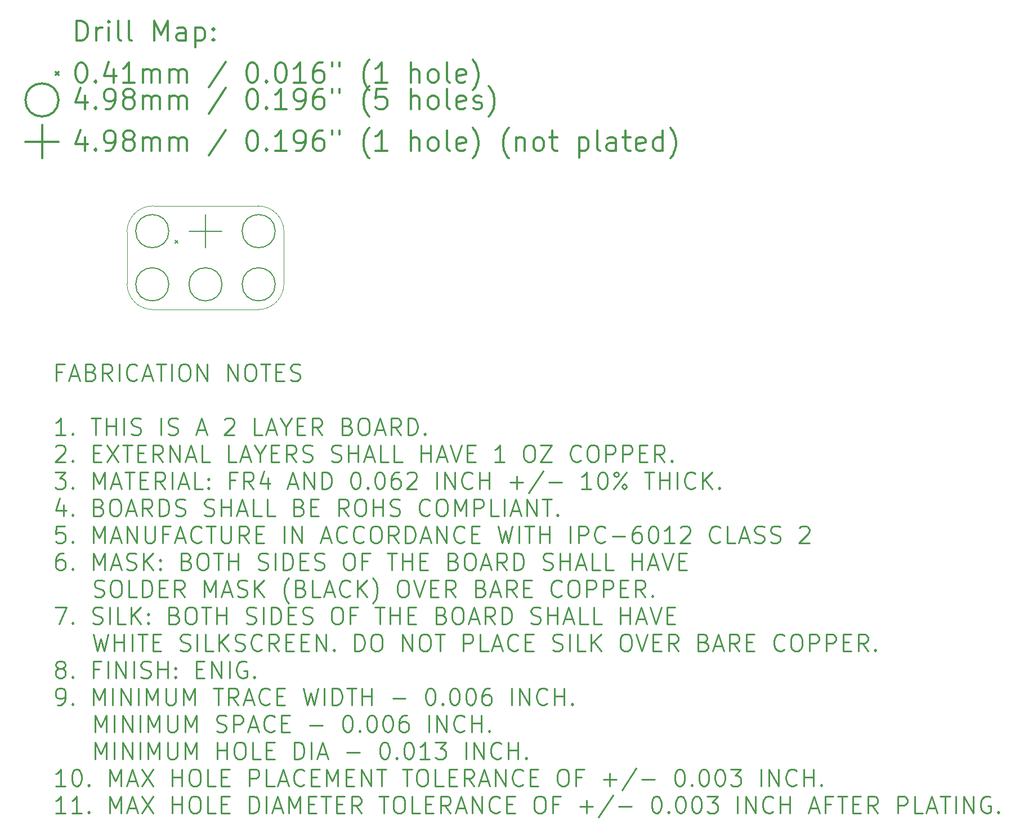
<source format=gbr>
G04 This is an RS-274x file exported by *
G04 gerbv version 2.6.0 *
G04 More information is available about gerbv at *
G04 http://gerbv.gpleda.org/ *
G04 --End of header info--*
%MOIN*%
%FSLAX34Y34*%
%IPPOS*%
G04 --Define apertures--*
%ADD10C,0.0050*%
%ADD11C,0.0079*%
%ADD12C,0.0118*%
%ADD13C,0.0138*%
%ADD14C,0.0016*%
%ADD15C,0.0100*%
G04 --Start main section--*
G54D11*
G01X0006908Y-013660D02*
G01X0007068Y-013820D01*
G01X0007068Y-013660D02*
G01X0006908Y-013820D01*
G01X0006531Y-013110D02*
G75*
G03X0006531Y-013110I-000980J0000000D01*
G01X0006531Y-016260D02*
G75*
G03X0006531Y-016260I-000980J0000000D01*
G01X0009681Y-016260D02*
G75*
G03X0009681Y-016260I-000980J0000000D01*
G01X0012831Y-013110D02*
G75*
G03X0012831Y-013110I-000980J0000000D01*
G01X0012831Y-016260D02*
G75*
G03X0012831Y-016260I-000980J0000000D01*
G01X0008701Y-012130D02*
G01X0008701Y-014091D01*
G01X0007720Y-013110D02*
G01X0009681Y-013110D01*
G54D12*
G01X0001069Y-001834D02*
G01X0001069Y-000652D01*
G01X0001069Y-000652D02*
G01X0001350Y-000652D01*
G01X0001350Y-000652D02*
G01X0001519Y-000709D01*
G01X0001519Y-000709D02*
G01X0001631Y-000821D01*
G01X0001631Y-000821D02*
G01X0001687Y-000934D01*
G01X0001687Y-000934D02*
G01X0001744Y-001159D01*
G01X0001744Y-001159D02*
G01X0001744Y-001327D01*
G01X0001744Y-001327D02*
G01X0001687Y-001552D01*
G01X0001687Y-001552D02*
G01X0001631Y-001665D01*
G01X0001631Y-001665D02*
G01X0001519Y-001777D01*
G01X0001519Y-001777D02*
G01X0001350Y-001834D01*
G01X0001350Y-001834D02*
G01X0001069Y-001834D01*
G01X0002250Y-001834D02*
G01X0002250Y-001046D01*
G01X0002250Y-001271D02*
G01X0002306Y-001159D01*
G01X0002306Y-001159D02*
G01X0002362Y-001102D01*
G01X0002362Y-001102D02*
G01X0002475Y-001046D01*
G01X0002475Y-001046D02*
G01X0002587Y-001046D01*
G01X0002981Y-001834D02*
G01X0002981Y-001046D01*
G01X0002981Y-000652D02*
G01X0002925Y-000709D01*
G01X0002925Y-000709D02*
G01X0002981Y-000765D01*
G01X0002981Y-000765D02*
G01X0003037Y-000709D01*
G01X0003037Y-000709D02*
G01X0002981Y-000652D01*
G01X0002981Y-000652D02*
G01X0002981Y-000765D01*
G01X0003712Y-001834D02*
G01X0003600Y-001777D01*
G01X0003600Y-001777D02*
G01X0003543Y-001665D01*
G01X0003543Y-001665D02*
G01X0003543Y-000652D01*
G01X0004331Y-001834D02*
G01X0004218Y-001777D01*
G01X0004218Y-001777D02*
G01X0004162Y-001665D01*
G01X0004162Y-001665D02*
G01X0004162Y-000652D01*
G01X0005681Y-001834D02*
G01X0005681Y-000652D01*
G01X0005681Y-000652D02*
G01X0006074Y-001496D01*
G01X0006074Y-001496D02*
G01X0006468Y-000652D01*
G01X0006468Y-000652D02*
G01X0006468Y-001834D01*
G01X0007537Y-001834D02*
G01X0007537Y-001215D01*
G01X0007537Y-001215D02*
G01X0007480Y-001102D01*
G01X0007480Y-001102D02*
G01X0007368Y-001046D01*
G01X0007368Y-001046D02*
G01X0007143Y-001046D01*
G01X0007143Y-001046D02*
G01X0007030Y-001102D01*
G01X0007537Y-001777D02*
G01X0007424Y-001834D01*
G01X0007424Y-001834D02*
G01X0007143Y-001834D01*
G01X0007143Y-001834D02*
G01X0007030Y-001777D01*
G01X0007030Y-001777D02*
G01X0006974Y-001665D01*
G01X0006974Y-001665D02*
G01X0006974Y-001552D01*
G01X0006974Y-001552D02*
G01X0007030Y-001440D01*
G01X0007030Y-001440D02*
G01X0007143Y-001384D01*
G01X0007143Y-001384D02*
G01X0007424Y-001384D01*
G01X0007424Y-001384D02*
G01X0007537Y-001327D01*
G01X0008099Y-001046D02*
G01X0008099Y-002227D01*
G01X0008099Y-001102D02*
G01X0008211Y-001046D01*
G01X0008211Y-001046D02*
G01X0008436Y-001046D01*
G01X0008436Y-001046D02*
G01X0008549Y-001102D01*
G01X0008549Y-001102D02*
G01X0008605Y-001159D01*
G01X0008605Y-001159D02*
G01X0008661Y-001271D01*
G01X0008661Y-001271D02*
G01X0008661Y-001609D01*
G01X0008661Y-001609D02*
G01X0008605Y-001721D01*
G01X0008605Y-001721D02*
G01X0008549Y-001777D01*
G01X0008549Y-001777D02*
G01X0008436Y-001834D01*
G01X0008436Y-001834D02*
G01X0008211Y-001834D01*
G01X0008211Y-001834D02*
G01X0008099Y-001777D01*
G01X0009168Y-001721D02*
G01X0009224Y-001777D01*
G01X0009224Y-001777D02*
G01X0009168Y-001834D01*
G01X0009168Y-001834D02*
G01X0009111Y-001777D01*
G01X0009111Y-001777D02*
G01X0009168Y-001721D01*
G01X0009168Y-001721D02*
G01X0009168Y-001834D01*
G01X0009168Y-001102D02*
G01X0009224Y-001159D01*
G01X0009224Y-001159D02*
G01X0009168Y-001215D01*
G01X0009168Y-001215D02*
G01X0009111Y-001159D01*
G01X0009111Y-001159D02*
G01X0009168Y-001102D01*
G01X0009168Y-001102D02*
G01X0009168Y-001215D01*
G01X-000160Y-003700D02*
G01X0000000Y-003860D01*
G01X0000000Y-003700D02*
G01X-000160Y-003860D01*
G01X0001294Y-003133D02*
G01X0001406Y-003133D01*
G01X0001406Y-003133D02*
G01X0001519Y-003189D01*
G01X0001519Y-003189D02*
G01X0001575Y-003245D01*
G01X0001575Y-003245D02*
G01X0001631Y-003358D01*
G01X0001631Y-003358D02*
G01X0001687Y-003583D01*
G01X0001687Y-003583D02*
G01X0001687Y-003864D01*
G01X0001687Y-003864D02*
G01X0001631Y-004089D01*
G01X0001631Y-004089D02*
G01X0001575Y-004201D01*
G01X0001575Y-004201D02*
G01X0001519Y-004258D01*
G01X0001519Y-004258D02*
G01X0001406Y-004314D01*
G01X0001406Y-004314D02*
G01X0001294Y-004314D01*
G01X0001294Y-004314D02*
G01X0001181Y-004258D01*
G01X0001181Y-004258D02*
G01X0001125Y-004201D01*
G01X0001125Y-004201D02*
G01X0001069Y-004089D01*
G01X0001069Y-004089D02*
G01X0001012Y-003864D01*
G01X0001012Y-003864D02*
G01X0001012Y-003583D01*
G01X0001012Y-003583D02*
G01X0001069Y-003358D01*
G01X0001069Y-003358D02*
G01X0001125Y-003245D01*
G01X0001125Y-003245D02*
G01X0001181Y-003189D01*
G01X0001181Y-003189D02*
G01X0001294Y-003133D01*
G01X0002193Y-004201D02*
G01X0002250Y-004258D01*
G01X0002250Y-004258D02*
G01X0002193Y-004314D01*
G01X0002193Y-004314D02*
G01X0002137Y-004258D01*
G01X0002137Y-004258D02*
G01X0002193Y-004201D01*
G01X0002193Y-004201D02*
G01X0002193Y-004314D01*
G01X0003262Y-003526D02*
G01X0003262Y-004314D01*
G01X0002981Y-003076D02*
G01X0002700Y-003920D01*
G01X0002700Y-003920D02*
G01X0003431Y-003920D01*
G01X0004499Y-004314D02*
G01X0003825Y-004314D01*
G01X0004162Y-004314D02*
G01X0004162Y-003133D01*
G01X0004162Y-003133D02*
G01X0004049Y-003301D01*
G01X0004049Y-003301D02*
G01X0003937Y-003414D01*
G01X0003937Y-003414D02*
G01X0003825Y-003470D01*
G01X0005006Y-004314D02*
G01X0005006Y-003526D01*
G01X0005006Y-003639D02*
G01X0005062Y-003583D01*
G01X0005062Y-003583D02*
G01X0005174Y-003526D01*
G01X0005174Y-003526D02*
G01X0005343Y-003526D01*
G01X0005343Y-003526D02*
G01X0005456Y-003583D01*
G01X0005456Y-003583D02*
G01X0005512Y-003695D01*
G01X0005512Y-003695D02*
G01X0005512Y-004314D01*
G01X0005512Y-003695D02*
G01X0005568Y-003583D01*
G01X0005568Y-003583D02*
G01X0005681Y-003526D01*
G01X0005681Y-003526D02*
G01X0005849Y-003526D01*
G01X0005849Y-003526D02*
G01X0005962Y-003583D01*
G01X0005962Y-003583D02*
G01X0006018Y-003695D01*
G01X0006018Y-003695D02*
G01X0006018Y-004314D01*
G01X0006580Y-004314D02*
G01X0006580Y-003526D01*
G01X0006580Y-003639D02*
G01X0006637Y-003583D01*
G01X0006637Y-003583D02*
G01X0006749Y-003526D01*
G01X0006749Y-003526D02*
G01X0006918Y-003526D01*
G01X0006918Y-003526D02*
G01X0007030Y-003583D01*
G01X0007030Y-003583D02*
G01X0007087Y-003695D01*
G01X0007087Y-003695D02*
G01X0007087Y-004314D01*
G01X0007087Y-003695D02*
G01X0007143Y-003583D01*
G01X0007143Y-003583D02*
G01X0007255Y-003526D01*
G01X0007255Y-003526D02*
G01X0007424Y-003526D01*
G01X0007424Y-003526D02*
G01X0007537Y-003583D01*
G01X0007537Y-003583D02*
G01X0007593Y-003695D01*
G01X0007593Y-003695D02*
G01X0007593Y-004314D01*
G01X0009899Y-003076D02*
G01X0008886Y-004595D01*
G01X0011417Y-003133D02*
G01X0011530Y-003133D01*
G01X0011530Y-003133D02*
G01X0011642Y-003189D01*
G01X0011642Y-003189D02*
G01X0011699Y-003245D01*
G01X0011699Y-003245D02*
G01X0011755Y-003358D01*
G01X0011755Y-003358D02*
G01X0011811Y-003583D01*
G01X0011811Y-003583D02*
G01X0011811Y-003864D01*
G01X0011811Y-003864D02*
G01X0011755Y-004089D01*
G01X0011755Y-004089D02*
G01X0011699Y-004201D01*
G01X0011699Y-004201D02*
G01X0011642Y-004258D01*
G01X0011642Y-004258D02*
G01X0011530Y-004314D01*
G01X0011530Y-004314D02*
G01X0011417Y-004314D01*
G01X0011417Y-004314D02*
G01X0011305Y-004258D01*
G01X0011305Y-004258D02*
G01X0011249Y-004201D01*
G01X0011249Y-004201D02*
G01X0011192Y-004089D01*
G01X0011192Y-004089D02*
G01X0011136Y-003864D01*
G01X0011136Y-003864D02*
G01X0011136Y-003583D01*
G01X0011136Y-003583D02*
G01X0011192Y-003358D01*
G01X0011192Y-003358D02*
G01X0011249Y-003245D01*
G01X0011249Y-003245D02*
G01X0011305Y-003189D01*
G01X0011305Y-003189D02*
G01X0011417Y-003133D01*
G01X0012317Y-004201D02*
G01X0012373Y-004258D01*
G01X0012373Y-004258D02*
G01X0012317Y-004314D01*
G01X0012317Y-004314D02*
G01X0012261Y-004258D01*
G01X0012261Y-004258D02*
G01X0012317Y-004201D01*
G01X0012317Y-004201D02*
G01X0012317Y-004314D01*
G01X0013105Y-003133D02*
G01X0013217Y-003133D01*
G01X0013217Y-003133D02*
G01X0013330Y-003189D01*
G01X0013330Y-003189D02*
G01X0013386Y-003245D01*
G01X0013386Y-003245D02*
G01X0013442Y-003358D01*
G01X0013442Y-003358D02*
G01X0013498Y-003583D01*
G01X0013498Y-003583D02*
G01X0013498Y-003864D01*
G01X0013498Y-003864D02*
G01X0013442Y-004089D01*
G01X0013442Y-004089D02*
G01X0013386Y-004201D01*
G01X0013386Y-004201D02*
G01X0013330Y-004258D01*
G01X0013330Y-004258D02*
G01X0013217Y-004314D01*
G01X0013217Y-004314D02*
G01X0013105Y-004314D01*
G01X0013105Y-004314D02*
G01X0012992Y-004258D01*
G01X0012992Y-004258D02*
G01X0012936Y-004201D01*
G01X0012936Y-004201D02*
G01X0012880Y-004089D01*
G01X0012880Y-004089D02*
G01X0012823Y-003864D01*
G01X0012823Y-003864D02*
G01X0012823Y-003583D01*
G01X0012823Y-003583D02*
G01X0012880Y-003358D01*
G01X0012880Y-003358D02*
G01X0012936Y-003245D01*
G01X0012936Y-003245D02*
G01X0012992Y-003189D01*
G01X0012992Y-003189D02*
G01X0013105Y-003133D01*
G01X0014623Y-004314D02*
G01X0013948Y-004314D01*
G01X0014286Y-004314D02*
G01X0014286Y-003133D01*
G01X0014286Y-003133D02*
G01X0014173Y-003301D01*
G01X0014173Y-003301D02*
G01X0014061Y-003414D01*
G01X0014061Y-003414D02*
G01X0013948Y-003470D01*
G01X0015636Y-003133D02*
G01X0015411Y-003133D01*
G01X0015411Y-003133D02*
G01X0015298Y-003189D01*
G01X0015298Y-003189D02*
G01X0015242Y-003245D01*
G01X0015242Y-003245D02*
G01X0015129Y-003414D01*
G01X0015129Y-003414D02*
G01X0015073Y-003639D01*
G01X0015073Y-003639D02*
G01X0015073Y-004089D01*
G01X0015073Y-004089D02*
G01X0015129Y-004201D01*
G01X0015129Y-004201D02*
G01X0015186Y-004258D01*
G01X0015186Y-004258D02*
G01X0015298Y-004314D01*
G01X0015298Y-004314D02*
G01X0015523Y-004314D01*
G01X0015523Y-004314D02*
G01X0015636Y-004258D01*
G01X0015636Y-004258D02*
G01X0015692Y-004201D01*
G01X0015692Y-004201D02*
G01X0015748Y-004089D01*
G01X0015748Y-004089D02*
G01X0015748Y-003808D01*
G01X0015748Y-003808D02*
G01X0015692Y-003695D01*
G01X0015692Y-003695D02*
G01X0015636Y-003639D01*
G01X0015636Y-003639D02*
G01X0015523Y-003583D01*
G01X0015523Y-003583D02*
G01X0015298Y-003583D01*
G01X0015298Y-003583D02*
G01X0015186Y-003639D01*
G01X0015186Y-003639D02*
G01X0015129Y-003695D01*
G01X0015129Y-003695D02*
G01X0015073Y-003808D01*
G01X0016198Y-003133D02*
G01X0016198Y-003358D01*
G01X0016648Y-003133D02*
G01X0016648Y-003358D01*
G01X0018391Y-004764D02*
G01X0018335Y-004708D01*
G01X0018335Y-004708D02*
G01X0018223Y-004539D01*
G01X0018223Y-004539D02*
G01X0018166Y-004426D01*
G01X0018166Y-004426D02*
G01X0018110Y-004258D01*
G01X0018110Y-004258D02*
G01X0018054Y-003976D01*
G01X0018054Y-003976D02*
G01X0018054Y-003751D01*
G01X0018054Y-003751D02*
G01X0018110Y-003470D01*
G01X0018110Y-003470D02*
G01X0018166Y-003301D01*
G01X0018166Y-003301D02*
G01X0018223Y-003189D01*
G01X0018223Y-003189D02*
G01X0018335Y-003020D01*
G01X0018335Y-003020D02*
G01X0018391Y-002964D01*
G01X0019460Y-004314D02*
G01X0018785Y-004314D01*
G01X0019123Y-004314D02*
G01X0019123Y-003133D01*
G01X0019123Y-003133D02*
G01X0019010Y-003301D01*
G01X0019010Y-003301D02*
G01X0018898Y-003414D01*
G01X0018898Y-003414D02*
G01X0018785Y-003470D01*
G01X0020866Y-004314D02*
G01X0020866Y-003133D01*
G01X0021372Y-004314D02*
G01X0021372Y-003695D01*
G01X0021372Y-003695D02*
G01X0021316Y-003583D01*
G01X0021316Y-003583D02*
G01X0021204Y-003526D01*
G01X0021204Y-003526D02*
G01X0021035Y-003526D01*
G01X0021035Y-003526D02*
G01X0020922Y-003583D01*
G01X0020922Y-003583D02*
G01X0020866Y-003639D01*
G01X0022103Y-004314D02*
G01X0021991Y-004258D01*
G01X0021991Y-004258D02*
G01X0021935Y-004201D01*
G01X0021935Y-004201D02*
G01X0021879Y-004089D01*
G01X0021879Y-004089D02*
G01X0021879Y-003751D01*
G01X0021879Y-003751D02*
G01X0021935Y-003639D01*
G01X0021935Y-003639D02*
G01X0021991Y-003583D01*
G01X0021991Y-003583D02*
G01X0022103Y-003526D01*
G01X0022103Y-003526D02*
G01X0022272Y-003526D01*
G01X0022272Y-003526D02*
G01X0022385Y-003583D01*
G01X0022385Y-003583D02*
G01X0022441Y-003639D01*
G01X0022441Y-003639D02*
G01X0022497Y-003751D01*
G01X0022497Y-003751D02*
G01X0022497Y-004089D01*
G01X0022497Y-004089D02*
G01X0022441Y-004201D01*
G01X0022441Y-004201D02*
G01X0022385Y-004258D01*
G01X0022385Y-004258D02*
G01X0022272Y-004314D01*
G01X0022272Y-004314D02*
G01X0022103Y-004314D01*
G01X0023172Y-004314D02*
G01X0023060Y-004258D01*
G01X0023060Y-004258D02*
G01X0023003Y-004145D01*
G01X0023003Y-004145D02*
G01X0023003Y-003133D01*
G01X0024072Y-004258D02*
G01X0023960Y-004314D01*
G01X0023960Y-004314D02*
G01X0023735Y-004314D01*
G01X0023735Y-004314D02*
G01X0023622Y-004258D01*
G01X0023622Y-004258D02*
G01X0023566Y-004145D01*
G01X0023566Y-004145D02*
G01X0023566Y-003695D01*
G01X0023566Y-003695D02*
G01X0023622Y-003583D01*
G01X0023622Y-003583D02*
G01X0023735Y-003526D01*
G01X0023735Y-003526D02*
G01X0023960Y-003526D01*
G01X0023960Y-003526D02*
G01X0024072Y-003583D01*
G01X0024072Y-003583D02*
G01X0024128Y-003695D01*
G01X0024128Y-003695D02*
G01X0024128Y-003808D01*
G01X0024128Y-003808D02*
G01X0023566Y-003920D01*
G01X0024522Y-004764D02*
G01X0024578Y-004708D01*
G01X0024578Y-004708D02*
G01X0024691Y-004539D01*
G01X0024691Y-004539D02*
G01X0024747Y-004426D01*
G01X0024747Y-004426D02*
G01X0024803Y-004258D01*
G01X0024803Y-004258D02*
G01X0024859Y-003976D01*
G01X0024859Y-003976D02*
G01X0024859Y-003751D01*
G01X0024859Y-003751D02*
G01X0024803Y-003470D01*
G01X0024803Y-003470D02*
G01X0024747Y-003301D01*
G01X0024747Y-003301D02*
G01X0024691Y-003189D01*
G01X0024691Y-003189D02*
G01X0024578Y-003020D01*
G01X0024578Y-003020D02*
G01X0024522Y-002964D01*
G01X0000000Y-005339D02*
G75*
G03X0000000Y-005339I-000980J0000000D01*
G01X0001575Y-005085D02*
G01X0001575Y-005873D01*
G01X0001294Y-004636D02*
G01X0001012Y-005479D01*
G01X0001012Y-005479D02*
G01X0001744Y-005479D01*
G01X0002193Y-005760D02*
G01X0002250Y-005817D01*
G01X0002250Y-005817D02*
G01X0002193Y-005873D01*
G01X0002193Y-005873D02*
G01X0002137Y-005817D01*
G01X0002137Y-005817D02*
G01X0002193Y-005760D01*
G01X0002193Y-005760D02*
G01X0002193Y-005873D01*
G01X0002812Y-005873D02*
G01X0003037Y-005873D01*
G01X0003037Y-005873D02*
G01X0003150Y-005817D01*
G01X0003150Y-005817D02*
G01X0003206Y-005760D01*
G01X0003206Y-005760D02*
G01X0003318Y-005592D01*
G01X0003318Y-005592D02*
G01X0003375Y-005367D01*
G01X0003375Y-005367D02*
G01X0003375Y-004917D01*
G01X0003375Y-004917D02*
G01X0003318Y-004804D01*
G01X0003318Y-004804D02*
G01X0003262Y-004748D01*
G01X0003262Y-004748D02*
G01X0003150Y-004692D01*
G01X0003150Y-004692D02*
G01X0002925Y-004692D01*
G01X0002925Y-004692D02*
G01X0002812Y-004748D01*
G01X0002812Y-004748D02*
G01X0002756Y-004804D01*
G01X0002756Y-004804D02*
G01X0002700Y-004917D01*
G01X0002700Y-004917D02*
G01X0002700Y-005198D01*
G01X0002700Y-005198D02*
G01X0002756Y-005310D01*
G01X0002756Y-005310D02*
G01X0002812Y-005367D01*
G01X0002812Y-005367D02*
G01X0002925Y-005423D01*
G01X0002925Y-005423D02*
G01X0003150Y-005423D01*
G01X0003150Y-005423D02*
G01X0003262Y-005367D01*
G01X0003262Y-005367D02*
G01X0003318Y-005310D01*
G01X0003318Y-005310D02*
G01X0003375Y-005198D01*
G01X0004049Y-005198D02*
G01X0003937Y-005142D01*
G01X0003937Y-005142D02*
G01X0003881Y-005085D01*
G01X0003881Y-005085D02*
G01X0003825Y-004973D01*
G01X0003825Y-004973D02*
G01X0003825Y-004917D01*
G01X0003825Y-004917D02*
G01X0003881Y-004804D01*
G01X0003881Y-004804D02*
G01X0003937Y-004748D01*
G01X0003937Y-004748D02*
G01X0004049Y-004692D01*
G01X0004049Y-004692D02*
G01X0004274Y-004692D01*
G01X0004274Y-004692D02*
G01X0004387Y-004748D01*
G01X0004387Y-004748D02*
G01X0004443Y-004804D01*
G01X0004443Y-004804D02*
G01X0004499Y-004917D01*
G01X0004499Y-004917D02*
G01X0004499Y-004973D01*
G01X0004499Y-004973D02*
G01X0004443Y-005085D01*
G01X0004443Y-005085D02*
G01X0004387Y-005142D01*
G01X0004387Y-005142D02*
G01X0004274Y-005198D01*
G01X0004274Y-005198D02*
G01X0004049Y-005198D01*
G01X0004049Y-005198D02*
G01X0003937Y-005254D01*
G01X0003937Y-005254D02*
G01X0003881Y-005310D01*
G01X0003881Y-005310D02*
G01X0003825Y-005423D01*
G01X0003825Y-005423D02*
G01X0003825Y-005648D01*
G01X0003825Y-005648D02*
G01X0003881Y-005760D01*
G01X0003881Y-005760D02*
G01X0003937Y-005817D01*
G01X0003937Y-005817D02*
G01X0004049Y-005873D01*
G01X0004049Y-005873D02*
G01X0004274Y-005873D01*
G01X0004274Y-005873D02*
G01X0004387Y-005817D01*
G01X0004387Y-005817D02*
G01X0004443Y-005760D01*
G01X0004443Y-005760D02*
G01X0004499Y-005648D01*
G01X0004499Y-005648D02*
G01X0004499Y-005423D01*
G01X0004499Y-005423D02*
G01X0004443Y-005310D01*
G01X0004443Y-005310D02*
G01X0004387Y-005254D01*
G01X0004387Y-005254D02*
G01X0004274Y-005198D01*
G01X0005006Y-005873D02*
G01X0005006Y-005085D01*
G01X0005006Y-005198D02*
G01X0005062Y-005142D01*
G01X0005062Y-005142D02*
G01X0005174Y-005085D01*
G01X0005174Y-005085D02*
G01X0005343Y-005085D01*
G01X0005343Y-005085D02*
G01X0005456Y-005142D01*
G01X0005456Y-005142D02*
G01X0005512Y-005254D01*
G01X0005512Y-005254D02*
G01X0005512Y-005873D01*
G01X0005512Y-005254D02*
G01X0005568Y-005142D01*
G01X0005568Y-005142D02*
G01X0005681Y-005085D01*
G01X0005681Y-005085D02*
G01X0005849Y-005085D01*
G01X0005849Y-005085D02*
G01X0005962Y-005142D01*
G01X0005962Y-005142D02*
G01X0006018Y-005254D01*
G01X0006018Y-005254D02*
G01X0006018Y-005873D01*
G01X0006580Y-005873D02*
G01X0006580Y-005085D01*
G01X0006580Y-005198D02*
G01X0006637Y-005142D01*
G01X0006637Y-005142D02*
G01X0006749Y-005085D01*
G01X0006749Y-005085D02*
G01X0006918Y-005085D01*
G01X0006918Y-005085D02*
G01X0007030Y-005142D01*
G01X0007030Y-005142D02*
G01X0007087Y-005254D01*
G01X0007087Y-005254D02*
G01X0007087Y-005873D01*
G01X0007087Y-005254D02*
G01X0007143Y-005142D01*
G01X0007143Y-005142D02*
G01X0007255Y-005085D01*
G01X0007255Y-005085D02*
G01X0007424Y-005085D01*
G01X0007424Y-005085D02*
G01X0007537Y-005142D01*
G01X0007537Y-005142D02*
G01X0007593Y-005254D01*
G01X0007593Y-005254D02*
G01X0007593Y-005873D01*
G01X0009899Y-004636D02*
G01X0008886Y-006154D01*
G01X0011417Y-004692D02*
G01X0011530Y-004692D01*
G01X0011530Y-004692D02*
G01X0011642Y-004748D01*
G01X0011642Y-004748D02*
G01X0011699Y-004804D01*
G01X0011699Y-004804D02*
G01X0011755Y-004917D01*
G01X0011755Y-004917D02*
G01X0011811Y-005142D01*
G01X0011811Y-005142D02*
G01X0011811Y-005423D01*
G01X0011811Y-005423D02*
G01X0011755Y-005648D01*
G01X0011755Y-005648D02*
G01X0011699Y-005760D01*
G01X0011699Y-005760D02*
G01X0011642Y-005817D01*
G01X0011642Y-005817D02*
G01X0011530Y-005873D01*
G01X0011530Y-005873D02*
G01X0011417Y-005873D01*
G01X0011417Y-005873D02*
G01X0011305Y-005817D01*
G01X0011305Y-005817D02*
G01X0011249Y-005760D01*
G01X0011249Y-005760D02*
G01X0011192Y-005648D01*
G01X0011192Y-005648D02*
G01X0011136Y-005423D01*
G01X0011136Y-005423D02*
G01X0011136Y-005142D01*
G01X0011136Y-005142D02*
G01X0011192Y-004917D01*
G01X0011192Y-004917D02*
G01X0011249Y-004804D01*
G01X0011249Y-004804D02*
G01X0011305Y-004748D01*
G01X0011305Y-004748D02*
G01X0011417Y-004692D01*
G01X0012317Y-005760D02*
G01X0012373Y-005817D01*
G01X0012373Y-005817D02*
G01X0012317Y-005873D01*
G01X0012317Y-005873D02*
G01X0012261Y-005817D01*
G01X0012261Y-005817D02*
G01X0012317Y-005760D01*
G01X0012317Y-005760D02*
G01X0012317Y-005873D01*
G01X0013498Y-005873D02*
G01X0012823Y-005873D01*
G01X0013161Y-005873D02*
G01X0013161Y-004692D01*
G01X0013161Y-004692D02*
G01X0013048Y-004861D01*
G01X0013048Y-004861D02*
G01X0012936Y-004973D01*
G01X0012936Y-004973D02*
G01X0012823Y-005029D01*
G01X0014061Y-005873D02*
G01X0014286Y-005873D01*
G01X0014286Y-005873D02*
G01X0014398Y-005817D01*
G01X0014398Y-005817D02*
G01X0014454Y-005760D01*
G01X0014454Y-005760D02*
G01X0014567Y-005592D01*
G01X0014567Y-005592D02*
G01X0014623Y-005367D01*
G01X0014623Y-005367D02*
G01X0014623Y-004917D01*
G01X0014623Y-004917D02*
G01X0014567Y-004804D01*
G01X0014567Y-004804D02*
G01X0014511Y-004748D01*
G01X0014511Y-004748D02*
G01X0014398Y-004692D01*
G01X0014398Y-004692D02*
G01X0014173Y-004692D01*
G01X0014173Y-004692D02*
G01X0014061Y-004748D01*
G01X0014061Y-004748D02*
G01X0014005Y-004804D01*
G01X0014005Y-004804D02*
G01X0013948Y-004917D01*
G01X0013948Y-004917D02*
G01X0013948Y-005198D01*
G01X0013948Y-005198D02*
G01X0014005Y-005310D01*
G01X0014005Y-005310D02*
G01X0014061Y-005367D01*
G01X0014061Y-005367D02*
G01X0014173Y-005423D01*
G01X0014173Y-005423D02*
G01X0014398Y-005423D01*
G01X0014398Y-005423D02*
G01X0014511Y-005367D01*
G01X0014511Y-005367D02*
G01X0014567Y-005310D01*
G01X0014567Y-005310D02*
G01X0014623Y-005198D01*
G01X0015636Y-004692D02*
G01X0015411Y-004692D01*
G01X0015411Y-004692D02*
G01X0015298Y-004748D01*
G01X0015298Y-004748D02*
G01X0015242Y-004804D01*
G01X0015242Y-004804D02*
G01X0015129Y-004973D01*
G01X0015129Y-004973D02*
G01X0015073Y-005198D01*
G01X0015073Y-005198D02*
G01X0015073Y-005648D01*
G01X0015073Y-005648D02*
G01X0015129Y-005760D01*
G01X0015129Y-005760D02*
G01X0015186Y-005817D01*
G01X0015186Y-005817D02*
G01X0015298Y-005873D01*
G01X0015298Y-005873D02*
G01X0015523Y-005873D01*
G01X0015523Y-005873D02*
G01X0015636Y-005817D01*
G01X0015636Y-005817D02*
G01X0015692Y-005760D01*
G01X0015692Y-005760D02*
G01X0015748Y-005648D01*
G01X0015748Y-005648D02*
G01X0015748Y-005367D01*
G01X0015748Y-005367D02*
G01X0015692Y-005254D01*
G01X0015692Y-005254D02*
G01X0015636Y-005198D01*
G01X0015636Y-005198D02*
G01X0015523Y-005142D01*
G01X0015523Y-005142D02*
G01X0015298Y-005142D01*
G01X0015298Y-005142D02*
G01X0015186Y-005198D01*
G01X0015186Y-005198D02*
G01X0015129Y-005254D01*
G01X0015129Y-005254D02*
G01X0015073Y-005367D01*
G01X0016198Y-004692D02*
G01X0016198Y-004917D01*
G01X0016648Y-004692D02*
G01X0016648Y-004917D01*
G01X0018391Y-006323D02*
G01X0018335Y-006267D01*
G01X0018335Y-006267D02*
G01X0018223Y-006098D01*
G01X0018223Y-006098D02*
G01X0018166Y-005985D01*
G01X0018166Y-005985D02*
G01X0018110Y-005817D01*
G01X0018110Y-005817D02*
G01X0018054Y-005535D01*
G01X0018054Y-005535D02*
G01X0018054Y-005310D01*
G01X0018054Y-005310D02*
G01X0018110Y-005029D01*
G01X0018110Y-005029D02*
G01X0018166Y-004861D01*
G01X0018166Y-004861D02*
G01X0018223Y-004748D01*
G01X0018223Y-004748D02*
G01X0018335Y-004579D01*
G01X0018335Y-004579D02*
G01X0018391Y-004523D01*
G01X0019404Y-004692D02*
G01X0018841Y-004692D01*
G01X0018841Y-004692D02*
G01X0018785Y-005254D01*
G01X0018785Y-005254D02*
G01X0018841Y-005198D01*
G01X0018841Y-005198D02*
G01X0018954Y-005142D01*
G01X0018954Y-005142D02*
G01X0019235Y-005142D01*
G01X0019235Y-005142D02*
G01X0019348Y-005198D01*
G01X0019348Y-005198D02*
G01X0019404Y-005254D01*
G01X0019404Y-005254D02*
G01X0019460Y-005367D01*
G01X0019460Y-005367D02*
G01X0019460Y-005648D01*
G01X0019460Y-005648D02*
G01X0019404Y-005760D01*
G01X0019404Y-005760D02*
G01X0019348Y-005817D01*
G01X0019348Y-005817D02*
G01X0019235Y-005873D01*
G01X0019235Y-005873D02*
G01X0018954Y-005873D01*
G01X0018954Y-005873D02*
G01X0018841Y-005817D01*
G01X0018841Y-005817D02*
G01X0018785Y-005760D01*
G01X0020866Y-005873D02*
G01X0020866Y-004692D01*
G01X0021372Y-005873D02*
G01X0021372Y-005254D01*
G01X0021372Y-005254D02*
G01X0021316Y-005142D01*
G01X0021316Y-005142D02*
G01X0021204Y-005085D01*
G01X0021204Y-005085D02*
G01X0021035Y-005085D01*
G01X0021035Y-005085D02*
G01X0020922Y-005142D01*
G01X0020922Y-005142D02*
G01X0020866Y-005198D01*
G01X0022103Y-005873D02*
G01X0021991Y-005817D01*
G01X0021991Y-005817D02*
G01X0021935Y-005760D01*
G01X0021935Y-005760D02*
G01X0021879Y-005648D01*
G01X0021879Y-005648D02*
G01X0021879Y-005310D01*
G01X0021879Y-005310D02*
G01X0021935Y-005198D01*
G01X0021935Y-005198D02*
G01X0021991Y-005142D01*
G01X0021991Y-005142D02*
G01X0022103Y-005085D01*
G01X0022103Y-005085D02*
G01X0022272Y-005085D01*
G01X0022272Y-005085D02*
G01X0022385Y-005142D01*
G01X0022385Y-005142D02*
G01X0022441Y-005198D01*
G01X0022441Y-005198D02*
G01X0022497Y-005310D01*
G01X0022497Y-005310D02*
G01X0022497Y-005648D01*
G01X0022497Y-005648D02*
G01X0022441Y-005760D01*
G01X0022441Y-005760D02*
G01X0022385Y-005817D01*
G01X0022385Y-005817D02*
G01X0022272Y-005873D01*
G01X0022272Y-005873D02*
G01X0022103Y-005873D01*
G01X0023172Y-005873D02*
G01X0023060Y-005817D01*
G01X0023060Y-005817D02*
G01X0023003Y-005704D01*
G01X0023003Y-005704D02*
G01X0023003Y-004692D01*
G01X0024072Y-005817D02*
G01X0023960Y-005873D01*
G01X0023960Y-005873D02*
G01X0023735Y-005873D01*
G01X0023735Y-005873D02*
G01X0023622Y-005817D01*
G01X0023622Y-005817D02*
G01X0023566Y-005704D01*
G01X0023566Y-005704D02*
G01X0023566Y-005254D01*
G01X0023566Y-005254D02*
G01X0023622Y-005142D01*
G01X0023622Y-005142D02*
G01X0023735Y-005085D01*
G01X0023735Y-005085D02*
G01X0023960Y-005085D01*
G01X0023960Y-005085D02*
G01X0024072Y-005142D01*
G01X0024072Y-005142D02*
G01X0024128Y-005254D01*
G01X0024128Y-005254D02*
G01X0024128Y-005367D01*
G01X0024128Y-005367D02*
G01X0023566Y-005479D01*
G01X0024578Y-005817D02*
G01X0024691Y-005873D01*
G01X0024691Y-005873D02*
G01X0024916Y-005873D01*
G01X0024916Y-005873D02*
G01X0025028Y-005817D01*
G01X0025028Y-005817D02*
G01X0025084Y-005704D01*
G01X0025084Y-005704D02*
G01X0025084Y-005648D01*
G01X0025084Y-005648D02*
G01X0025028Y-005535D01*
G01X0025028Y-005535D02*
G01X0024916Y-005479D01*
G01X0024916Y-005479D02*
G01X0024747Y-005479D01*
G01X0024747Y-005479D02*
G01X0024634Y-005423D01*
G01X0024634Y-005423D02*
G01X0024578Y-005310D01*
G01X0024578Y-005310D02*
G01X0024578Y-005254D01*
G01X0024578Y-005254D02*
G01X0024634Y-005142D01*
G01X0024634Y-005142D02*
G01X0024747Y-005085D01*
G01X0024747Y-005085D02*
G01X0024916Y-005085D01*
G01X0024916Y-005085D02*
G01X0025028Y-005142D01*
G01X0025478Y-006323D02*
G01X0025534Y-006267D01*
G01X0025534Y-006267D02*
G01X0025647Y-006098D01*
G01X0025647Y-006098D02*
G01X0025703Y-005985D01*
G01X0025703Y-005985D02*
G01X0025759Y-005817D01*
G01X0025759Y-005817D02*
G01X0025816Y-005535D01*
G01X0025816Y-005535D02*
G01X0025816Y-005310D01*
G01X0025816Y-005310D02*
G01X0025759Y-005029D01*
G01X0025759Y-005029D02*
G01X0025703Y-004861D01*
G01X0025703Y-004861D02*
G01X0025647Y-004748D01*
G01X0025647Y-004748D02*
G01X0025534Y-004579D01*
G01X0025534Y-004579D02*
G01X0025478Y-004523D01*
G01X-000980Y-006831D02*
G01X-000980Y-008791D01*
G01X-001961Y-007811D02*
G01X0000000Y-007811D01*
G01X0001575Y-007558D02*
G01X0001575Y-008345D01*
G01X0001294Y-007108D02*
G01X0001012Y-007952D01*
G01X0001012Y-007952D02*
G01X0001744Y-007952D01*
G01X0002193Y-008233D02*
G01X0002250Y-008289D01*
G01X0002250Y-008289D02*
G01X0002193Y-008345D01*
G01X0002193Y-008345D02*
G01X0002137Y-008289D01*
G01X0002137Y-008289D02*
G01X0002193Y-008233D01*
G01X0002193Y-008233D02*
G01X0002193Y-008345D01*
G01X0002812Y-008345D02*
G01X0003037Y-008345D01*
G01X0003037Y-008345D02*
G01X0003150Y-008289D01*
G01X0003150Y-008289D02*
G01X0003206Y-008233D01*
G01X0003206Y-008233D02*
G01X0003318Y-008064D01*
G01X0003318Y-008064D02*
G01X0003375Y-007839D01*
G01X0003375Y-007839D02*
G01X0003375Y-007389D01*
G01X0003375Y-007389D02*
G01X0003318Y-007277D01*
G01X0003318Y-007277D02*
G01X0003262Y-007220D01*
G01X0003262Y-007220D02*
G01X0003150Y-007164D01*
G01X0003150Y-007164D02*
G01X0002925Y-007164D01*
G01X0002925Y-007164D02*
G01X0002812Y-007220D01*
G01X0002812Y-007220D02*
G01X0002756Y-007277D01*
G01X0002756Y-007277D02*
G01X0002700Y-007389D01*
G01X0002700Y-007389D02*
G01X0002700Y-007670D01*
G01X0002700Y-007670D02*
G01X0002756Y-007783D01*
G01X0002756Y-007783D02*
G01X0002812Y-007839D01*
G01X0002812Y-007839D02*
G01X0002925Y-007895D01*
G01X0002925Y-007895D02*
G01X0003150Y-007895D01*
G01X0003150Y-007895D02*
G01X0003262Y-007839D01*
G01X0003262Y-007839D02*
G01X0003318Y-007783D01*
G01X0003318Y-007783D02*
G01X0003375Y-007670D01*
G01X0004049Y-007670D02*
G01X0003937Y-007614D01*
G01X0003937Y-007614D02*
G01X0003881Y-007558D01*
G01X0003881Y-007558D02*
G01X0003825Y-007445D01*
G01X0003825Y-007445D02*
G01X0003825Y-007389D01*
G01X0003825Y-007389D02*
G01X0003881Y-007277D01*
G01X0003881Y-007277D02*
G01X0003937Y-007220D01*
G01X0003937Y-007220D02*
G01X0004049Y-007164D01*
G01X0004049Y-007164D02*
G01X0004274Y-007164D01*
G01X0004274Y-007164D02*
G01X0004387Y-007220D01*
G01X0004387Y-007220D02*
G01X0004443Y-007277D01*
G01X0004443Y-007277D02*
G01X0004499Y-007389D01*
G01X0004499Y-007389D02*
G01X0004499Y-007445D01*
G01X0004499Y-007445D02*
G01X0004443Y-007558D01*
G01X0004443Y-007558D02*
G01X0004387Y-007614D01*
G01X0004387Y-007614D02*
G01X0004274Y-007670D01*
G01X0004274Y-007670D02*
G01X0004049Y-007670D01*
G01X0004049Y-007670D02*
G01X0003937Y-007727D01*
G01X0003937Y-007727D02*
G01X0003881Y-007783D01*
G01X0003881Y-007783D02*
G01X0003825Y-007895D01*
G01X0003825Y-007895D02*
G01X0003825Y-008120D01*
G01X0003825Y-008120D02*
G01X0003881Y-008233D01*
G01X0003881Y-008233D02*
G01X0003937Y-008289D01*
G01X0003937Y-008289D02*
G01X0004049Y-008345D01*
G01X0004049Y-008345D02*
G01X0004274Y-008345D01*
G01X0004274Y-008345D02*
G01X0004387Y-008289D01*
G01X0004387Y-008289D02*
G01X0004443Y-008233D01*
G01X0004443Y-008233D02*
G01X0004499Y-008120D01*
G01X0004499Y-008120D02*
G01X0004499Y-007895D01*
G01X0004499Y-007895D02*
G01X0004443Y-007783D01*
G01X0004443Y-007783D02*
G01X0004387Y-007727D01*
G01X0004387Y-007727D02*
G01X0004274Y-007670D01*
G01X0005006Y-008345D02*
G01X0005006Y-007558D01*
G01X0005006Y-007670D02*
G01X0005062Y-007614D01*
G01X0005062Y-007614D02*
G01X0005174Y-007558D01*
G01X0005174Y-007558D02*
G01X0005343Y-007558D01*
G01X0005343Y-007558D02*
G01X0005456Y-007614D01*
G01X0005456Y-007614D02*
G01X0005512Y-007727D01*
G01X0005512Y-007727D02*
G01X0005512Y-008345D01*
G01X0005512Y-007727D02*
G01X0005568Y-007614D01*
G01X0005568Y-007614D02*
G01X0005681Y-007558D01*
G01X0005681Y-007558D02*
G01X0005849Y-007558D01*
G01X0005849Y-007558D02*
G01X0005962Y-007614D01*
G01X0005962Y-007614D02*
G01X0006018Y-007727D01*
G01X0006018Y-007727D02*
G01X0006018Y-008345D01*
G01X0006580Y-008345D02*
G01X0006580Y-007558D01*
G01X0006580Y-007670D02*
G01X0006637Y-007614D01*
G01X0006637Y-007614D02*
G01X0006749Y-007558D01*
G01X0006749Y-007558D02*
G01X0006918Y-007558D01*
G01X0006918Y-007558D02*
G01X0007030Y-007614D01*
G01X0007030Y-007614D02*
G01X0007087Y-007727D01*
G01X0007087Y-007727D02*
G01X0007087Y-008345D01*
G01X0007087Y-007727D02*
G01X0007143Y-007614D01*
G01X0007143Y-007614D02*
G01X0007255Y-007558D01*
G01X0007255Y-007558D02*
G01X0007424Y-007558D01*
G01X0007424Y-007558D02*
G01X0007537Y-007614D01*
G01X0007537Y-007614D02*
G01X0007593Y-007727D01*
G01X0007593Y-007727D02*
G01X0007593Y-008345D01*
G01X0009899Y-007108D02*
G01X0008886Y-008627D01*
G01X0011417Y-007164D02*
G01X0011530Y-007164D01*
G01X0011530Y-007164D02*
G01X0011642Y-007220D01*
G01X0011642Y-007220D02*
G01X0011699Y-007277D01*
G01X0011699Y-007277D02*
G01X0011755Y-007389D01*
G01X0011755Y-007389D02*
G01X0011811Y-007614D01*
G01X0011811Y-007614D02*
G01X0011811Y-007895D01*
G01X0011811Y-007895D02*
G01X0011755Y-008120D01*
G01X0011755Y-008120D02*
G01X0011699Y-008233D01*
G01X0011699Y-008233D02*
G01X0011642Y-008289D01*
G01X0011642Y-008289D02*
G01X0011530Y-008345D01*
G01X0011530Y-008345D02*
G01X0011417Y-008345D01*
G01X0011417Y-008345D02*
G01X0011305Y-008289D01*
G01X0011305Y-008289D02*
G01X0011249Y-008233D01*
G01X0011249Y-008233D02*
G01X0011192Y-008120D01*
G01X0011192Y-008120D02*
G01X0011136Y-007895D01*
G01X0011136Y-007895D02*
G01X0011136Y-007614D01*
G01X0011136Y-007614D02*
G01X0011192Y-007389D01*
G01X0011192Y-007389D02*
G01X0011249Y-007277D01*
G01X0011249Y-007277D02*
G01X0011305Y-007220D01*
G01X0011305Y-007220D02*
G01X0011417Y-007164D01*
G01X0012317Y-008233D02*
G01X0012373Y-008289D01*
G01X0012373Y-008289D02*
G01X0012317Y-008345D01*
G01X0012317Y-008345D02*
G01X0012261Y-008289D01*
G01X0012261Y-008289D02*
G01X0012317Y-008233D01*
G01X0012317Y-008233D02*
G01X0012317Y-008345D01*
G01X0013498Y-008345D02*
G01X0012823Y-008345D01*
G01X0013161Y-008345D02*
G01X0013161Y-007164D01*
G01X0013161Y-007164D02*
G01X0013048Y-007333D01*
G01X0013048Y-007333D02*
G01X0012936Y-007445D01*
G01X0012936Y-007445D02*
G01X0012823Y-007502D01*
G01X0014061Y-008345D02*
G01X0014286Y-008345D01*
G01X0014286Y-008345D02*
G01X0014398Y-008289D01*
G01X0014398Y-008289D02*
G01X0014454Y-008233D01*
G01X0014454Y-008233D02*
G01X0014567Y-008064D01*
G01X0014567Y-008064D02*
G01X0014623Y-007839D01*
G01X0014623Y-007839D02*
G01X0014623Y-007389D01*
G01X0014623Y-007389D02*
G01X0014567Y-007277D01*
G01X0014567Y-007277D02*
G01X0014511Y-007220D01*
G01X0014511Y-007220D02*
G01X0014398Y-007164D01*
G01X0014398Y-007164D02*
G01X0014173Y-007164D01*
G01X0014173Y-007164D02*
G01X0014061Y-007220D01*
G01X0014061Y-007220D02*
G01X0014005Y-007277D01*
G01X0014005Y-007277D02*
G01X0013948Y-007389D01*
G01X0013948Y-007389D02*
G01X0013948Y-007670D01*
G01X0013948Y-007670D02*
G01X0014005Y-007783D01*
G01X0014005Y-007783D02*
G01X0014061Y-007839D01*
G01X0014061Y-007839D02*
G01X0014173Y-007895D01*
G01X0014173Y-007895D02*
G01X0014398Y-007895D01*
G01X0014398Y-007895D02*
G01X0014511Y-007839D01*
G01X0014511Y-007839D02*
G01X0014567Y-007783D01*
G01X0014567Y-007783D02*
G01X0014623Y-007670D01*
G01X0015636Y-007164D02*
G01X0015411Y-007164D01*
G01X0015411Y-007164D02*
G01X0015298Y-007220D01*
G01X0015298Y-007220D02*
G01X0015242Y-007277D01*
G01X0015242Y-007277D02*
G01X0015129Y-007445D01*
G01X0015129Y-007445D02*
G01X0015073Y-007670D01*
G01X0015073Y-007670D02*
G01X0015073Y-008120D01*
G01X0015073Y-008120D02*
G01X0015129Y-008233D01*
G01X0015129Y-008233D02*
G01X0015186Y-008289D01*
G01X0015186Y-008289D02*
G01X0015298Y-008345D01*
G01X0015298Y-008345D02*
G01X0015523Y-008345D01*
G01X0015523Y-008345D02*
G01X0015636Y-008289D01*
G01X0015636Y-008289D02*
G01X0015692Y-008233D01*
G01X0015692Y-008233D02*
G01X0015748Y-008120D01*
G01X0015748Y-008120D02*
G01X0015748Y-007839D01*
G01X0015748Y-007839D02*
G01X0015692Y-007727D01*
G01X0015692Y-007727D02*
G01X0015636Y-007670D01*
G01X0015636Y-007670D02*
G01X0015523Y-007614D01*
G01X0015523Y-007614D02*
G01X0015298Y-007614D01*
G01X0015298Y-007614D02*
G01X0015186Y-007670D01*
G01X0015186Y-007670D02*
G01X0015129Y-007727D01*
G01X0015129Y-007727D02*
G01X0015073Y-007839D01*
G01X0016198Y-007164D02*
G01X0016198Y-007389D01*
G01X0016648Y-007164D02*
G01X0016648Y-007389D01*
G01X0018391Y-008795D02*
G01X0018335Y-008739D01*
G01X0018335Y-008739D02*
G01X0018223Y-008570D01*
G01X0018223Y-008570D02*
G01X0018166Y-008458D01*
G01X0018166Y-008458D02*
G01X0018110Y-008289D01*
G01X0018110Y-008289D02*
G01X0018054Y-008008D01*
G01X0018054Y-008008D02*
G01X0018054Y-007783D01*
G01X0018054Y-007783D02*
G01X0018110Y-007502D01*
G01X0018110Y-007502D02*
G01X0018166Y-007333D01*
G01X0018166Y-007333D02*
G01X0018223Y-007220D01*
G01X0018223Y-007220D02*
G01X0018335Y-007052D01*
G01X0018335Y-007052D02*
G01X0018391Y-006995D01*
G01X0019460Y-008345D02*
G01X0018785Y-008345D01*
G01X0019123Y-008345D02*
G01X0019123Y-007164D01*
G01X0019123Y-007164D02*
G01X0019010Y-007333D01*
G01X0019010Y-007333D02*
G01X0018898Y-007445D01*
G01X0018898Y-007445D02*
G01X0018785Y-007502D01*
G01X0020866Y-008345D02*
G01X0020866Y-007164D01*
G01X0021372Y-008345D02*
G01X0021372Y-007727D01*
G01X0021372Y-007727D02*
G01X0021316Y-007614D01*
G01X0021316Y-007614D02*
G01X0021204Y-007558D01*
G01X0021204Y-007558D02*
G01X0021035Y-007558D01*
G01X0021035Y-007558D02*
G01X0020922Y-007614D01*
G01X0020922Y-007614D02*
G01X0020866Y-007670D01*
G01X0022103Y-008345D02*
G01X0021991Y-008289D01*
G01X0021991Y-008289D02*
G01X0021935Y-008233D01*
G01X0021935Y-008233D02*
G01X0021879Y-008120D01*
G01X0021879Y-008120D02*
G01X0021879Y-007783D01*
G01X0021879Y-007783D02*
G01X0021935Y-007670D01*
G01X0021935Y-007670D02*
G01X0021991Y-007614D01*
G01X0021991Y-007614D02*
G01X0022103Y-007558D01*
G01X0022103Y-007558D02*
G01X0022272Y-007558D01*
G01X0022272Y-007558D02*
G01X0022385Y-007614D01*
G01X0022385Y-007614D02*
G01X0022441Y-007670D01*
G01X0022441Y-007670D02*
G01X0022497Y-007783D01*
G01X0022497Y-007783D02*
G01X0022497Y-008120D01*
G01X0022497Y-008120D02*
G01X0022441Y-008233D01*
G01X0022441Y-008233D02*
G01X0022385Y-008289D01*
G01X0022385Y-008289D02*
G01X0022272Y-008345D01*
G01X0022272Y-008345D02*
G01X0022103Y-008345D01*
G01X0023172Y-008345D02*
G01X0023060Y-008289D01*
G01X0023060Y-008289D02*
G01X0023003Y-008177D01*
G01X0023003Y-008177D02*
G01X0023003Y-007164D01*
G01X0024072Y-008289D02*
G01X0023960Y-008345D01*
G01X0023960Y-008345D02*
G01X0023735Y-008345D01*
G01X0023735Y-008345D02*
G01X0023622Y-008289D01*
G01X0023622Y-008289D02*
G01X0023566Y-008177D01*
G01X0023566Y-008177D02*
G01X0023566Y-007727D01*
G01X0023566Y-007727D02*
G01X0023622Y-007614D01*
G01X0023622Y-007614D02*
G01X0023735Y-007558D01*
G01X0023735Y-007558D02*
G01X0023960Y-007558D01*
G01X0023960Y-007558D02*
G01X0024072Y-007614D01*
G01X0024072Y-007614D02*
G01X0024128Y-007727D01*
G01X0024128Y-007727D02*
G01X0024128Y-007839D01*
G01X0024128Y-007839D02*
G01X0023566Y-007952D01*
G01X0024522Y-008795D02*
G01X0024578Y-008739D01*
G01X0024578Y-008739D02*
G01X0024691Y-008570D01*
G01X0024691Y-008570D02*
G01X0024747Y-008458D01*
G01X0024747Y-008458D02*
G01X0024803Y-008289D01*
G01X0024803Y-008289D02*
G01X0024859Y-008008D01*
G01X0024859Y-008008D02*
G01X0024859Y-007783D01*
G01X0024859Y-007783D02*
G01X0024803Y-007502D01*
G01X0024803Y-007502D02*
G01X0024747Y-007333D01*
G01X0024747Y-007333D02*
G01X0024691Y-007220D01*
G01X0024691Y-007220D02*
G01X0024578Y-007052D01*
G01X0024578Y-007052D02*
G01X0024522Y-006995D01*
G01X0026659Y-008795D02*
G01X0026603Y-008739D01*
G01X0026603Y-008739D02*
G01X0026490Y-008570D01*
G01X0026490Y-008570D02*
G01X0026434Y-008458D01*
G01X0026434Y-008458D02*
G01X0026378Y-008289D01*
G01X0026378Y-008289D02*
G01X0026322Y-008008D01*
G01X0026322Y-008008D02*
G01X0026322Y-007783D01*
G01X0026322Y-007783D02*
G01X0026378Y-007502D01*
G01X0026378Y-007502D02*
G01X0026434Y-007333D01*
G01X0026434Y-007333D02*
G01X0026490Y-007220D01*
G01X0026490Y-007220D02*
G01X0026603Y-007052D01*
G01X0026603Y-007052D02*
G01X0026659Y-006995D01*
G01X0027109Y-007558D02*
G01X0027109Y-008345D01*
G01X0027109Y-007670D02*
G01X0027165Y-007614D01*
G01X0027165Y-007614D02*
G01X0027278Y-007558D01*
G01X0027278Y-007558D02*
G01X0027447Y-007558D01*
G01X0027447Y-007558D02*
G01X0027559Y-007614D01*
G01X0027559Y-007614D02*
G01X0027615Y-007727D01*
G01X0027615Y-007727D02*
G01X0027615Y-008345D01*
G01X0028346Y-008345D02*
G01X0028234Y-008289D01*
G01X0028234Y-008289D02*
G01X0028178Y-008233D01*
G01X0028178Y-008233D02*
G01X0028121Y-008120D01*
G01X0028121Y-008120D02*
G01X0028121Y-007783D01*
G01X0028121Y-007783D02*
G01X0028178Y-007670D01*
G01X0028178Y-007670D02*
G01X0028234Y-007614D01*
G01X0028234Y-007614D02*
G01X0028346Y-007558D01*
G01X0028346Y-007558D02*
G01X0028515Y-007558D01*
G01X0028515Y-007558D02*
G01X0028628Y-007614D01*
G01X0028628Y-007614D02*
G01X0028684Y-007670D01*
G01X0028684Y-007670D02*
G01X0028740Y-007783D01*
G01X0028740Y-007783D02*
G01X0028740Y-008120D01*
G01X0028740Y-008120D02*
G01X0028684Y-008233D01*
G01X0028684Y-008233D02*
G01X0028628Y-008289D01*
G01X0028628Y-008289D02*
G01X0028515Y-008345D01*
G01X0028515Y-008345D02*
G01X0028346Y-008345D01*
G01X0029078Y-007558D02*
G01X0029528Y-007558D01*
G01X0029246Y-007164D02*
G01X0029246Y-008177D01*
G01X0029246Y-008177D02*
G01X0029303Y-008289D01*
G01X0029303Y-008289D02*
G01X0029415Y-008345D01*
G01X0029415Y-008345D02*
G01X0029528Y-008345D01*
G01X0030821Y-007558D02*
G01X0030821Y-008739D01*
G01X0030821Y-007614D02*
G01X0030934Y-007558D01*
G01X0030934Y-007558D02*
G01X0031159Y-007558D01*
G01X0031159Y-007558D02*
G01X0031271Y-007614D01*
G01X0031271Y-007614D02*
G01X0031327Y-007670D01*
G01X0031327Y-007670D02*
G01X0031384Y-007783D01*
G01X0031384Y-007783D02*
G01X0031384Y-008120D01*
G01X0031384Y-008120D02*
G01X0031327Y-008233D01*
G01X0031327Y-008233D02*
G01X0031271Y-008289D01*
G01X0031271Y-008289D02*
G01X0031159Y-008345D01*
G01X0031159Y-008345D02*
G01X0030934Y-008345D01*
G01X0030934Y-008345D02*
G01X0030821Y-008289D01*
G01X0032058Y-008345D02*
G01X0031946Y-008289D01*
G01X0031946Y-008289D02*
G01X0031890Y-008177D01*
G01X0031890Y-008177D02*
G01X0031890Y-007164D01*
G01X0033015Y-008345D02*
G01X0033015Y-007727D01*
G01X0033015Y-007727D02*
G01X0032958Y-007614D01*
G01X0032958Y-007614D02*
G01X0032846Y-007558D01*
G01X0032846Y-007558D02*
G01X0032621Y-007558D01*
G01X0032621Y-007558D02*
G01X0032508Y-007614D01*
G01X0033015Y-008289D02*
G01X0032902Y-008345D01*
G01X0032902Y-008345D02*
G01X0032621Y-008345D01*
G01X0032621Y-008345D02*
G01X0032508Y-008289D01*
G01X0032508Y-008289D02*
G01X0032452Y-008177D01*
G01X0032452Y-008177D02*
G01X0032452Y-008064D01*
G01X0032452Y-008064D02*
G01X0032508Y-007952D01*
G01X0032508Y-007952D02*
G01X0032621Y-007895D01*
G01X0032621Y-007895D02*
G01X0032902Y-007895D01*
G01X0032902Y-007895D02*
G01X0033015Y-007839D01*
G01X0033408Y-007558D02*
G01X0033858Y-007558D01*
G01X0033577Y-007164D02*
G01X0033577Y-008177D01*
G01X0033577Y-008177D02*
G01X0033633Y-008289D01*
G01X0033633Y-008289D02*
G01X0033746Y-008345D01*
G01X0033746Y-008345D02*
G01X0033858Y-008345D01*
G01X0034702Y-008289D02*
G01X0034589Y-008345D01*
G01X0034589Y-008345D02*
G01X0034364Y-008345D01*
G01X0034364Y-008345D02*
G01X0034252Y-008289D01*
G01X0034252Y-008289D02*
G01X0034196Y-008177D01*
G01X0034196Y-008177D02*
G01X0034196Y-007727D01*
G01X0034196Y-007727D02*
G01X0034252Y-007614D01*
G01X0034252Y-007614D02*
G01X0034364Y-007558D01*
G01X0034364Y-007558D02*
G01X0034589Y-007558D01*
G01X0034589Y-007558D02*
G01X0034702Y-007614D01*
G01X0034702Y-007614D02*
G01X0034758Y-007727D01*
G01X0034758Y-007727D02*
G01X0034758Y-007839D01*
G01X0034758Y-007839D02*
G01X0034196Y-007952D01*
G01X0035771Y-008345D02*
G01X0035771Y-007164D01*
G01X0035771Y-008289D02*
G01X0035658Y-008345D01*
G01X0035658Y-008345D02*
G01X0035433Y-008345D01*
G01X0035433Y-008345D02*
G01X0035321Y-008289D01*
G01X0035321Y-008289D02*
G01X0035264Y-008233D01*
G01X0035264Y-008233D02*
G01X0035208Y-008120D01*
G01X0035208Y-008120D02*
G01X0035208Y-007783D01*
G01X0035208Y-007783D02*
G01X0035264Y-007670D01*
G01X0035264Y-007670D02*
G01X0035321Y-007614D01*
G01X0035321Y-007614D02*
G01X0035433Y-007558D01*
G01X0035433Y-007558D02*
G01X0035658Y-007558D01*
G01X0035658Y-007558D02*
G01X0035771Y-007614D01*
G01X0036220Y-008795D02*
G01X0036277Y-008739D01*
G01X0036277Y-008739D02*
G01X0036389Y-008570D01*
G01X0036389Y-008570D02*
G01X0036445Y-008458D01*
G01X0036445Y-008458D02*
G01X0036502Y-008289D01*
G01X0036502Y-008289D02*
G01X0036558Y-008008D01*
G01X0036558Y-008008D02*
G01X0036558Y-007783D01*
G01X0036558Y-007783D02*
G01X0036502Y-007502D01*
G01X0036502Y-007502D02*
G01X0036445Y-007333D01*
G01X0036445Y-007333D02*
G01X0036389Y-007220D01*
G01X0036389Y-007220D02*
G01X0036277Y-007052D01*
G01X0036277Y-007052D02*
G01X0036220Y-006995D01*
G01X0000000Y0000000D02*
G54D14*
G01X0011850Y-011614D02*
G01X0005591Y-011614D01*
G01X0011850Y-017756D02*
G01X0005591Y-017756D01*
G01X0013346Y-016220D02*
G01X0013346Y-013150D01*
G01X0004055Y-016220D02*
G01X0004055Y-013150D01*
G01X0013346Y-013150D02*
G75*
G03X0011811Y-011614I-001535J0000000D01*
G01X0011811Y-017756D02*
G75*
G03X0013346Y-016220I0000000J0001535D01*
G01X0004055Y-016220D02*
G75*
G03X0005591Y-017756I0001535J0000000D01*
G01X0005591Y-011614D02*
G75*
G03X0004055Y-013150I0000000J-001535D01*
G01X0000000Y0000000D02*
G54D15*
G01X0000217Y-021459D02*
G01X-000116Y-021459D01*
G01X-000116Y-021983D02*
G01X-000116Y-020983D01*
G01X-000116Y-020983D02*
G01X0000360Y-020983D01*
G01X0000693Y-021697D02*
G01X0001169Y-021697D01*
G01X0000598Y-021983D02*
G01X0000931Y-020983D01*
G01X0000931Y-020983D02*
G01X0001265Y-021983D01*
G01X0001931Y-021459D02*
G01X0002074Y-021507D01*
G01X0002074Y-021507D02*
G01X0002122Y-021555D01*
G01X0002122Y-021555D02*
G01X0002169Y-021650D01*
G01X0002169Y-021650D02*
G01X0002169Y-021793D01*
G01X0002169Y-021793D02*
G01X0002122Y-021888D01*
G01X0002122Y-021888D02*
G01X0002074Y-021935D01*
G01X0002074Y-021935D02*
G01X0001979Y-021983D01*
G01X0001979Y-021983D02*
G01X0001598Y-021983D01*
G01X0001598Y-021983D02*
G01X0001598Y-020983D01*
G01X0001598Y-020983D02*
G01X0001931Y-020983D01*
G01X0001931Y-020983D02*
G01X0002027Y-021031D01*
G01X0002027Y-021031D02*
G01X0002074Y-021078D01*
G01X0002074Y-021078D02*
G01X0002122Y-021174D01*
G01X0002122Y-021174D02*
G01X0002122Y-021269D01*
G01X0002122Y-021269D02*
G01X0002074Y-021364D01*
G01X0002074Y-021364D02*
G01X0002027Y-021412D01*
G01X0002027Y-021412D02*
G01X0001931Y-021459D01*
G01X0001931Y-021459D02*
G01X0001598Y-021459D01*
G01X0003169Y-021983D02*
G01X0002836Y-021507D01*
G01X0002598Y-021983D02*
G01X0002598Y-020983D01*
G01X0002598Y-020983D02*
G01X0002979Y-020983D01*
G01X0002979Y-020983D02*
G01X0003074Y-021031D01*
G01X0003074Y-021031D02*
G01X0003122Y-021078D01*
G01X0003122Y-021078D02*
G01X0003169Y-021174D01*
G01X0003169Y-021174D02*
G01X0003169Y-021316D01*
G01X0003169Y-021316D02*
G01X0003122Y-021412D01*
G01X0003122Y-021412D02*
G01X0003074Y-021459D01*
G01X0003074Y-021459D02*
G01X0002979Y-021507D01*
G01X0002979Y-021507D02*
G01X0002598Y-021507D01*
G01X0003598Y-021983D02*
G01X0003598Y-020983D01*
G01X0004646Y-021888D02*
G01X0004598Y-021935D01*
G01X0004598Y-021935D02*
G01X0004455Y-021983D01*
G01X0004455Y-021983D02*
G01X0004360Y-021983D01*
G01X0004360Y-021983D02*
G01X0004217Y-021935D01*
G01X0004217Y-021935D02*
G01X0004122Y-021840D01*
G01X0004122Y-021840D02*
G01X0004074Y-021745D01*
G01X0004074Y-021745D02*
G01X0004027Y-021555D01*
G01X0004027Y-021555D02*
G01X0004027Y-021412D01*
G01X0004027Y-021412D02*
G01X0004074Y-021221D01*
G01X0004074Y-021221D02*
G01X0004122Y-021126D01*
G01X0004122Y-021126D02*
G01X0004217Y-021031D01*
G01X0004217Y-021031D02*
G01X0004360Y-020983D01*
G01X0004360Y-020983D02*
G01X0004455Y-020983D01*
G01X0004455Y-020983D02*
G01X0004598Y-021031D01*
G01X0004598Y-021031D02*
G01X0004646Y-021078D01*
G01X0005027Y-021697D02*
G01X0005503Y-021697D01*
G01X0004931Y-021983D02*
G01X0005265Y-020983D01*
G01X0005265Y-020983D02*
G01X0005598Y-021983D01*
G01X0005789Y-020983D02*
G01X0006360Y-020983D01*
G01X0006074Y-021983D02*
G01X0006074Y-020983D01*
G01X0006693Y-021983D02*
G01X0006693Y-020983D01*
G01X0007360Y-020983D02*
G01X0007550Y-020983D01*
G01X0007550Y-020983D02*
G01X0007646Y-021031D01*
G01X0007646Y-021031D02*
G01X0007741Y-021126D01*
G01X0007741Y-021126D02*
G01X0007789Y-021316D01*
G01X0007789Y-021316D02*
G01X0007789Y-021650D01*
G01X0007789Y-021650D02*
G01X0007741Y-021840D01*
G01X0007741Y-021840D02*
G01X0007646Y-021935D01*
G01X0007646Y-021935D02*
G01X0007550Y-021983D01*
G01X0007550Y-021983D02*
G01X0007360Y-021983D01*
G01X0007360Y-021983D02*
G01X0007265Y-021935D01*
G01X0007265Y-021935D02*
G01X0007169Y-021840D01*
G01X0007169Y-021840D02*
G01X0007122Y-021650D01*
G01X0007122Y-021650D02*
G01X0007122Y-021316D01*
G01X0007122Y-021316D02*
G01X0007169Y-021126D01*
G01X0007169Y-021126D02*
G01X0007265Y-021031D01*
G01X0007265Y-021031D02*
G01X0007360Y-020983D01*
G01X0008217Y-021983D02*
G01X0008217Y-020983D01*
G01X0008217Y-020983D02*
G01X0008789Y-021983D01*
G01X0008789Y-021983D02*
G01X0008789Y-020983D01*
G01X0010027Y-021983D02*
G01X0010027Y-020983D01*
G01X0010027Y-020983D02*
G01X0010598Y-021983D01*
G01X0010598Y-021983D02*
G01X0010598Y-020983D01*
G01X0011265Y-020983D02*
G01X0011455Y-020983D01*
G01X0011455Y-020983D02*
G01X0011550Y-021031D01*
G01X0011550Y-021031D02*
G01X0011646Y-021126D01*
G01X0011646Y-021126D02*
G01X0011693Y-021316D01*
G01X0011693Y-021316D02*
G01X0011693Y-021650D01*
G01X0011693Y-021650D02*
G01X0011646Y-021840D01*
G01X0011646Y-021840D02*
G01X0011550Y-021935D01*
G01X0011550Y-021935D02*
G01X0011455Y-021983D01*
G01X0011455Y-021983D02*
G01X0011265Y-021983D01*
G01X0011265Y-021983D02*
G01X0011169Y-021935D01*
G01X0011169Y-021935D02*
G01X0011074Y-021840D01*
G01X0011074Y-021840D02*
G01X0011027Y-021650D01*
G01X0011027Y-021650D02*
G01X0011027Y-021316D01*
G01X0011027Y-021316D02*
G01X0011074Y-021126D01*
G01X0011074Y-021126D02*
G01X0011169Y-021031D01*
G01X0011169Y-021031D02*
G01X0011265Y-020983D01*
G01X0011979Y-020983D02*
G01X0012550Y-020983D01*
G01X0012265Y-021983D02*
G01X0012265Y-020983D01*
G01X0012884Y-021459D02*
G01X0013217Y-021459D01*
G01X0013360Y-021983D02*
G01X0012884Y-021983D01*
G01X0012884Y-021983D02*
G01X0012884Y-020983D01*
G01X0012884Y-020983D02*
G01X0013360Y-020983D01*
G01X0013741Y-021935D02*
G01X0013884Y-021983D01*
G01X0013884Y-021983D02*
G01X0014122Y-021983D01*
G01X0014122Y-021983D02*
G01X0014217Y-021935D01*
G01X0014217Y-021935D02*
G01X0014265Y-021888D01*
G01X0014265Y-021888D02*
G01X0014312Y-021793D01*
G01X0014312Y-021793D02*
G01X0014312Y-021697D01*
G01X0014312Y-021697D02*
G01X0014265Y-021602D01*
G01X0014265Y-021602D02*
G01X0014217Y-021555D01*
G01X0014217Y-021555D02*
G01X0014122Y-021507D01*
G01X0014122Y-021507D02*
G01X0013931Y-021459D01*
G01X0013931Y-021459D02*
G01X0013836Y-021412D01*
G01X0013836Y-021412D02*
G01X0013789Y-021364D01*
G01X0013789Y-021364D02*
G01X0013741Y-021269D01*
G01X0013741Y-021269D02*
G01X0013741Y-021174D01*
G01X0013741Y-021174D02*
G01X0013789Y-021078D01*
G01X0013789Y-021078D02*
G01X0013836Y-021031D01*
G01X0013836Y-021031D02*
G01X0013931Y-020983D01*
G01X0013931Y-020983D02*
G01X0014169Y-020983D01*
G01X0014169Y-020983D02*
G01X0014312Y-021031D01*
G01X0000408Y-025183D02*
G01X-000164Y-025183D01*
G01X0000122Y-025183D02*
G01X0000122Y-024183D01*
G01X0000122Y-024183D02*
G01X0000027Y-024326D01*
G01X0000027Y-024326D02*
G01X-000069Y-024421D01*
G01X-000069Y-024421D02*
G01X-000164Y-024469D01*
G01X0000836Y-025088D02*
G01X0000884Y-025135D01*
G01X0000884Y-025135D02*
G01X0000836Y-025183D01*
G01X0000836Y-025183D02*
G01X0000789Y-025135D01*
G01X0000789Y-025135D02*
G01X0000836Y-025088D01*
G01X0000836Y-025088D02*
G01X0000836Y-025183D01*
G01X0001931Y-024183D02*
G01X0002503Y-024183D01*
G01X0002217Y-025183D02*
G01X0002217Y-024183D01*
G01X0002836Y-025183D02*
G01X0002836Y-024183D01*
G01X0002836Y-024659D02*
G01X0003408Y-024659D01*
G01X0003408Y-025183D02*
G01X0003408Y-024183D01*
G01X0003884Y-025183D02*
G01X0003884Y-024183D01*
G01X0004312Y-025135D02*
G01X0004455Y-025183D01*
G01X0004455Y-025183D02*
G01X0004693Y-025183D01*
G01X0004693Y-025183D02*
G01X0004789Y-025135D01*
G01X0004789Y-025135D02*
G01X0004836Y-025088D01*
G01X0004836Y-025088D02*
G01X0004884Y-024993D01*
G01X0004884Y-024993D02*
G01X0004884Y-024897D01*
G01X0004884Y-024897D02*
G01X0004836Y-024802D01*
G01X0004836Y-024802D02*
G01X0004789Y-024755D01*
G01X0004789Y-024755D02*
G01X0004693Y-024707D01*
G01X0004693Y-024707D02*
G01X0004503Y-024659D01*
G01X0004503Y-024659D02*
G01X0004408Y-024612D01*
G01X0004408Y-024612D02*
G01X0004360Y-024564D01*
G01X0004360Y-024564D02*
G01X0004312Y-024469D01*
G01X0004312Y-024469D02*
G01X0004312Y-024374D01*
G01X0004312Y-024374D02*
G01X0004360Y-024278D01*
G01X0004360Y-024278D02*
G01X0004408Y-024231D01*
G01X0004408Y-024231D02*
G01X0004503Y-024183D01*
G01X0004503Y-024183D02*
G01X0004741Y-024183D01*
G01X0004741Y-024183D02*
G01X0004884Y-024231D01*
G01X0006074Y-025183D02*
G01X0006074Y-024183D01*
G01X0006503Y-025135D02*
G01X0006646Y-025183D01*
G01X0006646Y-025183D02*
G01X0006884Y-025183D01*
G01X0006884Y-025183D02*
G01X0006979Y-025135D01*
G01X0006979Y-025135D02*
G01X0007027Y-025088D01*
G01X0007027Y-025088D02*
G01X0007074Y-024993D01*
G01X0007074Y-024993D02*
G01X0007074Y-024897D01*
G01X0007074Y-024897D02*
G01X0007027Y-024802D01*
G01X0007027Y-024802D02*
G01X0006979Y-024755D01*
G01X0006979Y-024755D02*
G01X0006884Y-024707D01*
G01X0006884Y-024707D02*
G01X0006693Y-024659D01*
G01X0006693Y-024659D02*
G01X0006598Y-024612D01*
G01X0006598Y-024612D02*
G01X0006550Y-024564D01*
G01X0006550Y-024564D02*
G01X0006503Y-024469D01*
G01X0006503Y-024469D02*
G01X0006503Y-024374D01*
G01X0006503Y-024374D02*
G01X0006550Y-024278D01*
G01X0006550Y-024278D02*
G01X0006598Y-024231D01*
G01X0006598Y-024231D02*
G01X0006693Y-024183D01*
G01X0006693Y-024183D02*
G01X0006931Y-024183D01*
G01X0006931Y-024183D02*
G01X0007074Y-024231D01*
G01X0008217Y-024897D02*
G01X0008693Y-024897D01*
G01X0008122Y-025183D02*
G01X0008455Y-024183D01*
G01X0008455Y-024183D02*
G01X0008789Y-025183D01*
G01X0009836Y-024278D02*
G01X0009884Y-024231D01*
G01X0009884Y-024231D02*
G01X0009979Y-024183D01*
G01X0009979Y-024183D02*
G01X0010217Y-024183D01*
G01X0010217Y-024183D02*
G01X0010312Y-024231D01*
G01X0010312Y-024231D02*
G01X0010360Y-024278D01*
G01X0010360Y-024278D02*
G01X0010408Y-024374D01*
G01X0010408Y-024374D02*
G01X0010408Y-024469D01*
G01X0010408Y-024469D02*
G01X0010360Y-024612D01*
G01X0010360Y-024612D02*
G01X0009789Y-025183D01*
G01X0009789Y-025183D02*
G01X0010408Y-025183D01*
G01X0012074Y-025183D02*
G01X0011598Y-025183D01*
G01X0011598Y-025183D02*
G01X0011598Y-024183D01*
G01X0012360Y-024897D02*
G01X0012836Y-024897D01*
G01X0012265Y-025183D02*
G01X0012598Y-024183D01*
G01X0012598Y-024183D02*
G01X0012931Y-025183D01*
G01X0013455Y-024707D02*
G01X0013455Y-025183D01*
G01X0013122Y-024183D02*
G01X0013455Y-024707D01*
G01X0013455Y-024707D02*
G01X0013789Y-024183D01*
G01X0014122Y-024659D02*
G01X0014455Y-024659D01*
G01X0014598Y-025183D02*
G01X0014122Y-025183D01*
G01X0014122Y-025183D02*
G01X0014122Y-024183D01*
G01X0014122Y-024183D02*
G01X0014598Y-024183D01*
G01X0015598Y-025183D02*
G01X0015265Y-024707D01*
G01X0015027Y-025183D02*
G01X0015027Y-024183D01*
G01X0015027Y-024183D02*
G01X0015408Y-024183D01*
G01X0015408Y-024183D02*
G01X0015503Y-024231D01*
G01X0015503Y-024231D02*
G01X0015550Y-024278D01*
G01X0015550Y-024278D02*
G01X0015598Y-024374D01*
G01X0015598Y-024374D02*
G01X0015598Y-024516D01*
G01X0015598Y-024516D02*
G01X0015550Y-024612D01*
G01X0015550Y-024612D02*
G01X0015503Y-024659D01*
G01X0015503Y-024659D02*
G01X0015408Y-024707D01*
G01X0015408Y-024707D02*
G01X0015027Y-024707D01*
G01X0017122Y-024659D02*
G01X0017265Y-024707D01*
G01X0017265Y-024707D02*
G01X0017312Y-024755D01*
G01X0017312Y-024755D02*
G01X0017360Y-024850D01*
G01X0017360Y-024850D02*
G01X0017360Y-024993D01*
G01X0017360Y-024993D02*
G01X0017312Y-025088D01*
G01X0017312Y-025088D02*
G01X0017265Y-025135D01*
G01X0017265Y-025135D02*
G01X0017169Y-025183D01*
G01X0017169Y-025183D02*
G01X0016789Y-025183D01*
G01X0016789Y-025183D02*
G01X0016789Y-024183D01*
G01X0016789Y-024183D02*
G01X0017122Y-024183D01*
G01X0017122Y-024183D02*
G01X0017217Y-024231D01*
G01X0017217Y-024231D02*
G01X0017265Y-024278D01*
G01X0017265Y-024278D02*
G01X0017312Y-024374D01*
G01X0017312Y-024374D02*
G01X0017312Y-024469D01*
G01X0017312Y-024469D02*
G01X0017265Y-024564D01*
G01X0017265Y-024564D02*
G01X0017217Y-024612D01*
G01X0017217Y-024612D02*
G01X0017122Y-024659D01*
G01X0017122Y-024659D02*
G01X0016789Y-024659D01*
G01X0017979Y-024183D02*
G01X0018169Y-024183D01*
G01X0018169Y-024183D02*
G01X0018265Y-024231D01*
G01X0018265Y-024231D02*
G01X0018360Y-024326D01*
G01X0018360Y-024326D02*
G01X0018408Y-024516D01*
G01X0018408Y-024516D02*
G01X0018408Y-024850D01*
G01X0018408Y-024850D02*
G01X0018360Y-025040D01*
G01X0018360Y-025040D02*
G01X0018265Y-025135D01*
G01X0018265Y-025135D02*
G01X0018169Y-025183D01*
G01X0018169Y-025183D02*
G01X0017979Y-025183D01*
G01X0017979Y-025183D02*
G01X0017884Y-025135D01*
G01X0017884Y-025135D02*
G01X0017789Y-025040D01*
G01X0017789Y-025040D02*
G01X0017741Y-024850D01*
G01X0017741Y-024850D02*
G01X0017741Y-024516D01*
G01X0017741Y-024516D02*
G01X0017789Y-024326D01*
G01X0017789Y-024326D02*
G01X0017884Y-024231D01*
G01X0017884Y-024231D02*
G01X0017979Y-024183D01*
G01X0018789Y-024897D02*
G01X0019265Y-024897D01*
G01X0018693Y-025183D02*
G01X0019027Y-024183D01*
G01X0019027Y-024183D02*
G01X0019360Y-025183D01*
G01X0020265Y-025183D02*
G01X0019931Y-024707D01*
G01X0019693Y-025183D02*
G01X0019693Y-024183D01*
G01X0019693Y-024183D02*
G01X0020074Y-024183D01*
G01X0020074Y-024183D02*
G01X0020169Y-024231D01*
G01X0020169Y-024231D02*
G01X0020217Y-024278D01*
G01X0020217Y-024278D02*
G01X0020265Y-024374D01*
G01X0020265Y-024374D02*
G01X0020265Y-024516D01*
G01X0020265Y-024516D02*
G01X0020217Y-024612D01*
G01X0020217Y-024612D02*
G01X0020169Y-024659D01*
G01X0020169Y-024659D02*
G01X0020074Y-024707D01*
G01X0020074Y-024707D02*
G01X0019693Y-024707D01*
G01X0020693Y-025183D02*
G01X0020693Y-024183D01*
G01X0020693Y-024183D02*
G01X0020931Y-024183D01*
G01X0020931Y-024183D02*
G01X0021074Y-024231D01*
G01X0021074Y-024231D02*
G01X0021169Y-024326D01*
G01X0021169Y-024326D02*
G01X0021217Y-024421D01*
G01X0021217Y-024421D02*
G01X0021265Y-024612D01*
G01X0021265Y-024612D02*
G01X0021265Y-024755D01*
G01X0021265Y-024755D02*
G01X0021217Y-024945D01*
G01X0021217Y-024945D02*
G01X0021169Y-025040D01*
G01X0021169Y-025040D02*
G01X0021074Y-025135D01*
G01X0021074Y-025135D02*
G01X0020931Y-025183D01*
G01X0020931Y-025183D02*
G01X0020693Y-025183D01*
G01X0021693Y-025088D02*
G01X0021741Y-025135D01*
G01X0021741Y-025135D02*
G01X0021693Y-025183D01*
G01X0021693Y-025183D02*
G01X0021646Y-025135D01*
G01X0021646Y-025135D02*
G01X0021693Y-025088D01*
G01X0021693Y-025088D02*
G01X0021693Y-025183D01*
G01X-000164Y-025878D02*
G01X-000116Y-025831D01*
G01X-000116Y-025831D02*
G01X-000021Y-025783D01*
G01X-000021Y-025783D02*
G01X0000217Y-025783D01*
G01X0000217Y-025783D02*
G01X0000312Y-025831D01*
G01X0000312Y-025831D02*
G01X0000360Y-025878D01*
G01X0000360Y-025878D02*
G01X0000408Y-025974D01*
G01X0000408Y-025974D02*
G01X0000408Y-026069D01*
G01X0000408Y-026069D02*
G01X0000360Y-026212D01*
G01X0000360Y-026212D02*
G01X-000211Y-026783D01*
G01X-000211Y-026783D02*
G01X0000408Y-026783D01*
G01X0000836Y-026688D02*
G01X0000884Y-026735D01*
G01X0000884Y-026735D02*
G01X0000836Y-026783D01*
G01X0000836Y-026783D02*
G01X0000789Y-026735D01*
G01X0000789Y-026735D02*
G01X0000836Y-026688D01*
G01X0000836Y-026688D02*
G01X0000836Y-026783D01*
G01X0002074Y-026259D02*
G01X0002408Y-026259D01*
G01X0002550Y-026783D02*
G01X0002074Y-026783D01*
G01X0002074Y-026783D02*
G01X0002074Y-025783D01*
G01X0002074Y-025783D02*
G01X0002550Y-025783D01*
G01X0002884Y-025783D02*
G01X0003550Y-026783D01*
G01X0003550Y-025783D02*
G01X0002884Y-026783D01*
G01X0003789Y-025783D02*
G01X0004360Y-025783D01*
G01X0004074Y-026783D02*
G01X0004074Y-025783D01*
G01X0004693Y-026259D02*
G01X0005027Y-026259D01*
G01X0005169Y-026783D02*
G01X0004693Y-026783D01*
G01X0004693Y-026783D02*
G01X0004693Y-025783D01*
G01X0004693Y-025783D02*
G01X0005169Y-025783D01*
G01X0006169Y-026783D02*
G01X0005836Y-026307D01*
G01X0005598Y-026783D02*
G01X0005598Y-025783D01*
G01X0005598Y-025783D02*
G01X0005979Y-025783D01*
G01X0005979Y-025783D02*
G01X0006074Y-025831D01*
G01X0006074Y-025831D02*
G01X0006122Y-025878D01*
G01X0006122Y-025878D02*
G01X0006169Y-025974D01*
G01X0006169Y-025974D02*
G01X0006169Y-026116D01*
G01X0006169Y-026116D02*
G01X0006122Y-026212D01*
G01X0006122Y-026212D02*
G01X0006074Y-026259D01*
G01X0006074Y-026259D02*
G01X0005979Y-026307D01*
G01X0005979Y-026307D02*
G01X0005598Y-026307D01*
G01X0006598Y-026783D02*
G01X0006598Y-025783D01*
G01X0006598Y-025783D02*
G01X0007169Y-026783D01*
G01X0007169Y-026783D02*
G01X0007169Y-025783D01*
G01X0007598Y-026497D02*
G01X0008074Y-026497D01*
G01X0007503Y-026783D02*
G01X0007836Y-025783D01*
G01X0007836Y-025783D02*
G01X0008169Y-026783D01*
G01X0008979Y-026783D02*
G01X0008503Y-026783D01*
G01X0008503Y-026783D02*
G01X0008503Y-025783D01*
G01X0010550Y-026783D02*
G01X0010074Y-026783D01*
G01X0010074Y-026783D02*
G01X0010074Y-025783D01*
G01X0010836Y-026497D02*
G01X0011312Y-026497D01*
G01X0010741Y-026783D02*
G01X0011074Y-025783D01*
G01X0011074Y-025783D02*
G01X0011408Y-026783D01*
G01X0011931Y-026307D02*
G01X0011931Y-026783D01*
G01X0011598Y-025783D02*
G01X0011931Y-026307D01*
G01X0011931Y-026307D02*
G01X0012265Y-025783D01*
G01X0012598Y-026259D02*
G01X0012931Y-026259D01*
G01X0013074Y-026783D02*
G01X0012598Y-026783D01*
G01X0012598Y-026783D02*
G01X0012598Y-025783D01*
G01X0012598Y-025783D02*
G01X0013074Y-025783D01*
G01X0014074Y-026783D02*
G01X0013741Y-026307D01*
G01X0013503Y-026783D02*
G01X0013503Y-025783D01*
G01X0013503Y-025783D02*
G01X0013884Y-025783D01*
G01X0013884Y-025783D02*
G01X0013979Y-025831D01*
G01X0013979Y-025831D02*
G01X0014027Y-025878D01*
G01X0014027Y-025878D02*
G01X0014074Y-025974D01*
G01X0014074Y-025974D02*
G01X0014074Y-026116D01*
G01X0014074Y-026116D02*
G01X0014027Y-026212D01*
G01X0014027Y-026212D02*
G01X0013979Y-026259D01*
G01X0013979Y-026259D02*
G01X0013884Y-026307D01*
G01X0013884Y-026307D02*
G01X0013503Y-026307D01*
G01X0014455Y-026735D02*
G01X0014598Y-026783D01*
G01X0014598Y-026783D02*
G01X0014836Y-026783D01*
G01X0014836Y-026783D02*
G01X0014931Y-026735D01*
G01X0014931Y-026735D02*
G01X0014979Y-026688D01*
G01X0014979Y-026688D02*
G01X0015027Y-026593D01*
G01X0015027Y-026593D02*
G01X0015027Y-026497D01*
G01X0015027Y-026497D02*
G01X0014979Y-026402D01*
G01X0014979Y-026402D02*
G01X0014931Y-026355D01*
G01X0014931Y-026355D02*
G01X0014836Y-026307D01*
G01X0014836Y-026307D02*
G01X0014646Y-026259D01*
G01X0014646Y-026259D02*
G01X0014550Y-026212D01*
G01X0014550Y-026212D02*
G01X0014503Y-026164D01*
G01X0014503Y-026164D02*
G01X0014455Y-026069D01*
G01X0014455Y-026069D02*
G01X0014455Y-025974D01*
G01X0014455Y-025974D02*
G01X0014503Y-025878D01*
G01X0014503Y-025878D02*
G01X0014550Y-025831D01*
G01X0014550Y-025831D02*
G01X0014646Y-025783D01*
G01X0014646Y-025783D02*
G01X0014884Y-025783D01*
G01X0014884Y-025783D02*
G01X0015027Y-025831D01*
G01X0016169Y-026735D02*
G01X0016312Y-026783D01*
G01X0016312Y-026783D02*
G01X0016550Y-026783D01*
G01X0016550Y-026783D02*
G01X0016646Y-026735D01*
G01X0016646Y-026735D02*
G01X0016693Y-026688D01*
G01X0016693Y-026688D02*
G01X0016741Y-026593D01*
G01X0016741Y-026593D02*
G01X0016741Y-026497D01*
G01X0016741Y-026497D02*
G01X0016693Y-026402D01*
G01X0016693Y-026402D02*
G01X0016646Y-026355D01*
G01X0016646Y-026355D02*
G01X0016550Y-026307D01*
G01X0016550Y-026307D02*
G01X0016360Y-026259D01*
G01X0016360Y-026259D02*
G01X0016265Y-026212D01*
G01X0016265Y-026212D02*
G01X0016217Y-026164D01*
G01X0016217Y-026164D02*
G01X0016169Y-026069D01*
G01X0016169Y-026069D02*
G01X0016169Y-025974D01*
G01X0016169Y-025974D02*
G01X0016217Y-025878D01*
G01X0016217Y-025878D02*
G01X0016265Y-025831D01*
G01X0016265Y-025831D02*
G01X0016360Y-025783D01*
G01X0016360Y-025783D02*
G01X0016598Y-025783D01*
G01X0016598Y-025783D02*
G01X0016741Y-025831D01*
G01X0017169Y-026783D02*
G01X0017169Y-025783D01*
G01X0017169Y-026259D02*
G01X0017741Y-026259D01*
G01X0017741Y-026783D02*
G01X0017741Y-025783D01*
G01X0018169Y-026497D02*
G01X0018646Y-026497D01*
G01X0018074Y-026783D02*
G01X0018408Y-025783D01*
G01X0018408Y-025783D02*
G01X0018741Y-026783D01*
G01X0019550Y-026783D02*
G01X0019074Y-026783D01*
G01X0019074Y-026783D02*
G01X0019074Y-025783D01*
G01X0020360Y-026783D02*
G01X0019884Y-026783D01*
G01X0019884Y-026783D02*
G01X0019884Y-025783D01*
G01X0021455Y-026783D02*
G01X0021455Y-025783D01*
G01X0021455Y-026259D02*
G01X0022027Y-026259D01*
G01X0022027Y-026783D02*
G01X0022027Y-025783D01*
G01X0022455Y-026497D02*
G01X0022931Y-026497D01*
G01X0022360Y-026783D02*
G01X0022693Y-025783D01*
G01X0022693Y-025783D02*
G01X0023027Y-026783D01*
G01X0023217Y-025783D02*
G01X0023550Y-026783D01*
G01X0023550Y-026783D02*
G01X0023884Y-025783D01*
G01X0024217Y-026259D02*
G01X0024550Y-026259D01*
G01X0024693Y-026783D02*
G01X0024217Y-026783D01*
G01X0024217Y-026783D02*
G01X0024217Y-025783D01*
G01X0024217Y-025783D02*
G01X0024693Y-025783D01*
G01X0026408Y-026783D02*
G01X0025836Y-026783D01*
G01X0026122Y-026783D02*
G01X0026122Y-025783D01*
G01X0026122Y-025783D02*
G01X0026027Y-025926D01*
G01X0026027Y-025926D02*
G01X0025931Y-026021D01*
G01X0025931Y-026021D02*
G01X0025836Y-026069D01*
G01X0027789Y-025783D02*
G01X0027979Y-025783D01*
G01X0027979Y-025783D02*
G01X0028074Y-025831D01*
G01X0028074Y-025831D02*
G01X0028169Y-025926D01*
G01X0028169Y-025926D02*
G01X0028217Y-026116D01*
G01X0028217Y-026116D02*
G01X0028217Y-026450D01*
G01X0028217Y-026450D02*
G01X0028169Y-026640D01*
G01X0028169Y-026640D02*
G01X0028074Y-026735D01*
G01X0028074Y-026735D02*
G01X0027979Y-026783D01*
G01X0027979Y-026783D02*
G01X0027789Y-026783D01*
G01X0027789Y-026783D02*
G01X0027693Y-026735D01*
G01X0027693Y-026735D02*
G01X0027598Y-026640D01*
G01X0027598Y-026640D02*
G01X0027550Y-026450D01*
G01X0027550Y-026450D02*
G01X0027550Y-026116D01*
G01X0027550Y-026116D02*
G01X0027598Y-025926D01*
G01X0027598Y-025926D02*
G01X0027693Y-025831D01*
G01X0027693Y-025831D02*
G01X0027789Y-025783D01*
G01X0028550Y-025783D02*
G01X0029217Y-025783D01*
G01X0029217Y-025783D02*
G01X0028550Y-026783D01*
G01X0028550Y-026783D02*
G01X0029217Y-026783D01*
G01X0030931Y-026688D02*
G01X0030884Y-026735D01*
G01X0030884Y-026735D02*
G01X0030741Y-026783D01*
G01X0030741Y-026783D02*
G01X0030646Y-026783D01*
G01X0030646Y-026783D02*
G01X0030503Y-026735D01*
G01X0030503Y-026735D02*
G01X0030408Y-026640D01*
G01X0030408Y-026640D02*
G01X0030360Y-026545D01*
G01X0030360Y-026545D02*
G01X0030312Y-026355D01*
G01X0030312Y-026355D02*
G01X0030312Y-026212D01*
G01X0030312Y-026212D02*
G01X0030360Y-026021D01*
G01X0030360Y-026021D02*
G01X0030408Y-025926D01*
G01X0030408Y-025926D02*
G01X0030503Y-025831D01*
G01X0030503Y-025831D02*
G01X0030646Y-025783D01*
G01X0030646Y-025783D02*
G01X0030741Y-025783D01*
G01X0030741Y-025783D02*
G01X0030884Y-025831D01*
G01X0030884Y-025831D02*
G01X0030931Y-025878D01*
G01X0031550Y-025783D02*
G01X0031741Y-025783D01*
G01X0031741Y-025783D02*
G01X0031836Y-025831D01*
G01X0031836Y-025831D02*
G01X0031931Y-025926D01*
G01X0031931Y-025926D02*
G01X0031979Y-026116D01*
G01X0031979Y-026116D02*
G01X0031979Y-026450D01*
G01X0031979Y-026450D02*
G01X0031931Y-026640D01*
G01X0031931Y-026640D02*
G01X0031836Y-026735D01*
G01X0031836Y-026735D02*
G01X0031741Y-026783D01*
G01X0031741Y-026783D02*
G01X0031550Y-026783D01*
G01X0031550Y-026783D02*
G01X0031455Y-026735D01*
G01X0031455Y-026735D02*
G01X0031360Y-026640D01*
G01X0031360Y-026640D02*
G01X0031312Y-026450D01*
G01X0031312Y-026450D02*
G01X0031312Y-026116D01*
G01X0031312Y-026116D02*
G01X0031360Y-025926D01*
G01X0031360Y-025926D02*
G01X0031455Y-025831D01*
G01X0031455Y-025831D02*
G01X0031550Y-025783D01*
G01X0032408Y-026783D02*
G01X0032408Y-025783D01*
G01X0032408Y-025783D02*
G01X0032789Y-025783D01*
G01X0032789Y-025783D02*
G01X0032884Y-025831D01*
G01X0032884Y-025831D02*
G01X0032931Y-025878D01*
G01X0032931Y-025878D02*
G01X0032979Y-025974D01*
G01X0032979Y-025974D02*
G01X0032979Y-026116D01*
G01X0032979Y-026116D02*
G01X0032931Y-026212D01*
G01X0032931Y-026212D02*
G01X0032884Y-026259D01*
G01X0032884Y-026259D02*
G01X0032789Y-026307D01*
G01X0032789Y-026307D02*
G01X0032408Y-026307D01*
G01X0033408Y-026783D02*
G01X0033408Y-025783D01*
G01X0033408Y-025783D02*
G01X0033789Y-025783D01*
G01X0033789Y-025783D02*
G01X0033884Y-025831D01*
G01X0033884Y-025831D02*
G01X0033931Y-025878D01*
G01X0033931Y-025878D02*
G01X0033979Y-025974D01*
G01X0033979Y-025974D02*
G01X0033979Y-026116D01*
G01X0033979Y-026116D02*
G01X0033931Y-026212D01*
G01X0033931Y-026212D02*
G01X0033884Y-026259D01*
G01X0033884Y-026259D02*
G01X0033789Y-026307D01*
G01X0033789Y-026307D02*
G01X0033408Y-026307D01*
G01X0034408Y-026259D02*
G01X0034741Y-026259D01*
G01X0034884Y-026783D02*
G01X0034408Y-026783D01*
G01X0034408Y-026783D02*
G01X0034408Y-025783D01*
G01X0034408Y-025783D02*
G01X0034884Y-025783D01*
G01X0035884Y-026783D02*
G01X0035550Y-026307D01*
G01X0035312Y-026783D02*
G01X0035312Y-025783D01*
G01X0035312Y-025783D02*
G01X0035693Y-025783D01*
G01X0035693Y-025783D02*
G01X0035789Y-025831D01*
G01X0035789Y-025831D02*
G01X0035836Y-025878D01*
G01X0035836Y-025878D02*
G01X0035884Y-025974D01*
G01X0035884Y-025974D02*
G01X0035884Y-026116D01*
G01X0035884Y-026116D02*
G01X0035836Y-026212D01*
G01X0035836Y-026212D02*
G01X0035789Y-026259D01*
G01X0035789Y-026259D02*
G01X0035693Y-026307D01*
G01X0035693Y-026307D02*
G01X0035312Y-026307D01*
G01X0036312Y-026688D02*
G01X0036360Y-026735D01*
G01X0036360Y-026735D02*
G01X0036312Y-026783D01*
G01X0036312Y-026783D02*
G01X0036265Y-026735D01*
G01X0036265Y-026735D02*
G01X0036312Y-026688D01*
G01X0036312Y-026688D02*
G01X0036312Y-026783D01*
G01X-000211Y-027383D02*
G01X0000408Y-027383D01*
G01X0000408Y-027383D02*
G01X0000074Y-027764D01*
G01X0000074Y-027764D02*
G01X0000217Y-027764D01*
G01X0000217Y-027764D02*
G01X0000312Y-027812D01*
G01X0000312Y-027812D02*
G01X0000360Y-027859D01*
G01X0000360Y-027859D02*
G01X0000408Y-027955D01*
G01X0000408Y-027955D02*
G01X0000408Y-028193D01*
G01X0000408Y-028193D02*
G01X0000360Y-028288D01*
G01X0000360Y-028288D02*
G01X0000312Y-028335D01*
G01X0000312Y-028335D02*
G01X0000217Y-028383D01*
G01X0000217Y-028383D02*
G01X-000069Y-028383D01*
G01X-000069Y-028383D02*
G01X-000164Y-028335D01*
G01X-000164Y-028335D02*
G01X-000211Y-028288D01*
G01X0000836Y-028288D02*
G01X0000884Y-028335D01*
G01X0000884Y-028335D02*
G01X0000836Y-028383D01*
G01X0000836Y-028383D02*
G01X0000789Y-028335D01*
G01X0000789Y-028335D02*
G01X0000836Y-028288D01*
G01X0000836Y-028288D02*
G01X0000836Y-028383D01*
G01X0002074Y-028383D02*
G01X0002074Y-027383D01*
G01X0002074Y-027383D02*
G01X0002408Y-028097D01*
G01X0002408Y-028097D02*
G01X0002741Y-027383D01*
G01X0002741Y-027383D02*
G01X0002741Y-028383D01*
G01X0003169Y-028097D02*
G01X0003646Y-028097D01*
G01X0003074Y-028383D02*
G01X0003408Y-027383D01*
G01X0003408Y-027383D02*
G01X0003741Y-028383D01*
G01X0003931Y-027383D02*
G01X0004503Y-027383D01*
G01X0004217Y-028383D02*
G01X0004217Y-027383D01*
G01X0004836Y-027859D02*
G01X0005169Y-027859D01*
G01X0005312Y-028383D02*
G01X0004836Y-028383D01*
G01X0004836Y-028383D02*
G01X0004836Y-027383D01*
G01X0004836Y-027383D02*
G01X0005312Y-027383D01*
G01X0006312Y-028383D02*
G01X0005979Y-027907D01*
G01X0005741Y-028383D02*
G01X0005741Y-027383D01*
G01X0005741Y-027383D02*
G01X0006122Y-027383D01*
G01X0006122Y-027383D02*
G01X0006217Y-027431D01*
G01X0006217Y-027431D02*
G01X0006265Y-027478D01*
G01X0006265Y-027478D02*
G01X0006312Y-027574D01*
G01X0006312Y-027574D02*
G01X0006312Y-027716D01*
G01X0006312Y-027716D02*
G01X0006265Y-027812D01*
G01X0006265Y-027812D02*
G01X0006217Y-027859D01*
G01X0006217Y-027859D02*
G01X0006122Y-027907D01*
G01X0006122Y-027907D02*
G01X0005741Y-027907D01*
G01X0006741Y-028383D02*
G01X0006741Y-027383D01*
G01X0007169Y-028097D02*
G01X0007646Y-028097D01*
G01X0007074Y-028383D02*
G01X0007408Y-027383D01*
G01X0007408Y-027383D02*
G01X0007741Y-028383D01*
G01X0008550Y-028383D02*
G01X0008074Y-028383D01*
G01X0008074Y-028383D02*
G01X0008074Y-027383D01*
G01X0008884Y-028288D02*
G01X0008931Y-028335D01*
G01X0008931Y-028335D02*
G01X0008884Y-028383D01*
G01X0008884Y-028383D02*
G01X0008836Y-028335D01*
G01X0008836Y-028335D02*
G01X0008884Y-028288D01*
G01X0008884Y-028288D02*
G01X0008884Y-028383D01*
G01X0008884Y-027764D02*
G01X0008931Y-027812D01*
G01X0008931Y-027812D02*
G01X0008884Y-027859D01*
G01X0008884Y-027859D02*
G01X0008836Y-027812D01*
G01X0008836Y-027812D02*
G01X0008884Y-027764D01*
G01X0008884Y-027764D02*
G01X0008884Y-027859D01*
G01X0010455Y-027859D02*
G01X0010122Y-027859D01*
G01X0010122Y-028383D02*
G01X0010122Y-027383D01*
G01X0010122Y-027383D02*
G01X0010598Y-027383D01*
G01X0011550Y-028383D02*
G01X0011217Y-027907D01*
G01X0010979Y-028383D02*
G01X0010979Y-027383D01*
G01X0010979Y-027383D02*
G01X0011360Y-027383D01*
G01X0011360Y-027383D02*
G01X0011455Y-027431D01*
G01X0011455Y-027431D02*
G01X0011503Y-027478D01*
G01X0011503Y-027478D02*
G01X0011550Y-027574D01*
G01X0011550Y-027574D02*
G01X0011550Y-027716D01*
G01X0011550Y-027716D02*
G01X0011503Y-027812D01*
G01X0011503Y-027812D02*
G01X0011455Y-027859D01*
G01X0011455Y-027859D02*
G01X0011360Y-027907D01*
G01X0011360Y-027907D02*
G01X0010979Y-027907D01*
G01X0012408Y-027716D02*
G01X0012408Y-028383D01*
G01X0012169Y-027335D02*
G01X0011931Y-028050D01*
G01X0011931Y-028050D02*
G01X0012550Y-028050D01*
G01X0013646Y-028097D02*
G01X0014122Y-028097D01*
G01X0013550Y-028383D02*
G01X0013884Y-027383D01*
G01X0013884Y-027383D02*
G01X0014217Y-028383D01*
G01X0014550Y-028383D02*
G01X0014550Y-027383D01*
G01X0014550Y-027383D02*
G01X0015122Y-028383D01*
G01X0015122Y-028383D02*
G01X0015122Y-027383D01*
G01X0015598Y-028383D02*
G01X0015598Y-027383D01*
G01X0015598Y-027383D02*
G01X0015836Y-027383D01*
G01X0015836Y-027383D02*
G01X0015979Y-027431D01*
G01X0015979Y-027431D02*
G01X0016074Y-027526D01*
G01X0016074Y-027526D02*
G01X0016122Y-027621D01*
G01X0016122Y-027621D02*
G01X0016169Y-027812D01*
G01X0016169Y-027812D02*
G01X0016169Y-027955D01*
G01X0016169Y-027955D02*
G01X0016122Y-028145D01*
G01X0016122Y-028145D02*
G01X0016074Y-028240D01*
G01X0016074Y-028240D02*
G01X0015979Y-028335D01*
G01X0015979Y-028335D02*
G01X0015836Y-028383D01*
G01X0015836Y-028383D02*
G01X0015598Y-028383D01*
G01X0017550Y-027383D02*
G01X0017646Y-027383D01*
G01X0017646Y-027383D02*
G01X0017741Y-027431D01*
G01X0017741Y-027431D02*
G01X0017789Y-027478D01*
G01X0017789Y-027478D02*
G01X0017836Y-027574D01*
G01X0017836Y-027574D02*
G01X0017884Y-027764D01*
G01X0017884Y-027764D02*
G01X0017884Y-028002D01*
G01X0017884Y-028002D02*
G01X0017836Y-028193D01*
G01X0017836Y-028193D02*
G01X0017789Y-028288D01*
G01X0017789Y-028288D02*
G01X0017741Y-028335D01*
G01X0017741Y-028335D02*
G01X0017646Y-028383D01*
G01X0017646Y-028383D02*
G01X0017550Y-028383D01*
G01X0017550Y-028383D02*
G01X0017455Y-028335D01*
G01X0017455Y-028335D02*
G01X0017408Y-028288D01*
G01X0017408Y-028288D02*
G01X0017360Y-028193D01*
G01X0017360Y-028193D02*
G01X0017312Y-028002D01*
G01X0017312Y-028002D02*
G01X0017312Y-027764D01*
G01X0017312Y-027764D02*
G01X0017360Y-027574D01*
G01X0017360Y-027574D02*
G01X0017408Y-027478D01*
G01X0017408Y-027478D02*
G01X0017455Y-027431D01*
G01X0017455Y-027431D02*
G01X0017550Y-027383D01*
G01X0018312Y-028288D02*
G01X0018360Y-028335D01*
G01X0018360Y-028335D02*
G01X0018312Y-028383D01*
G01X0018312Y-028383D02*
G01X0018265Y-028335D01*
G01X0018265Y-028335D02*
G01X0018312Y-028288D01*
G01X0018312Y-028288D02*
G01X0018312Y-028383D01*
G01X0018979Y-027383D02*
G01X0019074Y-027383D01*
G01X0019074Y-027383D02*
G01X0019169Y-027431D01*
G01X0019169Y-027431D02*
G01X0019217Y-027478D01*
G01X0019217Y-027478D02*
G01X0019265Y-027574D01*
G01X0019265Y-027574D02*
G01X0019312Y-027764D01*
G01X0019312Y-027764D02*
G01X0019312Y-028002D01*
G01X0019312Y-028002D02*
G01X0019265Y-028193D01*
G01X0019265Y-028193D02*
G01X0019217Y-028288D01*
G01X0019217Y-028288D02*
G01X0019169Y-028335D01*
G01X0019169Y-028335D02*
G01X0019074Y-028383D01*
G01X0019074Y-028383D02*
G01X0018979Y-028383D01*
G01X0018979Y-028383D02*
G01X0018884Y-028335D01*
G01X0018884Y-028335D02*
G01X0018836Y-028288D01*
G01X0018836Y-028288D02*
G01X0018789Y-028193D01*
G01X0018789Y-028193D02*
G01X0018741Y-028002D01*
G01X0018741Y-028002D02*
G01X0018741Y-027764D01*
G01X0018741Y-027764D02*
G01X0018789Y-027574D01*
G01X0018789Y-027574D02*
G01X0018836Y-027478D01*
G01X0018836Y-027478D02*
G01X0018884Y-027431D01*
G01X0018884Y-027431D02*
G01X0018979Y-027383D01*
G01X0020169Y-027383D02*
G01X0019979Y-027383D01*
G01X0019979Y-027383D02*
G01X0019884Y-027431D01*
G01X0019884Y-027431D02*
G01X0019836Y-027478D01*
G01X0019836Y-027478D02*
G01X0019741Y-027621D01*
G01X0019741Y-027621D02*
G01X0019693Y-027812D01*
G01X0019693Y-027812D02*
G01X0019693Y-028193D01*
G01X0019693Y-028193D02*
G01X0019741Y-028288D01*
G01X0019741Y-028288D02*
G01X0019789Y-028335D01*
G01X0019789Y-028335D02*
G01X0019884Y-028383D01*
G01X0019884Y-028383D02*
G01X0020074Y-028383D01*
G01X0020074Y-028383D02*
G01X0020169Y-028335D01*
G01X0020169Y-028335D02*
G01X0020217Y-028288D01*
G01X0020217Y-028288D02*
G01X0020265Y-028193D01*
G01X0020265Y-028193D02*
G01X0020265Y-027955D01*
G01X0020265Y-027955D02*
G01X0020217Y-027859D01*
G01X0020217Y-027859D02*
G01X0020169Y-027812D01*
G01X0020169Y-027812D02*
G01X0020074Y-027764D01*
G01X0020074Y-027764D02*
G01X0019884Y-027764D01*
G01X0019884Y-027764D02*
G01X0019789Y-027812D01*
G01X0019789Y-027812D02*
G01X0019741Y-027859D01*
G01X0019741Y-027859D02*
G01X0019693Y-027955D01*
G01X0020646Y-027478D02*
G01X0020693Y-027431D01*
G01X0020693Y-027431D02*
G01X0020789Y-027383D01*
G01X0020789Y-027383D02*
G01X0021027Y-027383D01*
G01X0021027Y-027383D02*
G01X0021122Y-027431D01*
G01X0021122Y-027431D02*
G01X0021169Y-027478D01*
G01X0021169Y-027478D02*
G01X0021217Y-027574D01*
G01X0021217Y-027574D02*
G01X0021217Y-027669D01*
G01X0021217Y-027669D02*
G01X0021169Y-027812D01*
G01X0021169Y-027812D02*
G01X0020598Y-028383D01*
G01X0020598Y-028383D02*
G01X0021217Y-028383D01*
G01X0022408Y-028383D02*
G01X0022408Y-027383D01*
G01X0022884Y-028383D02*
G01X0022884Y-027383D01*
G01X0022884Y-027383D02*
G01X0023455Y-028383D01*
G01X0023455Y-028383D02*
G01X0023455Y-027383D01*
G01X0024503Y-028288D02*
G01X0024455Y-028335D01*
G01X0024455Y-028335D02*
G01X0024312Y-028383D01*
G01X0024312Y-028383D02*
G01X0024217Y-028383D01*
G01X0024217Y-028383D02*
G01X0024074Y-028335D01*
G01X0024074Y-028335D02*
G01X0023979Y-028240D01*
G01X0023979Y-028240D02*
G01X0023931Y-028145D01*
G01X0023931Y-028145D02*
G01X0023884Y-027955D01*
G01X0023884Y-027955D02*
G01X0023884Y-027812D01*
G01X0023884Y-027812D02*
G01X0023931Y-027621D01*
G01X0023931Y-027621D02*
G01X0023979Y-027526D01*
G01X0023979Y-027526D02*
G01X0024074Y-027431D01*
G01X0024074Y-027431D02*
G01X0024217Y-027383D01*
G01X0024217Y-027383D02*
G01X0024312Y-027383D01*
G01X0024312Y-027383D02*
G01X0024455Y-027431D01*
G01X0024455Y-027431D02*
G01X0024503Y-027478D01*
G01X0024931Y-028383D02*
G01X0024931Y-027383D01*
G01X0024931Y-027859D02*
G01X0025503Y-027859D01*
G01X0025503Y-028383D02*
G01X0025503Y-027383D01*
G01X0026741Y-028002D02*
G01X0027503Y-028002D01*
G01X0027122Y-028383D02*
G01X0027122Y-027621D01*
G01X0028693Y-027335D02*
G01X0027836Y-028621D01*
G01X0029027Y-028002D02*
G01X0029789Y-028002D01*
G01X0031550Y-028383D02*
G01X0030979Y-028383D01*
G01X0031265Y-028383D02*
G01X0031265Y-027383D01*
G01X0031265Y-027383D02*
G01X0031169Y-027526D01*
G01X0031169Y-027526D02*
G01X0031074Y-027621D01*
G01X0031074Y-027621D02*
G01X0030979Y-027669D01*
G01X0032169Y-027383D02*
G01X0032265Y-027383D01*
G01X0032265Y-027383D02*
G01X0032360Y-027431D01*
G01X0032360Y-027431D02*
G01X0032408Y-027478D01*
G01X0032408Y-027478D02*
G01X0032455Y-027574D01*
G01X0032455Y-027574D02*
G01X0032503Y-027764D01*
G01X0032503Y-027764D02*
G01X0032503Y-028002D01*
G01X0032503Y-028002D02*
G01X0032455Y-028193D01*
G01X0032455Y-028193D02*
G01X0032408Y-028288D01*
G01X0032408Y-028288D02*
G01X0032360Y-028335D01*
G01X0032360Y-028335D02*
G01X0032265Y-028383D01*
G01X0032265Y-028383D02*
G01X0032169Y-028383D01*
G01X0032169Y-028383D02*
G01X0032074Y-028335D01*
G01X0032074Y-028335D02*
G01X0032027Y-028288D01*
G01X0032027Y-028288D02*
G01X0031979Y-028193D01*
G01X0031979Y-028193D02*
G01X0031931Y-028002D01*
G01X0031931Y-028002D02*
G01X0031931Y-027764D01*
G01X0031931Y-027764D02*
G01X0031979Y-027574D01*
G01X0031979Y-027574D02*
G01X0032027Y-027478D01*
G01X0032027Y-027478D02*
G01X0032074Y-027431D01*
G01X0032074Y-027431D02*
G01X0032169Y-027383D01*
G01X0032884Y-028383D02*
G01X0033646Y-027383D01*
G01X0033027Y-027383D02*
G01X0033122Y-027431D01*
G01X0033122Y-027431D02*
G01X0033169Y-027526D01*
G01X0033169Y-027526D02*
G01X0033122Y-027621D01*
G01X0033122Y-027621D02*
G01X0033027Y-027669D01*
G01X0033027Y-027669D02*
G01X0032931Y-027621D01*
G01X0032931Y-027621D02*
G01X0032884Y-027526D01*
G01X0032884Y-027526D02*
G01X0032931Y-027431D01*
G01X0032931Y-027431D02*
G01X0033027Y-027383D01*
G01X0033598Y-028335D02*
G01X0033646Y-028240D01*
G01X0033646Y-028240D02*
G01X0033598Y-028145D01*
G01X0033598Y-028145D02*
G01X0033503Y-028097D01*
G01X0033503Y-028097D02*
G01X0033408Y-028145D01*
G01X0033408Y-028145D02*
G01X0033360Y-028240D01*
G01X0033360Y-028240D02*
G01X0033408Y-028335D01*
G01X0033408Y-028335D02*
G01X0033503Y-028383D01*
G01X0033503Y-028383D02*
G01X0033598Y-028335D01*
G01X0034693Y-027383D02*
G01X0035265Y-027383D01*
G01X0034979Y-028383D02*
G01X0034979Y-027383D01*
G01X0035598Y-028383D02*
G01X0035598Y-027383D01*
G01X0035598Y-027859D02*
G01X0036169Y-027859D01*
G01X0036169Y-028383D02*
G01X0036169Y-027383D01*
G01X0036646Y-028383D02*
G01X0036646Y-027383D01*
G01X0037693Y-028288D02*
G01X0037646Y-028335D01*
G01X0037646Y-028335D02*
G01X0037503Y-028383D01*
G01X0037503Y-028383D02*
G01X0037408Y-028383D01*
G01X0037408Y-028383D02*
G01X0037265Y-028335D01*
G01X0037265Y-028335D02*
G01X0037169Y-028240D01*
G01X0037169Y-028240D02*
G01X0037122Y-028145D01*
G01X0037122Y-028145D02*
G01X0037074Y-027955D01*
G01X0037074Y-027955D02*
G01X0037074Y-027812D01*
G01X0037074Y-027812D02*
G01X0037122Y-027621D01*
G01X0037122Y-027621D02*
G01X0037169Y-027526D01*
G01X0037169Y-027526D02*
G01X0037265Y-027431D01*
G01X0037265Y-027431D02*
G01X0037408Y-027383D01*
G01X0037408Y-027383D02*
G01X0037503Y-027383D01*
G01X0037503Y-027383D02*
G01X0037646Y-027431D01*
G01X0037646Y-027431D02*
G01X0037693Y-027478D01*
G01X0038122Y-028383D02*
G01X0038122Y-027383D01*
G01X0038693Y-028383D02*
G01X0038265Y-027812D01*
G01X0038693Y-027383D02*
G01X0038122Y-027955D01*
G01X0039122Y-028288D02*
G01X0039169Y-028335D01*
G01X0039169Y-028335D02*
G01X0039122Y-028383D01*
G01X0039122Y-028383D02*
G01X0039074Y-028335D01*
G01X0039074Y-028335D02*
G01X0039122Y-028288D01*
G01X0039122Y-028288D02*
G01X0039122Y-028383D01*
G01X0000312Y-029316D02*
G01X0000312Y-029983D01*
G01X0000074Y-028935D02*
G01X-000164Y-029650D01*
G01X-000164Y-029650D02*
G01X0000455Y-029650D01*
G01X0000836Y-029888D02*
G01X0000884Y-029935D01*
G01X0000884Y-029935D02*
G01X0000836Y-029983D01*
G01X0000836Y-029983D02*
G01X0000789Y-029935D01*
G01X0000789Y-029935D02*
G01X0000836Y-029888D01*
G01X0000836Y-029888D02*
G01X0000836Y-029983D01*
G01X0002408Y-029459D02*
G01X0002550Y-029507D01*
G01X0002550Y-029507D02*
G01X0002598Y-029555D01*
G01X0002598Y-029555D02*
G01X0002646Y-029650D01*
G01X0002646Y-029650D02*
G01X0002646Y-029793D01*
G01X0002646Y-029793D02*
G01X0002598Y-029888D01*
G01X0002598Y-029888D02*
G01X0002550Y-029935D01*
G01X0002550Y-029935D02*
G01X0002455Y-029983D01*
G01X0002455Y-029983D02*
G01X0002074Y-029983D01*
G01X0002074Y-029983D02*
G01X0002074Y-028983D01*
G01X0002074Y-028983D02*
G01X0002408Y-028983D01*
G01X0002408Y-028983D02*
G01X0002503Y-029031D01*
G01X0002503Y-029031D02*
G01X0002550Y-029078D01*
G01X0002550Y-029078D02*
G01X0002598Y-029174D01*
G01X0002598Y-029174D02*
G01X0002598Y-029269D01*
G01X0002598Y-029269D02*
G01X0002550Y-029364D01*
G01X0002550Y-029364D02*
G01X0002503Y-029412D01*
G01X0002503Y-029412D02*
G01X0002408Y-029459D01*
G01X0002408Y-029459D02*
G01X0002074Y-029459D01*
G01X0003265Y-028983D02*
G01X0003455Y-028983D01*
G01X0003455Y-028983D02*
G01X0003550Y-029031D01*
G01X0003550Y-029031D02*
G01X0003646Y-029126D01*
G01X0003646Y-029126D02*
G01X0003693Y-029316D01*
G01X0003693Y-029316D02*
G01X0003693Y-029650D01*
G01X0003693Y-029650D02*
G01X0003646Y-029840D01*
G01X0003646Y-029840D02*
G01X0003550Y-029935D01*
G01X0003550Y-029935D02*
G01X0003455Y-029983D01*
G01X0003455Y-029983D02*
G01X0003265Y-029983D01*
G01X0003265Y-029983D02*
G01X0003169Y-029935D01*
G01X0003169Y-029935D02*
G01X0003074Y-029840D01*
G01X0003074Y-029840D02*
G01X0003027Y-029650D01*
G01X0003027Y-029650D02*
G01X0003027Y-029316D01*
G01X0003027Y-029316D02*
G01X0003074Y-029126D01*
G01X0003074Y-029126D02*
G01X0003169Y-029031D01*
G01X0003169Y-029031D02*
G01X0003265Y-028983D01*
G01X0004074Y-029697D02*
G01X0004550Y-029697D01*
G01X0003979Y-029983D02*
G01X0004312Y-028983D01*
G01X0004312Y-028983D02*
G01X0004646Y-029983D01*
G01X0005550Y-029983D02*
G01X0005217Y-029507D01*
G01X0004979Y-029983D02*
G01X0004979Y-028983D01*
G01X0004979Y-028983D02*
G01X0005360Y-028983D01*
G01X0005360Y-028983D02*
G01X0005455Y-029031D01*
G01X0005455Y-029031D02*
G01X0005503Y-029078D01*
G01X0005503Y-029078D02*
G01X0005550Y-029174D01*
G01X0005550Y-029174D02*
G01X0005550Y-029316D01*
G01X0005550Y-029316D02*
G01X0005503Y-029412D01*
G01X0005503Y-029412D02*
G01X0005455Y-029459D01*
G01X0005455Y-029459D02*
G01X0005360Y-029507D01*
G01X0005360Y-029507D02*
G01X0004979Y-029507D01*
G01X0005979Y-029983D02*
G01X0005979Y-028983D01*
G01X0005979Y-028983D02*
G01X0006217Y-028983D01*
G01X0006217Y-028983D02*
G01X0006360Y-029031D01*
G01X0006360Y-029031D02*
G01X0006455Y-029126D01*
G01X0006455Y-029126D02*
G01X0006503Y-029221D01*
G01X0006503Y-029221D02*
G01X0006550Y-029412D01*
G01X0006550Y-029412D02*
G01X0006550Y-029555D01*
G01X0006550Y-029555D02*
G01X0006503Y-029745D01*
G01X0006503Y-029745D02*
G01X0006455Y-029840D01*
G01X0006455Y-029840D02*
G01X0006360Y-029935D01*
G01X0006360Y-029935D02*
G01X0006217Y-029983D01*
G01X0006217Y-029983D02*
G01X0005979Y-029983D01*
G01X0006931Y-029935D02*
G01X0007074Y-029983D01*
G01X0007074Y-029983D02*
G01X0007312Y-029983D01*
G01X0007312Y-029983D02*
G01X0007408Y-029935D01*
G01X0007408Y-029935D02*
G01X0007455Y-029888D01*
G01X0007455Y-029888D02*
G01X0007503Y-029793D01*
G01X0007503Y-029793D02*
G01X0007503Y-029697D01*
G01X0007503Y-029697D02*
G01X0007455Y-029602D01*
G01X0007455Y-029602D02*
G01X0007408Y-029555D01*
G01X0007408Y-029555D02*
G01X0007312Y-029507D01*
G01X0007312Y-029507D02*
G01X0007122Y-029459D01*
G01X0007122Y-029459D02*
G01X0007027Y-029412D01*
G01X0007027Y-029412D02*
G01X0006979Y-029364D01*
G01X0006979Y-029364D02*
G01X0006931Y-029269D01*
G01X0006931Y-029269D02*
G01X0006931Y-029174D01*
G01X0006931Y-029174D02*
G01X0006979Y-029078D01*
G01X0006979Y-029078D02*
G01X0007027Y-029031D01*
G01X0007027Y-029031D02*
G01X0007122Y-028983D01*
G01X0007122Y-028983D02*
G01X0007360Y-028983D01*
G01X0007360Y-028983D02*
G01X0007503Y-029031D01*
G01X0008646Y-029935D02*
G01X0008789Y-029983D01*
G01X0008789Y-029983D02*
G01X0009027Y-029983D01*
G01X0009027Y-029983D02*
G01X0009122Y-029935D01*
G01X0009122Y-029935D02*
G01X0009169Y-029888D01*
G01X0009169Y-029888D02*
G01X0009217Y-029793D01*
G01X0009217Y-029793D02*
G01X0009217Y-029697D01*
G01X0009217Y-029697D02*
G01X0009169Y-029602D01*
G01X0009169Y-029602D02*
G01X0009122Y-029555D01*
G01X0009122Y-029555D02*
G01X0009027Y-029507D01*
G01X0009027Y-029507D02*
G01X0008836Y-029459D01*
G01X0008836Y-029459D02*
G01X0008741Y-029412D01*
G01X0008741Y-029412D02*
G01X0008693Y-029364D01*
G01X0008693Y-029364D02*
G01X0008646Y-029269D01*
G01X0008646Y-029269D02*
G01X0008646Y-029174D01*
G01X0008646Y-029174D02*
G01X0008693Y-029078D01*
G01X0008693Y-029078D02*
G01X0008741Y-029031D01*
G01X0008741Y-029031D02*
G01X0008836Y-028983D01*
G01X0008836Y-028983D02*
G01X0009074Y-028983D01*
G01X0009074Y-028983D02*
G01X0009217Y-029031D01*
G01X0009646Y-029983D02*
G01X0009646Y-028983D01*
G01X0009646Y-029459D02*
G01X0010217Y-029459D01*
G01X0010217Y-029983D02*
G01X0010217Y-028983D01*
G01X0010646Y-029697D02*
G01X0011122Y-029697D01*
G01X0010550Y-029983D02*
G01X0010884Y-028983D01*
G01X0010884Y-028983D02*
G01X0011217Y-029983D01*
G01X0012027Y-029983D02*
G01X0011550Y-029983D01*
G01X0011550Y-029983D02*
G01X0011550Y-028983D01*
G01X0012836Y-029983D02*
G01X0012360Y-029983D01*
G01X0012360Y-029983D02*
G01X0012360Y-028983D01*
G01X0014265Y-029459D02*
G01X0014408Y-029507D01*
G01X0014408Y-029507D02*
G01X0014455Y-029555D01*
G01X0014455Y-029555D02*
G01X0014503Y-029650D01*
G01X0014503Y-029650D02*
G01X0014503Y-029793D01*
G01X0014503Y-029793D02*
G01X0014455Y-029888D01*
G01X0014455Y-029888D02*
G01X0014408Y-029935D01*
G01X0014408Y-029935D02*
G01X0014312Y-029983D01*
G01X0014312Y-029983D02*
G01X0013931Y-029983D01*
G01X0013931Y-029983D02*
G01X0013931Y-028983D01*
G01X0013931Y-028983D02*
G01X0014265Y-028983D01*
G01X0014265Y-028983D02*
G01X0014360Y-029031D01*
G01X0014360Y-029031D02*
G01X0014408Y-029078D01*
G01X0014408Y-029078D02*
G01X0014455Y-029174D01*
G01X0014455Y-029174D02*
G01X0014455Y-029269D01*
G01X0014455Y-029269D02*
G01X0014408Y-029364D01*
G01X0014408Y-029364D02*
G01X0014360Y-029412D01*
G01X0014360Y-029412D02*
G01X0014265Y-029459D01*
G01X0014265Y-029459D02*
G01X0013931Y-029459D01*
G01X0014931Y-029459D02*
G01X0015265Y-029459D01*
G01X0015408Y-029983D02*
G01X0014931Y-029983D01*
G01X0014931Y-029983D02*
G01X0014931Y-028983D01*
G01X0014931Y-028983D02*
G01X0015408Y-028983D01*
G01X0017169Y-029983D02*
G01X0016836Y-029507D01*
G01X0016598Y-029983D02*
G01X0016598Y-028983D01*
G01X0016598Y-028983D02*
G01X0016979Y-028983D01*
G01X0016979Y-028983D02*
G01X0017074Y-029031D01*
G01X0017074Y-029031D02*
G01X0017122Y-029078D01*
G01X0017122Y-029078D02*
G01X0017169Y-029174D01*
G01X0017169Y-029174D02*
G01X0017169Y-029316D01*
G01X0017169Y-029316D02*
G01X0017122Y-029412D01*
G01X0017122Y-029412D02*
G01X0017074Y-029459D01*
G01X0017074Y-029459D02*
G01X0016979Y-029507D01*
G01X0016979Y-029507D02*
G01X0016598Y-029507D01*
G01X0017789Y-028983D02*
G01X0017979Y-028983D01*
G01X0017979Y-028983D02*
G01X0018074Y-029031D01*
G01X0018074Y-029031D02*
G01X0018169Y-029126D01*
G01X0018169Y-029126D02*
G01X0018217Y-029316D01*
G01X0018217Y-029316D02*
G01X0018217Y-029650D01*
G01X0018217Y-029650D02*
G01X0018169Y-029840D01*
G01X0018169Y-029840D02*
G01X0018074Y-029935D01*
G01X0018074Y-029935D02*
G01X0017979Y-029983D01*
G01X0017979Y-029983D02*
G01X0017789Y-029983D01*
G01X0017789Y-029983D02*
G01X0017693Y-029935D01*
G01X0017693Y-029935D02*
G01X0017598Y-029840D01*
G01X0017598Y-029840D02*
G01X0017550Y-029650D01*
G01X0017550Y-029650D02*
G01X0017550Y-029316D01*
G01X0017550Y-029316D02*
G01X0017598Y-029126D01*
G01X0017598Y-029126D02*
G01X0017693Y-029031D01*
G01X0017693Y-029031D02*
G01X0017789Y-028983D01*
G01X0018646Y-029983D02*
G01X0018646Y-028983D01*
G01X0018646Y-029459D02*
G01X0019217Y-029459D01*
G01X0019217Y-029983D02*
G01X0019217Y-028983D01*
G01X0019646Y-029935D02*
G01X0019789Y-029983D01*
G01X0019789Y-029983D02*
G01X0020027Y-029983D01*
G01X0020027Y-029983D02*
G01X0020122Y-029935D01*
G01X0020122Y-029935D02*
G01X0020169Y-029888D01*
G01X0020169Y-029888D02*
G01X0020217Y-029793D01*
G01X0020217Y-029793D02*
G01X0020217Y-029697D01*
G01X0020217Y-029697D02*
G01X0020169Y-029602D01*
G01X0020169Y-029602D02*
G01X0020122Y-029555D01*
G01X0020122Y-029555D02*
G01X0020027Y-029507D01*
G01X0020027Y-029507D02*
G01X0019836Y-029459D01*
G01X0019836Y-029459D02*
G01X0019741Y-029412D01*
G01X0019741Y-029412D02*
G01X0019693Y-029364D01*
G01X0019693Y-029364D02*
G01X0019646Y-029269D01*
G01X0019646Y-029269D02*
G01X0019646Y-029174D01*
G01X0019646Y-029174D02*
G01X0019693Y-029078D01*
G01X0019693Y-029078D02*
G01X0019741Y-029031D01*
G01X0019741Y-029031D02*
G01X0019836Y-028983D01*
G01X0019836Y-028983D02*
G01X0020074Y-028983D01*
G01X0020074Y-028983D02*
G01X0020217Y-029031D01*
G01X0021979Y-029888D02*
G01X0021931Y-029935D01*
G01X0021931Y-029935D02*
G01X0021789Y-029983D01*
G01X0021789Y-029983D02*
G01X0021693Y-029983D01*
G01X0021693Y-029983D02*
G01X0021550Y-029935D01*
G01X0021550Y-029935D02*
G01X0021455Y-029840D01*
G01X0021455Y-029840D02*
G01X0021408Y-029745D01*
G01X0021408Y-029745D02*
G01X0021360Y-029555D01*
G01X0021360Y-029555D02*
G01X0021360Y-029412D01*
G01X0021360Y-029412D02*
G01X0021408Y-029221D01*
G01X0021408Y-029221D02*
G01X0021455Y-029126D01*
G01X0021455Y-029126D02*
G01X0021550Y-029031D01*
G01X0021550Y-029031D02*
G01X0021693Y-028983D01*
G01X0021693Y-028983D02*
G01X0021789Y-028983D01*
G01X0021789Y-028983D02*
G01X0021931Y-029031D01*
G01X0021931Y-029031D02*
G01X0021979Y-029078D01*
G01X0022598Y-028983D02*
G01X0022789Y-028983D01*
G01X0022789Y-028983D02*
G01X0022884Y-029031D01*
G01X0022884Y-029031D02*
G01X0022979Y-029126D01*
G01X0022979Y-029126D02*
G01X0023027Y-029316D01*
G01X0023027Y-029316D02*
G01X0023027Y-029650D01*
G01X0023027Y-029650D02*
G01X0022979Y-029840D01*
G01X0022979Y-029840D02*
G01X0022884Y-029935D01*
G01X0022884Y-029935D02*
G01X0022789Y-029983D01*
G01X0022789Y-029983D02*
G01X0022598Y-029983D01*
G01X0022598Y-029983D02*
G01X0022503Y-029935D01*
G01X0022503Y-029935D02*
G01X0022408Y-029840D01*
G01X0022408Y-029840D02*
G01X0022360Y-029650D01*
G01X0022360Y-029650D02*
G01X0022360Y-029316D01*
G01X0022360Y-029316D02*
G01X0022408Y-029126D01*
G01X0022408Y-029126D02*
G01X0022503Y-029031D01*
G01X0022503Y-029031D02*
G01X0022598Y-028983D01*
G01X0023455Y-029983D02*
G01X0023455Y-028983D01*
G01X0023455Y-028983D02*
G01X0023789Y-029697D01*
G01X0023789Y-029697D02*
G01X0024122Y-028983D01*
G01X0024122Y-028983D02*
G01X0024122Y-029983D01*
G01X0024598Y-029983D02*
G01X0024598Y-028983D01*
G01X0024598Y-028983D02*
G01X0024979Y-028983D01*
G01X0024979Y-028983D02*
G01X0025074Y-029031D01*
G01X0025074Y-029031D02*
G01X0025122Y-029078D01*
G01X0025122Y-029078D02*
G01X0025169Y-029174D01*
G01X0025169Y-029174D02*
G01X0025169Y-029316D01*
G01X0025169Y-029316D02*
G01X0025122Y-029412D01*
G01X0025122Y-029412D02*
G01X0025074Y-029459D01*
G01X0025074Y-029459D02*
G01X0024979Y-029507D01*
G01X0024979Y-029507D02*
G01X0024598Y-029507D01*
G01X0026074Y-029983D02*
G01X0025598Y-029983D01*
G01X0025598Y-029983D02*
G01X0025598Y-028983D01*
G01X0026408Y-029983D02*
G01X0026408Y-028983D01*
G01X0026836Y-029697D02*
G01X0027312Y-029697D01*
G01X0026741Y-029983D02*
G01X0027074Y-028983D01*
G01X0027074Y-028983D02*
G01X0027408Y-029983D01*
G01X0027741Y-029983D02*
G01X0027741Y-028983D01*
G01X0027741Y-028983D02*
G01X0028312Y-029983D01*
G01X0028312Y-029983D02*
G01X0028312Y-028983D01*
G01X0028646Y-028983D02*
G01X0029217Y-028983D01*
G01X0028931Y-029983D02*
G01X0028931Y-028983D01*
G01X0029550Y-029888D02*
G01X0029598Y-029935D01*
G01X0029598Y-029935D02*
G01X0029550Y-029983D01*
G01X0029550Y-029983D02*
G01X0029503Y-029935D01*
G01X0029503Y-029935D02*
G01X0029550Y-029888D01*
G01X0029550Y-029888D02*
G01X0029550Y-029983D01*
G01X0000360Y-030583D02*
G01X-000116Y-030583D01*
G01X-000116Y-030583D02*
G01X-000164Y-031059D01*
G01X-000164Y-031059D02*
G01X-000116Y-031012D01*
G01X-000116Y-031012D02*
G01X-000021Y-030964D01*
G01X-000021Y-030964D02*
G01X0000217Y-030964D01*
G01X0000217Y-030964D02*
G01X0000312Y-031012D01*
G01X0000312Y-031012D02*
G01X0000360Y-031059D01*
G01X0000360Y-031059D02*
G01X0000408Y-031155D01*
G01X0000408Y-031155D02*
G01X0000408Y-031393D01*
G01X0000408Y-031393D02*
G01X0000360Y-031488D01*
G01X0000360Y-031488D02*
G01X0000312Y-031535D01*
G01X0000312Y-031535D02*
G01X0000217Y-031583D01*
G01X0000217Y-031583D02*
G01X-000021Y-031583D01*
G01X-000021Y-031583D02*
G01X-000116Y-031535D01*
G01X-000116Y-031535D02*
G01X-000164Y-031488D01*
G01X0000836Y-031488D02*
G01X0000884Y-031535D01*
G01X0000884Y-031535D02*
G01X0000836Y-031583D01*
G01X0000836Y-031583D02*
G01X0000789Y-031535D01*
G01X0000789Y-031535D02*
G01X0000836Y-031488D01*
G01X0000836Y-031488D02*
G01X0000836Y-031583D01*
G01X0002074Y-031583D02*
G01X0002074Y-030583D01*
G01X0002074Y-030583D02*
G01X0002408Y-031297D01*
G01X0002408Y-031297D02*
G01X0002741Y-030583D01*
G01X0002741Y-030583D02*
G01X0002741Y-031583D01*
G01X0003169Y-031297D02*
G01X0003646Y-031297D01*
G01X0003074Y-031583D02*
G01X0003408Y-030583D01*
G01X0003408Y-030583D02*
G01X0003741Y-031583D01*
G01X0004074Y-031583D02*
G01X0004074Y-030583D01*
G01X0004074Y-030583D02*
G01X0004646Y-031583D01*
G01X0004646Y-031583D02*
G01X0004646Y-030583D01*
G01X0005122Y-030583D02*
G01X0005122Y-031393D01*
G01X0005122Y-031393D02*
G01X0005169Y-031488D01*
G01X0005169Y-031488D02*
G01X0005217Y-031535D01*
G01X0005217Y-031535D02*
G01X0005312Y-031583D01*
G01X0005312Y-031583D02*
G01X0005503Y-031583D01*
G01X0005503Y-031583D02*
G01X0005598Y-031535D01*
G01X0005598Y-031535D02*
G01X0005646Y-031488D01*
G01X0005646Y-031488D02*
G01X0005693Y-031393D01*
G01X0005693Y-031393D02*
G01X0005693Y-030583D01*
G01X0006503Y-031059D02*
G01X0006169Y-031059D01*
G01X0006169Y-031583D02*
G01X0006169Y-030583D01*
G01X0006169Y-030583D02*
G01X0006646Y-030583D01*
G01X0006979Y-031297D02*
G01X0007455Y-031297D01*
G01X0006884Y-031583D02*
G01X0007217Y-030583D01*
G01X0007217Y-030583D02*
G01X0007550Y-031583D01*
G01X0008455Y-031488D02*
G01X0008408Y-031535D01*
G01X0008408Y-031535D02*
G01X0008265Y-031583D01*
G01X0008265Y-031583D02*
G01X0008169Y-031583D01*
G01X0008169Y-031583D02*
G01X0008027Y-031535D01*
G01X0008027Y-031535D02*
G01X0007931Y-031440D01*
G01X0007931Y-031440D02*
G01X0007884Y-031345D01*
G01X0007884Y-031345D02*
G01X0007836Y-031155D01*
G01X0007836Y-031155D02*
G01X0007836Y-031012D01*
G01X0007836Y-031012D02*
G01X0007884Y-030821D01*
G01X0007884Y-030821D02*
G01X0007931Y-030726D01*
G01X0007931Y-030726D02*
G01X0008027Y-030631D01*
G01X0008027Y-030631D02*
G01X0008169Y-030583D01*
G01X0008169Y-030583D02*
G01X0008265Y-030583D01*
G01X0008265Y-030583D02*
G01X0008408Y-030631D01*
G01X0008408Y-030631D02*
G01X0008455Y-030678D01*
G01X0008741Y-030583D02*
G01X0009312Y-030583D01*
G01X0009027Y-031583D02*
G01X0009027Y-030583D01*
G01X0009646Y-030583D02*
G01X0009646Y-031393D01*
G01X0009646Y-031393D02*
G01X0009693Y-031488D01*
G01X0009693Y-031488D02*
G01X0009741Y-031535D01*
G01X0009741Y-031535D02*
G01X0009836Y-031583D01*
G01X0009836Y-031583D02*
G01X0010027Y-031583D01*
G01X0010027Y-031583D02*
G01X0010122Y-031535D01*
G01X0010122Y-031535D02*
G01X0010169Y-031488D01*
G01X0010169Y-031488D02*
G01X0010217Y-031393D01*
G01X0010217Y-031393D02*
G01X0010217Y-030583D01*
G01X0011265Y-031583D02*
G01X0010931Y-031107D01*
G01X0010693Y-031583D02*
G01X0010693Y-030583D01*
G01X0010693Y-030583D02*
G01X0011074Y-030583D01*
G01X0011074Y-030583D02*
G01X0011169Y-030631D01*
G01X0011169Y-030631D02*
G01X0011217Y-030678D01*
G01X0011217Y-030678D02*
G01X0011265Y-030774D01*
G01X0011265Y-030774D02*
G01X0011265Y-030916D01*
G01X0011265Y-030916D02*
G01X0011217Y-031012D01*
G01X0011217Y-031012D02*
G01X0011169Y-031059D01*
G01X0011169Y-031059D02*
G01X0011074Y-031107D01*
G01X0011074Y-031107D02*
G01X0010693Y-031107D01*
G01X0011693Y-031059D02*
G01X0012027Y-031059D01*
G01X0012169Y-031583D02*
G01X0011693Y-031583D01*
G01X0011693Y-031583D02*
G01X0011693Y-030583D01*
G01X0011693Y-030583D02*
G01X0012169Y-030583D01*
G01X0013360Y-031583D02*
G01X0013360Y-030583D01*
G01X0013836Y-031583D02*
G01X0013836Y-030583D01*
G01X0013836Y-030583D02*
G01X0014408Y-031583D01*
G01X0014408Y-031583D02*
G01X0014408Y-030583D01*
G01X0015598Y-031297D02*
G01X0016074Y-031297D01*
G01X0015503Y-031583D02*
G01X0015836Y-030583D01*
G01X0015836Y-030583D02*
G01X0016169Y-031583D01*
G01X0017074Y-031488D02*
G01X0017027Y-031535D01*
G01X0017027Y-031535D02*
G01X0016884Y-031583D01*
G01X0016884Y-031583D02*
G01X0016789Y-031583D01*
G01X0016789Y-031583D02*
G01X0016646Y-031535D01*
G01X0016646Y-031535D02*
G01X0016550Y-031440D01*
G01X0016550Y-031440D02*
G01X0016503Y-031345D01*
G01X0016503Y-031345D02*
G01X0016455Y-031155D01*
G01X0016455Y-031155D02*
G01X0016455Y-031012D01*
G01X0016455Y-031012D02*
G01X0016503Y-030821D01*
G01X0016503Y-030821D02*
G01X0016550Y-030726D01*
G01X0016550Y-030726D02*
G01X0016646Y-030631D01*
G01X0016646Y-030631D02*
G01X0016789Y-030583D01*
G01X0016789Y-030583D02*
G01X0016884Y-030583D01*
G01X0016884Y-030583D02*
G01X0017027Y-030631D01*
G01X0017027Y-030631D02*
G01X0017074Y-030678D01*
G01X0018074Y-031488D02*
G01X0018027Y-031535D01*
G01X0018027Y-031535D02*
G01X0017884Y-031583D01*
G01X0017884Y-031583D02*
G01X0017789Y-031583D01*
G01X0017789Y-031583D02*
G01X0017646Y-031535D01*
G01X0017646Y-031535D02*
G01X0017550Y-031440D01*
G01X0017550Y-031440D02*
G01X0017503Y-031345D01*
G01X0017503Y-031345D02*
G01X0017455Y-031155D01*
G01X0017455Y-031155D02*
G01X0017455Y-031012D01*
G01X0017455Y-031012D02*
G01X0017503Y-030821D01*
G01X0017503Y-030821D02*
G01X0017550Y-030726D01*
G01X0017550Y-030726D02*
G01X0017646Y-030631D01*
G01X0017646Y-030631D02*
G01X0017789Y-030583D01*
G01X0017789Y-030583D02*
G01X0017884Y-030583D01*
G01X0017884Y-030583D02*
G01X0018027Y-030631D01*
G01X0018027Y-030631D02*
G01X0018074Y-030678D01*
G01X0018693Y-030583D02*
G01X0018884Y-030583D01*
G01X0018884Y-030583D02*
G01X0018979Y-030631D01*
G01X0018979Y-030631D02*
G01X0019074Y-030726D01*
G01X0019074Y-030726D02*
G01X0019122Y-030916D01*
G01X0019122Y-030916D02*
G01X0019122Y-031250D01*
G01X0019122Y-031250D02*
G01X0019074Y-031440D01*
G01X0019074Y-031440D02*
G01X0018979Y-031535D01*
G01X0018979Y-031535D02*
G01X0018884Y-031583D01*
G01X0018884Y-031583D02*
G01X0018693Y-031583D01*
G01X0018693Y-031583D02*
G01X0018598Y-031535D01*
G01X0018598Y-031535D02*
G01X0018503Y-031440D01*
G01X0018503Y-031440D02*
G01X0018455Y-031250D01*
G01X0018455Y-031250D02*
G01X0018455Y-030916D01*
G01X0018455Y-030916D02*
G01X0018503Y-030726D01*
G01X0018503Y-030726D02*
G01X0018598Y-030631D01*
G01X0018598Y-030631D02*
G01X0018693Y-030583D01*
G01X0020122Y-031583D02*
G01X0019789Y-031107D01*
G01X0019550Y-031583D02*
G01X0019550Y-030583D01*
G01X0019550Y-030583D02*
G01X0019931Y-030583D01*
G01X0019931Y-030583D02*
G01X0020027Y-030631D01*
G01X0020027Y-030631D02*
G01X0020074Y-030678D01*
G01X0020074Y-030678D02*
G01X0020122Y-030774D01*
G01X0020122Y-030774D02*
G01X0020122Y-030916D01*
G01X0020122Y-030916D02*
G01X0020074Y-031012D01*
G01X0020074Y-031012D02*
G01X0020027Y-031059D01*
G01X0020027Y-031059D02*
G01X0019931Y-031107D01*
G01X0019931Y-031107D02*
G01X0019550Y-031107D01*
G01X0020550Y-031583D02*
G01X0020550Y-030583D01*
G01X0020550Y-030583D02*
G01X0020789Y-030583D01*
G01X0020789Y-030583D02*
G01X0020931Y-030631D01*
G01X0020931Y-030631D02*
G01X0021027Y-030726D01*
G01X0021027Y-030726D02*
G01X0021074Y-030821D01*
G01X0021074Y-030821D02*
G01X0021122Y-031012D01*
G01X0021122Y-031012D02*
G01X0021122Y-031155D01*
G01X0021122Y-031155D02*
G01X0021074Y-031345D01*
G01X0021074Y-031345D02*
G01X0021027Y-031440D01*
G01X0021027Y-031440D02*
G01X0020931Y-031535D01*
G01X0020931Y-031535D02*
G01X0020789Y-031583D01*
G01X0020789Y-031583D02*
G01X0020550Y-031583D01*
G01X0021503Y-031297D02*
G01X0021979Y-031297D01*
G01X0021408Y-031583D02*
G01X0021741Y-030583D01*
G01X0021741Y-030583D02*
G01X0022074Y-031583D01*
G01X0022408Y-031583D02*
G01X0022408Y-030583D01*
G01X0022408Y-030583D02*
G01X0022979Y-031583D01*
G01X0022979Y-031583D02*
G01X0022979Y-030583D01*
G01X0024027Y-031488D02*
G01X0023979Y-031535D01*
G01X0023979Y-031535D02*
G01X0023836Y-031583D01*
G01X0023836Y-031583D02*
G01X0023741Y-031583D01*
G01X0023741Y-031583D02*
G01X0023598Y-031535D01*
G01X0023598Y-031535D02*
G01X0023503Y-031440D01*
G01X0023503Y-031440D02*
G01X0023455Y-031345D01*
G01X0023455Y-031345D02*
G01X0023408Y-031155D01*
G01X0023408Y-031155D02*
G01X0023408Y-031012D01*
G01X0023408Y-031012D02*
G01X0023455Y-030821D01*
G01X0023455Y-030821D02*
G01X0023503Y-030726D01*
G01X0023503Y-030726D02*
G01X0023598Y-030631D01*
G01X0023598Y-030631D02*
G01X0023741Y-030583D01*
G01X0023741Y-030583D02*
G01X0023836Y-030583D01*
G01X0023836Y-030583D02*
G01X0023979Y-030631D01*
G01X0023979Y-030631D02*
G01X0024027Y-030678D01*
G01X0024455Y-031059D02*
G01X0024789Y-031059D01*
G01X0024931Y-031583D02*
G01X0024455Y-031583D01*
G01X0024455Y-031583D02*
G01X0024455Y-030583D01*
G01X0024455Y-030583D02*
G01X0024931Y-030583D01*
G01X0026027Y-030583D02*
G01X0026265Y-031583D01*
G01X0026265Y-031583D02*
G01X0026455Y-030869D01*
G01X0026455Y-030869D02*
G01X0026646Y-031583D01*
G01X0026646Y-031583D02*
G01X0026884Y-030583D01*
G01X0027265Y-031583D02*
G01X0027265Y-030583D01*
G01X0027598Y-030583D02*
G01X0028169Y-030583D01*
G01X0027884Y-031583D02*
G01X0027884Y-030583D01*
G01X0028503Y-031583D02*
G01X0028503Y-030583D01*
G01X0028503Y-031059D02*
G01X0029074Y-031059D01*
G01X0029074Y-031583D02*
G01X0029074Y-030583D01*
G01X0030312Y-031583D02*
G01X0030312Y-030583D01*
G01X0030789Y-031583D02*
G01X0030789Y-030583D01*
G01X0030789Y-030583D02*
G01X0031169Y-030583D01*
G01X0031169Y-030583D02*
G01X0031265Y-030631D01*
G01X0031265Y-030631D02*
G01X0031312Y-030678D01*
G01X0031312Y-030678D02*
G01X0031360Y-030774D01*
G01X0031360Y-030774D02*
G01X0031360Y-030916D01*
G01X0031360Y-030916D02*
G01X0031312Y-031012D01*
G01X0031312Y-031012D02*
G01X0031265Y-031059D01*
G01X0031265Y-031059D02*
G01X0031169Y-031107D01*
G01X0031169Y-031107D02*
G01X0030789Y-031107D01*
G01X0032360Y-031488D02*
G01X0032312Y-031535D01*
G01X0032312Y-031535D02*
G01X0032169Y-031583D01*
G01X0032169Y-031583D02*
G01X0032074Y-031583D01*
G01X0032074Y-031583D02*
G01X0031931Y-031535D01*
G01X0031931Y-031535D02*
G01X0031836Y-031440D01*
G01X0031836Y-031440D02*
G01X0031789Y-031345D01*
G01X0031789Y-031345D02*
G01X0031741Y-031155D01*
G01X0031741Y-031155D02*
G01X0031741Y-031012D01*
G01X0031741Y-031012D02*
G01X0031789Y-030821D01*
G01X0031789Y-030821D02*
G01X0031836Y-030726D01*
G01X0031836Y-030726D02*
G01X0031931Y-030631D01*
G01X0031931Y-030631D02*
G01X0032074Y-030583D01*
G01X0032074Y-030583D02*
G01X0032169Y-030583D01*
G01X0032169Y-030583D02*
G01X0032312Y-030631D01*
G01X0032312Y-030631D02*
G01X0032360Y-030678D01*
G01X0032789Y-031202D02*
G01X0033550Y-031202D01*
G01X0034455Y-030583D02*
G01X0034265Y-030583D01*
G01X0034265Y-030583D02*
G01X0034169Y-030631D01*
G01X0034169Y-030631D02*
G01X0034122Y-030678D01*
G01X0034122Y-030678D02*
G01X0034027Y-030821D01*
G01X0034027Y-030821D02*
G01X0033979Y-031012D01*
G01X0033979Y-031012D02*
G01X0033979Y-031393D01*
G01X0033979Y-031393D02*
G01X0034027Y-031488D01*
G01X0034027Y-031488D02*
G01X0034074Y-031535D01*
G01X0034074Y-031535D02*
G01X0034169Y-031583D01*
G01X0034169Y-031583D02*
G01X0034360Y-031583D01*
G01X0034360Y-031583D02*
G01X0034455Y-031535D01*
G01X0034455Y-031535D02*
G01X0034503Y-031488D01*
G01X0034503Y-031488D02*
G01X0034550Y-031393D01*
G01X0034550Y-031393D02*
G01X0034550Y-031155D01*
G01X0034550Y-031155D02*
G01X0034503Y-031059D01*
G01X0034503Y-031059D02*
G01X0034455Y-031012D01*
G01X0034455Y-031012D02*
G01X0034360Y-030964D01*
G01X0034360Y-030964D02*
G01X0034169Y-030964D01*
G01X0034169Y-030964D02*
G01X0034074Y-031012D01*
G01X0034074Y-031012D02*
G01X0034027Y-031059D01*
G01X0034027Y-031059D02*
G01X0033979Y-031155D01*
G01X0035169Y-030583D02*
G01X0035265Y-030583D01*
G01X0035265Y-030583D02*
G01X0035360Y-030631D01*
G01X0035360Y-030631D02*
G01X0035408Y-030678D01*
G01X0035408Y-030678D02*
G01X0035455Y-030774D01*
G01X0035455Y-030774D02*
G01X0035503Y-030964D01*
G01X0035503Y-030964D02*
G01X0035503Y-031202D01*
G01X0035503Y-031202D02*
G01X0035455Y-031393D01*
G01X0035455Y-031393D02*
G01X0035408Y-031488D01*
G01X0035408Y-031488D02*
G01X0035360Y-031535D01*
G01X0035360Y-031535D02*
G01X0035265Y-031583D01*
G01X0035265Y-031583D02*
G01X0035169Y-031583D01*
G01X0035169Y-031583D02*
G01X0035074Y-031535D01*
G01X0035074Y-031535D02*
G01X0035027Y-031488D01*
G01X0035027Y-031488D02*
G01X0034979Y-031393D01*
G01X0034979Y-031393D02*
G01X0034931Y-031202D01*
G01X0034931Y-031202D02*
G01X0034931Y-030964D01*
G01X0034931Y-030964D02*
G01X0034979Y-030774D01*
G01X0034979Y-030774D02*
G01X0035027Y-030678D01*
G01X0035027Y-030678D02*
G01X0035074Y-030631D01*
G01X0035074Y-030631D02*
G01X0035169Y-030583D01*
G01X0036455Y-031583D02*
G01X0035884Y-031583D01*
G01X0036169Y-031583D02*
G01X0036169Y-030583D01*
G01X0036169Y-030583D02*
G01X0036074Y-030726D01*
G01X0036074Y-030726D02*
G01X0035979Y-030821D01*
G01X0035979Y-030821D02*
G01X0035884Y-030869D01*
G01X0036836Y-030678D02*
G01X0036884Y-030631D01*
G01X0036884Y-030631D02*
G01X0036979Y-030583D01*
G01X0036979Y-030583D02*
G01X0037217Y-030583D01*
G01X0037217Y-030583D02*
G01X0037312Y-030631D01*
G01X0037312Y-030631D02*
G01X0037360Y-030678D01*
G01X0037360Y-030678D02*
G01X0037408Y-030774D01*
G01X0037408Y-030774D02*
G01X0037408Y-030869D01*
G01X0037408Y-030869D02*
G01X0037360Y-031012D01*
G01X0037360Y-031012D02*
G01X0036789Y-031583D01*
G01X0036789Y-031583D02*
G01X0037408Y-031583D01*
G01X0039169Y-031488D02*
G01X0039122Y-031535D01*
G01X0039122Y-031535D02*
G01X0038979Y-031583D01*
G01X0038979Y-031583D02*
G01X0038884Y-031583D01*
G01X0038884Y-031583D02*
G01X0038741Y-031535D01*
G01X0038741Y-031535D02*
G01X0038646Y-031440D01*
G01X0038646Y-031440D02*
G01X0038598Y-031345D01*
G01X0038598Y-031345D02*
G01X0038550Y-031155D01*
G01X0038550Y-031155D02*
G01X0038550Y-031012D01*
G01X0038550Y-031012D02*
G01X0038598Y-030821D01*
G01X0038598Y-030821D02*
G01X0038646Y-030726D01*
G01X0038646Y-030726D02*
G01X0038741Y-030631D01*
G01X0038741Y-030631D02*
G01X0038884Y-030583D01*
G01X0038884Y-030583D02*
G01X0038979Y-030583D01*
G01X0038979Y-030583D02*
G01X0039122Y-030631D01*
G01X0039122Y-030631D02*
G01X0039169Y-030678D01*
G01X0040074Y-031583D02*
G01X0039598Y-031583D01*
G01X0039598Y-031583D02*
G01X0039598Y-030583D01*
G01X0040360Y-031297D02*
G01X0040836Y-031297D01*
G01X0040265Y-031583D02*
G01X0040598Y-030583D01*
G01X0040598Y-030583D02*
G01X0040931Y-031583D01*
G01X0041217Y-031535D02*
G01X0041360Y-031583D01*
G01X0041360Y-031583D02*
G01X0041598Y-031583D01*
G01X0041598Y-031583D02*
G01X0041693Y-031535D01*
G01X0041693Y-031535D02*
G01X0041741Y-031488D01*
G01X0041741Y-031488D02*
G01X0041789Y-031393D01*
G01X0041789Y-031393D02*
G01X0041789Y-031297D01*
G01X0041789Y-031297D02*
G01X0041741Y-031202D01*
G01X0041741Y-031202D02*
G01X0041693Y-031155D01*
G01X0041693Y-031155D02*
G01X0041598Y-031107D01*
G01X0041598Y-031107D02*
G01X0041408Y-031059D01*
G01X0041408Y-031059D02*
G01X0041312Y-031012D01*
G01X0041312Y-031012D02*
G01X0041265Y-030964D01*
G01X0041265Y-030964D02*
G01X0041217Y-030869D01*
G01X0041217Y-030869D02*
G01X0041217Y-030774D01*
G01X0041217Y-030774D02*
G01X0041265Y-030678D01*
G01X0041265Y-030678D02*
G01X0041312Y-030631D01*
G01X0041312Y-030631D02*
G01X0041408Y-030583D01*
G01X0041408Y-030583D02*
G01X0041646Y-030583D01*
G01X0041646Y-030583D02*
G01X0041789Y-030631D01*
G01X0042169Y-031535D02*
G01X0042312Y-031583D01*
G01X0042312Y-031583D02*
G01X0042550Y-031583D01*
G01X0042550Y-031583D02*
G01X0042646Y-031535D01*
G01X0042646Y-031535D02*
G01X0042693Y-031488D01*
G01X0042693Y-031488D02*
G01X0042741Y-031393D01*
G01X0042741Y-031393D02*
G01X0042741Y-031297D01*
G01X0042741Y-031297D02*
G01X0042693Y-031202D01*
G01X0042693Y-031202D02*
G01X0042646Y-031155D01*
G01X0042646Y-031155D02*
G01X0042550Y-031107D01*
G01X0042550Y-031107D02*
G01X0042360Y-031059D01*
G01X0042360Y-031059D02*
G01X0042265Y-031012D01*
G01X0042265Y-031012D02*
G01X0042217Y-030964D01*
G01X0042217Y-030964D02*
G01X0042169Y-030869D01*
G01X0042169Y-030869D02*
G01X0042169Y-030774D01*
G01X0042169Y-030774D02*
G01X0042217Y-030678D01*
G01X0042217Y-030678D02*
G01X0042265Y-030631D01*
G01X0042265Y-030631D02*
G01X0042360Y-030583D01*
G01X0042360Y-030583D02*
G01X0042598Y-030583D01*
G01X0042598Y-030583D02*
G01X0042741Y-030631D01*
G01X0043884Y-030678D02*
G01X0043931Y-030631D01*
G01X0043931Y-030631D02*
G01X0044027Y-030583D01*
G01X0044027Y-030583D02*
G01X0044265Y-030583D01*
G01X0044265Y-030583D02*
G01X0044360Y-030631D01*
G01X0044360Y-030631D02*
G01X0044408Y-030678D01*
G01X0044408Y-030678D02*
G01X0044455Y-030774D01*
G01X0044455Y-030774D02*
G01X0044455Y-030869D01*
G01X0044455Y-030869D02*
G01X0044408Y-031012D01*
G01X0044408Y-031012D02*
G01X0043836Y-031583D01*
G01X0043836Y-031583D02*
G01X0044455Y-031583D01*
G01X0000312Y-032183D02*
G01X0000122Y-032183D01*
G01X0000122Y-032183D02*
G01X0000027Y-032231D01*
G01X0000027Y-032231D02*
G01X-000021Y-032278D01*
G01X-000021Y-032278D02*
G01X-000116Y-032421D01*
G01X-000116Y-032421D02*
G01X-000164Y-032612D01*
G01X-000164Y-032612D02*
G01X-000164Y-032993D01*
G01X-000164Y-032993D02*
G01X-000116Y-033088D01*
G01X-000116Y-033088D02*
G01X-000069Y-033135D01*
G01X-000069Y-033135D02*
G01X0000027Y-033183D01*
G01X0000027Y-033183D02*
G01X0000217Y-033183D01*
G01X0000217Y-033183D02*
G01X0000312Y-033135D01*
G01X0000312Y-033135D02*
G01X0000360Y-033088D01*
G01X0000360Y-033088D02*
G01X0000408Y-032993D01*
G01X0000408Y-032993D02*
G01X0000408Y-032755D01*
G01X0000408Y-032755D02*
G01X0000360Y-032659D01*
G01X0000360Y-032659D02*
G01X0000312Y-032612D01*
G01X0000312Y-032612D02*
G01X0000217Y-032564D01*
G01X0000217Y-032564D02*
G01X0000027Y-032564D01*
G01X0000027Y-032564D02*
G01X-000069Y-032612D01*
G01X-000069Y-032612D02*
G01X-000116Y-032659D01*
G01X-000116Y-032659D02*
G01X-000164Y-032755D01*
G01X0000836Y-033088D02*
G01X0000884Y-033135D01*
G01X0000884Y-033135D02*
G01X0000836Y-033183D01*
G01X0000836Y-033183D02*
G01X0000789Y-033135D01*
G01X0000789Y-033135D02*
G01X0000836Y-033088D01*
G01X0000836Y-033088D02*
G01X0000836Y-033183D01*
G01X0002074Y-033183D02*
G01X0002074Y-032183D01*
G01X0002074Y-032183D02*
G01X0002408Y-032897D01*
G01X0002408Y-032897D02*
G01X0002741Y-032183D01*
G01X0002741Y-032183D02*
G01X0002741Y-033183D01*
G01X0003169Y-032897D02*
G01X0003646Y-032897D01*
G01X0003074Y-033183D02*
G01X0003408Y-032183D01*
G01X0003408Y-032183D02*
G01X0003741Y-033183D01*
G01X0004027Y-033135D02*
G01X0004169Y-033183D01*
G01X0004169Y-033183D02*
G01X0004408Y-033183D01*
G01X0004408Y-033183D02*
G01X0004503Y-033135D01*
G01X0004503Y-033135D02*
G01X0004550Y-033088D01*
G01X0004550Y-033088D02*
G01X0004598Y-032993D01*
G01X0004598Y-032993D02*
G01X0004598Y-032897D01*
G01X0004598Y-032897D02*
G01X0004550Y-032802D01*
G01X0004550Y-032802D02*
G01X0004503Y-032755D01*
G01X0004503Y-032755D02*
G01X0004408Y-032707D01*
G01X0004408Y-032707D02*
G01X0004217Y-032659D01*
G01X0004217Y-032659D02*
G01X0004122Y-032612D01*
G01X0004122Y-032612D02*
G01X0004074Y-032564D01*
G01X0004074Y-032564D02*
G01X0004027Y-032469D01*
G01X0004027Y-032469D02*
G01X0004027Y-032374D01*
G01X0004027Y-032374D02*
G01X0004074Y-032278D01*
G01X0004074Y-032278D02*
G01X0004122Y-032231D01*
G01X0004122Y-032231D02*
G01X0004217Y-032183D01*
G01X0004217Y-032183D02*
G01X0004455Y-032183D01*
G01X0004455Y-032183D02*
G01X0004598Y-032231D01*
G01X0005027Y-033183D02*
G01X0005027Y-032183D01*
G01X0005598Y-033183D02*
G01X0005169Y-032612D01*
G01X0005598Y-032183D02*
G01X0005027Y-032755D01*
G01X0006027Y-033088D02*
G01X0006074Y-033135D01*
G01X0006074Y-033135D02*
G01X0006027Y-033183D01*
G01X0006027Y-033183D02*
G01X0005979Y-033135D01*
G01X0005979Y-033135D02*
G01X0006027Y-033088D01*
G01X0006027Y-033088D02*
G01X0006027Y-033183D01*
G01X0006027Y-032564D02*
G01X0006074Y-032612D01*
G01X0006074Y-032612D02*
G01X0006027Y-032659D01*
G01X0006027Y-032659D02*
G01X0005979Y-032612D01*
G01X0005979Y-032612D02*
G01X0006027Y-032564D01*
G01X0006027Y-032564D02*
G01X0006027Y-032659D01*
G01X0007598Y-032659D02*
G01X0007741Y-032707D01*
G01X0007741Y-032707D02*
G01X0007789Y-032755D01*
G01X0007789Y-032755D02*
G01X0007836Y-032850D01*
G01X0007836Y-032850D02*
G01X0007836Y-032993D01*
G01X0007836Y-032993D02*
G01X0007789Y-033088D01*
G01X0007789Y-033088D02*
G01X0007741Y-033135D01*
G01X0007741Y-033135D02*
G01X0007646Y-033183D01*
G01X0007646Y-033183D02*
G01X0007265Y-033183D01*
G01X0007265Y-033183D02*
G01X0007265Y-032183D01*
G01X0007265Y-032183D02*
G01X0007598Y-032183D01*
G01X0007598Y-032183D02*
G01X0007693Y-032231D01*
G01X0007693Y-032231D02*
G01X0007741Y-032278D01*
G01X0007741Y-032278D02*
G01X0007789Y-032374D01*
G01X0007789Y-032374D02*
G01X0007789Y-032469D01*
G01X0007789Y-032469D02*
G01X0007741Y-032564D01*
G01X0007741Y-032564D02*
G01X0007693Y-032612D01*
G01X0007693Y-032612D02*
G01X0007598Y-032659D01*
G01X0007598Y-032659D02*
G01X0007265Y-032659D01*
G01X0008455Y-032183D02*
G01X0008646Y-032183D01*
G01X0008646Y-032183D02*
G01X0008741Y-032231D01*
G01X0008741Y-032231D02*
G01X0008836Y-032326D01*
G01X0008836Y-032326D02*
G01X0008884Y-032516D01*
G01X0008884Y-032516D02*
G01X0008884Y-032850D01*
G01X0008884Y-032850D02*
G01X0008836Y-033040D01*
G01X0008836Y-033040D02*
G01X0008741Y-033135D01*
G01X0008741Y-033135D02*
G01X0008646Y-033183D01*
G01X0008646Y-033183D02*
G01X0008455Y-033183D01*
G01X0008455Y-033183D02*
G01X0008360Y-033135D01*
G01X0008360Y-033135D02*
G01X0008265Y-033040D01*
G01X0008265Y-033040D02*
G01X0008217Y-032850D01*
G01X0008217Y-032850D02*
G01X0008217Y-032516D01*
G01X0008217Y-032516D02*
G01X0008265Y-032326D01*
G01X0008265Y-032326D02*
G01X0008360Y-032231D01*
G01X0008360Y-032231D02*
G01X0008455Y-032183D01*
G01X0009169Y-032183D02*
G01X0009741Y-032183D01*
G01X0009455Y-033183D02*
G01X0009455Y-032183D01*
G01X0010074Y-033183D02*
G01X0010074Y-032183D01*
G01X0010074Y-032659D02*
G01X0010646Y-032659D01*
G01X0010646Y-033183D02*
G01X0010646Y-032183D01*
G01X0011836Y-033135D02*
G01X0011979Y-033183D01*
G01X0011979Y-033183D02*
G01X0012217Y-033183D01*
G01X0012217Y-033183D02*
G01X0012312Y-033135D01*
G01X0012312Y-033135D02*
G01X0012360Y-033088D01*
G01X0012360Y-033088D02*
G01X0012408Y-032993D01*
G01X0012408Y-032993D02*
G01X0012408Y-032897D01*
G01X0012408Y-032897D02*
G01X0012360Y-032802D01*
G01X0012360Y-032802D02*
G01X0012312Y-032755D01*
G01X0012312Y-032755D02*
G01X0012217Y-032707D01*
G01X0012217Y-032707D02*
G01X0012027Y-032659D01*
G01X0012027Y-032659D02*
G01X0011931Y-032612D01*
G01X0011931Y-032612D02*
G01X0011884Y-032564D01*
G01X0011884Y-032564D02*
G01X0011836Y-032469D01*
G01X0011836Y-032469D02*
G01X0011836Y-032374D01*
G01X0011836Y-032374D02*
G01X0011884Y-032278D01*
G01X0011884Y-032278D02*
G01X0011931Y-032231D01*
G01X0011931Y-032231D02*
G01X0012027Y-032183D01*
G01X0012027Y-032183D02*
G01X0012265Y-032183D01*
G01X0012265Y-032183D02*
G01X0012408Y-032231D01*
G01X0012836Y-033183D02*
G01X0012836Y-032183D01*
G01X0013312Y-033183D02*
G01X0013312Y-032183D01*
G01X0013312Y-032183D02*
G01X0013550Y-032183D01*
G01X0013550Y-032183D02*
G01X0013693Y-032231D01*
G01X0013693Y-032231D02*
G01X0013789Y-032326D01*
G01X0013789Y-032326D02*
G01X0013836Y-032421D01*
G01X0013836Y-032421D02*
G01X0013884Y-032612D01*
G01X0013884Y-032612D02*
G01X0013884Y-032755D01*
G01X0013884Y-032755D02*
G01X0013836Y-032945D01*
G01X0013836Y-032945D02*
G01X0013789Y-033040D01*
G01X0013789Y-033040D02*
G01X0013693Y-033135D01*
G01X0013693Y-033135D02*
G01X0013550Y-033183D01*
G01X0013550Y-033183D02*
G01X0013312Y-033183D01*
G01X0014312Y-032659D02*
G01X0014646Y-032659D01*
G01X0014789Y-033183D02*
G01X0014312Y-033183D01*
G01X0014312Y-033183D02*
G01X0014312Y-032183D01*
G01X0014312Y-032183D02*
G01X0014789Y-032183D01*
G01X0015169Y-033135D02*
G01X0015312Y-033183D01*
G01X0015312Y-033183D02*
G01X0015550Y-033183D01*
G01X0015550Y-033183D02*
G01X0015646Y-033135D01*
G01X0015646Y-033135D02*
G01X0015693Y-033088D01*
G01X0015693Y-033088D02*
G01X0015741Y-032993D01*
G01X0015741Y-032993D02*
G01X0015741Y-032897D01*
G01X0015741Y-032897D02*
G01X0015693Y-032802D01*
G01X0015693Y-032802D02*
G01X0015646Y-032755D01*
G01X0015646Y-032755D02*
G01X0015550Y-032707D01*
G01X0015550Y-032707D02*
G01X0015360Y-032659D01*
G01X0015360Y-032659D02*
G01X0015265Y-032612D01*
G01X0015265Y-032612D02*
G01X0015217Y-032564D01*
G01X0015217Y-032564D02*
G01X0015169Y-032469D01*
G01X0015169Y-032469D02*
G01X0015169Y-032374D01*
G01X0015169Y-032374D02*
G01X0015217Y-032278D01*
G01X0015217Y-032278D02*
G01X0015265Y-032231D01*
G01X0015265Y-032231D02*
G01X0015360Y-032183D01*
G01X0015360Y-032183D02*
G01X0015598Y-032183D01*
G01X0015598Y-032183D02*
G01X0015741Y-032231D01*
G01X0017122Y-032183D02*
G01X0017312Y-032183D01*
G01X0017312Y-032183D02*
G01X0017408Y-032231D01*
G01X0017408Y-032231D02*
G01X0017503Y-032326D01*
G01X0017503Y-032326D02*
G01X0017550Y-032516D01*
G01X0017550Y-032516D02*
G01X0017550Y-032850D01*
G01X0017550Y-032850D02*
G01X0017503Y-033040D01*
G01X0017503Y-033040D02*
G01X0017408Y-033135D01*
G01X0017408Y-033135D02*
G01X0017312Y-033183D01*
G01X0017312Y-033183D02*
G01X0017122Y-033183D01*
G01X0017122Y-033183D02*
G01X0017027Y-033135D01*
G01X0017027Y-033135D02*
G01X0016931Y-033040D01*
G01X0016931Y-033040D02*
G01X0016884Y-032850D01*
G01X0016884Y-032850D02*
G01X0016884Y-032516D01*
G01X0016884Y-032516D02*
G01X0016931Y-032326D01*
G01X0016931Y-032326D02*
G01X0017027Y-032231D01*
G01X0017027Y-032231D02*
G01X0017122Y-032183D01*
G01X0018312Y-032659D02*
G01X0017979Y-032659D01*
G01X0017979Y-033183D02*
G01X0017979Y-032183D01*
G01X0017979Y-032183D02*
G01X0018455Y-032183D01*
G01X0019455Y-032183D02*
G01X0020027Y-032183D01*
G01X0019741Y-033183D02*
G01X0019741Y-032183D01*
G01X0020360Y-033183D02*
G01X0020360Y-032183D01*
G01X0020360Y-032659D02*
G01X0020931Y-032659D01*
G01X0020931Y-033183D02*
G01X0020931Y-032183D01*
G01X0021408Y-032659D02*
G01X0021741Y-032659D01*
G01X0021884Y-033183D02*
G01X0021408Y-033183D01*
G01X0021408Y-033183D02*
G01X0021408Y-032183D01*
G01X0021408Y-032183D02*
G01X0021884Y-032183D01*
G01X0023408Y-032659D02*
G01X0023550Y-032707D01*
G01X0023550Y-032707D02*
G01X0023598Y-032755D01*
G01X0023598Y-032755D02*
G01X0023646Y-032850D01*
G01X0023646Y-032850D02*
G01X0023646Y-032993D01*
G01X0023646Y-032993D02*
G01X0023598Y-033088D01*
G01X0023598Y-033088D02*
G01X0023550Y-033135D01*
G01X0023550Y-033135D02*
G01X0023455Y-033183D01*
G01X0023455Y-033183D02*
G01X0023074Y-033183D01*
G01X0023074Y-033183D02*
G01X0023074Y-032183D01*
G01X0023074Y-032183D02*
G01X0023408Y-032183D01*
G01X0023408Y-032183D02*
G01X0023503Y-032231D01*
G01X0023503Y-032231D02*
G01X0023550Y-032278D01*
G01X0023550Y-032278D02*
G01X0023598Y-032374D01*
G01X0023598Y-032374D02*
G01X0023598Y-032469D01*
G01X0023598Y-032469D02*
G01X0023550Y-032564D01*
G01X0023550Y-032564D02*
G01X0023503Y-032612D01*
G01X0023503Y-032612D02*
G01X0023408Y-032659D01*
G01X0023408Y-032659D02*
G01X0023074Y-032659D01*
G01X0024265Y-032183D02*
G01X0024455Y-032183D01*
G01X0024455Y-032183D02*
G01X0024550Y-032231D01*
G01X0024550Y-032231D02*
G01X0024646Y-032326D01*
G01X0024646Y-032326D02*
G01X0024693Y-032516D01*
G01X0024693Y-032516D02*
G01X0024693Y-032850D01*
G01X0024693Y-032850D02*
G01X0024646Y-033040D01*
G01X0024646Y-033040D02*
G01X0024550Y-033135D01*
G01X0024550Y-033135D02*
G01X0024455Y-033183D01*
G01X0024455Y-033183D02*
G01X0024265Y-033183D01*
G01X0024265Y-033183D02*
G01X0024169Y-033135D01*
G01X0024169Y-033135D02*
G01X0024074Y-033040D01*
G01X0024074Y-033040D02*
G01X0024027Y-032850D01*
G01X0024027Y-032850D02*
G01X0024027Y-032516D01*
G01X0024027Y-032516D02*
G01X0024074Y-032326D01*
G01X0024074Y-032326D02*
G01X0024169Y-032231D01*
G01X0024169Y-032231D02*
G01X0024265Y-032183D01*
G01X0025074Y-032897D02*
G01X0025550Y-032897D01*
G01X0024979Y-033183D02*
G01X0025312Y-032183D01*
G01X0025312Y-032183D02*
G01X0025646Y-033183D01*
G01X0026550Y-033183D02*
G01X0026217Y-032707D01*
G01X0025979Y-033183D02*
G01X0025979Y-032183D01*
G01X0025979Y-032183D02*
G01X0026360Y-032183D01*
G01X0026360Y-032183D02*
G01X0026455Y-032231D01*
G01X0026455Y-032231D02*
G01X0026503Y-032278D01*
G01X0026503Y-032278D02*
G01X0026550Y-032374D01*
G01X0026550Y-032374D02*
G01X0026550Y-032516D01*
G01X0026550Y-032516D02*
G01X0026503Y-032612D01*
G01X0026503Y-032612D02*
G01X0026455Y-032659D01*
G01X0026455Y-032659D02*
G01X0026360Y-032707D01*
G01X0026360Y-032707D02*
G01X0025979Y-032707D01*
G01X0026979Y-033183D02*
G01X0026979Y-032183D01*
G01X0026979Y-032183D02*
G01X0027217Y-032183D01*
G01X0027217Y-032183D02*
G01X0027360Y-032231D01*
G01X0027360Y-032231D02*
G01X0027455Y-032326D01*
G01X0027455Y-032326D02*
G01X0027503Y-032421D01*
G01X0027503Y-032421D02*
G01X0027550Y-032612D01*
G01X0027550Y-032612D02*
G01X0027550Y-032755D01*
G01X0027550Y-032755D02*
G01X0027503Y-032945D01*
G01X0027503Y-032945D02*
G01X0027455Y-033040D01*
G01X0027455Y-033040D02*
G01X0027360Y-033135D01*
G01X0027360Y-033135D02*
G01X0027217Y-033183D01*
G01X0027217Y-033183D02*
G01X0026979Y-033183D01*
G01X0028693Y-033135D02*
G01X0028836Y-033183D01*
G01X0028836Y-033183D02*
G01X0029074Y-033183D01*
G01X0029074Y-033183D02*
G01X0029169Y-033135D01*
G01X0029169Y-033135D02*
G01X0029217Y-033088D01*
G01X0029217Y-033088D02*
G01X0029265Y-032993D01*
G01X0029265Y-032993D02*
G01X0029265Y-032897D01*
G01X0029265Y-032897D02*
G01X0029217Y-032802D01*
G01X0029217Y-032802D02*
G01X0029169Y-032755D01*
G01X0029169Y-032755D02*
G01X0029074Y-032707D01*
G01X0029074Y-032707D02*
G01X0028884Y-032659D01*
G01X0028884Y-032659D02*
G01X0028789Y-032612D01*
G01X0028789Y-032612D02*
G01X0028741Y-032564D01*
G01X0028741Y-032564D02*
G01X0028693Y-032469D01*
G01X0028693Y-032469D02*
G01X0028693Y-032374D01*
G01X0028693Y-032374D02*
G01X0028741Y-032278D01*
G01X0028741Y-032278D02*
G01X0028789Y-032231D01*
G01X0028789Y-032231D02*
G01X0028884Y-032183D01*
G01X0028884Y-032183D02*
G01X0029122Y-032183D01*
G01X0029122Y-032183D02*
G01X0029265Y-032231D01*
G01X0029693Y-033183D02*
G01X0029693Y-032183D01*
G01X0029693Y-032659D02*
G01X0030265Y-032659D01*
G01X0030265Y-033183D02*
G01X0030265Y-032183D01*
G01X0030693Y-032897D02*
G01X0031169Y-032897D01*
G01X0030598Y-033183D02*
G01X0030931Y-032183D01*
G01X0030931Y-032183D02*
G01X0031265Y-033183D01*
G01X0032074Y-033183D02*
G01X0031598Y-033183D01*
G01X0031598Y-033183D02*
G01X0031598Y-032183D01*
G01X0032884Y-033183D02*
G01X0032408Y-033183D01*
G01X0032408Y-033183D02*
G01X0032408Y-032183D01*
G01X0033979Y-033183D02*
G01X0033979Y-032183D01*
G01X0033979Y-032659D02*
G01X0034550Y-032659D01*
G01X0034550Y-033183D02*
G01X0034550Y-032183D01*
G01X0034979Y-032897D02*
G01X0035455Y-032897D01*
G01X0034884Y-033183D02*
G01X0035217Y-032183D01*
G01X0035217Y-032183D02*
G01X0035550Y-033183D01*
G01X0035741Y-032183D02*
G01X0036074Y-033183D01*
G01X0036074Y-033183D02*
G01X0036408Y-032183D01*
G01X0036741Y-032659D02*
G01X0037074Y-032659D01*
G01X0037217Y-033183D02*
G01X0036741Y-033183D01*
G01X0036741Y-033183D02*
G01X0036741Y-032183D01*
G01X0036741Y-032183D02*
G01X0037217Y-032183D01*
G01X0002122Y-034735D02*
G01X0002265Y-034783D01*
G01X0002265Y-034783D02*
G01X0002503Y-034783D01*
G01X0002503Y-034783D02*
G01X0002598Y-034735D01*
G01X0002598Y-034735D02*
G01X0002646Y-034688D01*
G01X0002646Y-034688D02*
G01X0002693Y-034593D01*
G01X0002693Y-034593D02*
G01X0002693Y-034497D01*
G01X0002693Y-034497D02*
G01X0002646Y-034402D01*
G01X0002646Y-034402D02*
G01X0002598Y-034355D01*
G01X0002598Y-034355D02*
G01X0002503Y-034307D01*
G01X0002503Y-034307D02*
G01X0002312Y-034259D01*
G01X0002312Y-034259D02*
G01X0002217Y-034212D01*
G01X0002217Y-034212D02*
G01X0002169Y-034164D01*
G01X0002169Y-034164D02*
G01X0002122Y-034069D01*
G01X0002122Y-034069D02*
G01X0002122Y-033974D01*
G01X0002122Y-033974D02*
G01X0002169Y-033878D01*
G01X0002169Y-033878D02*
G01X0002217Y-033831D01*
G01X0002217Y-033831D02*
G01X0002312Y-033783D01*
G01X0002312Y-033783D02*
G01X0002550Y-033783D01*
G01X0002550Y-033783D02*
G01X0002693Y-033831D01*
G01X0003312Y-033783D02*
G01X0003503Y-033783D01*
G01X0003503Y-033783D02*
G01X0003598Y-033831D01*
G01X0003598Y-033831D02*
G01X0003693Y-033926D01*
G01X0003693Y-033926D02*
G01X0003741Y-034116D01*
G01X0003741Y-034116D02*
G01X0003741Y-034450D01*
G01X0003741Y-034450D02*
G01X0003693Y-034640D01*
G01X0003693Y-034640D02*
G01X0003598Y-034735D01*
G01X0003598Y-034735D02*
G01X0003503Y-034783D01*
G01X0003503Y-034783D02*
G01X0003312Y-034783D01*
G01X0003312Y-034783D02*
G01X0003217Y-034735D01*
G01X0003217Y-034735D02*
G01X0003122Y-034640D01*
G01X0003122Y-034640D02*
G01X0003074Y-034450D01*
G01X0003074Y-034450D02*
G01X0003074Y-034116D01*
G01X0003074Y-034116D02*
G01X0003122Y-033926D01*
G01X0003122Y-033926D02*
G01X0003217Y-033831D01*
G01X0003217Y-033831D02*
G01X0003312Y-033783D01*
G01X0004646Y-034783D02*
G01X0004169Y-034783D01*
G01X0004169Y-034783D02*
G01X0004169Y-033783D01*
G01X0004979Y-034783D02*
G01X0004979Y-033783D01*
G01X0004979Y-033783D02*
G01X0005217Y-033783D01*
G01X0005217Y-033783D02*
G01X0005360Y-033831D01*
G01X0005360Y-033831D02*
G01X0005455Y-033926D01*
G01X0005455Y-033926D02*
G01X0005503Y-034021D01*
G01X0005503Y-034021D02*
G01X0005550Y-034212D01*
G01X0005550Y-034212D02*
G01X0005550Y-034355D01*
G01X0005550Y-034355D02*
G01X0005503Y-034545D01*
G01X0005503Y-034545D02*
G01X0005455Y-034640D01*
G01X0005455Y-034640D02*
G01X0005360Y-034735D01*
G01X0005360Y-034735D02*
G01X0005217Y-034783D01*
G01X0005217Y-034783D02*
G01X0004979Y-034783D01*
G01X0005979Y-034259D02*
G01X0006312Y-034259D01*
G01X0006455Y-034783D02*
G01X0005979Y-034783D01*
G01X0005979Y-034783D02*
G01X0005979Y-033783D01*
G01X0005979Y-033783D02*
G01X0006455Y-033783D01*
G01X0007455Y-034783D02*
G01X0007122Y-034307D01*
G01X0006884Y-034783D02*
G01X0006884Y-033783D01*
G01X0006884Y-033783D02*
G01X0007265Y-033783D01*
G01X0007265Y-033783D02*
G01X0007360Y-033831D01*
G01X0007360Y-033831D02*
G01X0007408Y-033878D01*
G01X0007408Y-033878D02*
G01X0007455Y-033974D01*
G01X0007455Y-033974D02*
G01X0007455Y-034116D01*
G01X0007455Y-034116D02*
G01X0007408Y-034212D01*
G01X0007408Y-034212D02*
G01X0007360Y-034259D01*
G01X0007360Y-034259D02*
G01X0007265Y-034307D01*
G01X0007265Y-034307D02*
G01X0006884Y-034307D01*
G01X0008646Y-034783D02*
G01X0008646Y-033783D01*
G01X0008646Y-033783D02*
G01X0008979Y-034497D01*
G01X0008979Y-034497D02*
G01X0009312Y-033783D01*
G01X0009312Y-033783D02*
G01X0009312Y-034783D01*
G01X0009741Y-034497D02*
G01X0010217Y-034497D01*
G01X0009646Y-034783D02*
G01X0009979Y-033783D01*
G01X0009979Y-033783D02*
G01X0010312Y-034783D01*
G01X0010598Y-034735D02*
G01X0010741Y-034783D01*
G01X0010741Y-034783D02*
G01X0010979Y-034783D01*
G01X0010979Y-034783D02*
G01X0011074Y-034735D01*
G01X0011074Y-034735D02*
G01X0011122Y-034688D01*
G01X0011122Y-034688D02*
G01X0011169Y-034593D01*
G01X0011169Y-034593D02*
G01X0011169Y-034497D01*
G01X0011169Y-034497D02*
G01X0011122Y-034402D01*
G01X0011122Y-034402D02*
G01X0011074Y-034355D01*
G01X0011074Y-034355D02*
G01X0010979Y-034307D01*
G01X0010979Y-034307D02*
G01X0010789Y-034259D01*
G01X0010789Y-034259D02*
G01X0010693Y-034212D01*
G01X0010693Y-034212D02*
G01X0010646Y-034164D01*
G01X0010646Y-034164D02*
G01X0010598Y-034069D01*
G01X0010598Y-034069D02*
G01X0010598Y-033974D01*
G01X0010598Y-033974D02*
G01X0010646Y-033878D01*
G01X0010646Y-033878D02*
G01X0010693Y-033831D01*
G01X0010693Y-033831D02*
G01X0010789Y-033783D01*
G01X0010789Y-033783D02*
G01X0011027Y-033783D01*
G01X0011027Y-033783D02*
G01X0011169Y-033831D01*
G01X0011598Y-034783D02*
G01X0011598Y-033783D01*
G01X0012169Y-034783D02*
G01X0011741Y-034212D01*
G01X0012169Y-033783D02*
G01X0011598Y-034355D01*
G01X0013646Y-035164D02*
G01X0013598Y-035116D01*
G01X0013598Y-035116D02*
G01X0013503Y-034974D01*
G01X0013503Y-034974D02*
G01X0013455Y-034878D01*
G01X0013455Y-034878D02*
G01X0013408Y-034735D01*
G01X0013408Y-034735D02*
G01X0013360Y-034497D01*
G01X0013360Y-034497D02*
G01X0013360Y-034307D01*
G01X0013360Y-034307D02*
G01X0013408Y-034069D01*
G01X0013408Y-034069D02*
G01X0013455Y-033926D01*
G01X0013455Y-033926D02*
G01X0013503Y-033831D01*
G01X0013503Y-033831D02*
G01X0013598Y-033688D01*
G01X0013598Y-033688D02*
G01X0013646Y-033640D01*
G01X0014360Y-034259D02*
G01X0014503Y-034307D01*
G01X0014503Y-034307D02*
G01X0014550Y-034355D01*
G01X0014550Y-034355D02*
G01X0014598Y-034450D01*
G01X0014598Y-034450D02*
G01X0014598Y-034593D01*
G01X0014598Y-034593D02*
G01X0014550Y-034688D01*
G01X0014550Y-034688D02*
G01X0014503Y-034735D01*
G01X0014503Y-034735D02*
G01X0014408Y-034783D01*
G01X0014408Y-034783D02*
G01X0014027Y-034783D01*
G01X0014027Y-034783D02*
G01X0014027Y-033783D01*
G01X0014027Y-033783D02*
G01X0014360Y-033783D01*
G01X0014360Y-033783D02*
G01X0014455Y-033831D01*
G01X0014455Y-033831D02*
G01X0014503Y-033878D01*
G01X0014503Y-033878D02*
G01X0014550Y-033974D01*
G01X0014550Y-033974D02*
G01X0014550Y-034069D01*
G01X0014550Y-034069D02*
G01X0014503Y-034164D01*
G01X0014503Y-034164D02*
G01X0014455Y-034212D01*
G01X0014455Y-034212D02*
G01X0014360Y-034259D01*
G01X0014360Y-034259D02*
G01X0014027Y-034259D01*
G01X0015503Y-034783D02*
G01X0015027Y-034783D01*
G01X0015027Y-034783D02*
G01X0015027Y-033783D01*
G01X0015789Y-034497D02*
G01X0016265Y-034497D01*
G01X0015693Y-034783D02*
G01X0016027Y-033783D01*
G01X0016027Y-033783D02*
G01X0016360Y-034783D01*
G01X0017265Y-034688D02*
G01X0017217Y-034735D01*
G01X0017217Y-034735D02*
G01X0017074Y-034783D01*
G01X0017074Y-034783D02*
G01X0016979Y-034783D01*
G01X0016979Y-034783D02*
G01X0016836Y-034735D01*
G01X0016836Y-034735D02*
G01X0016741Y-034640D01*
G01X0016741Y-034640D02*
G01X0016693Y-034545D01*
G01X0016693Y-034545D02*
G01X0016646Y-034355D01*
G01X0016646Y-034355D02*
G01X0016646Y-034212D01*
G01X0016646Y-034212D02*
G01X0016693Y-034021D01*
G01X0016693Y-034021D02*
G01X0016741Y-033926D01*
G01X0016741Y-033926D02*
G01X0016836Y-033831D01*
G01X0016836Y-033831D02*
G01X0016979Y-033783D01*
G01X0016979Y-033783D02*
G01X0017074Y-033783D01*
G01X0017074Y-033783D02*
G01X0017217Y-033831D01*
G01X0017217Y-033831D02*
G01X0017265Y-033878D01*
G01X0017693Y-034783D02*
G01X0017693Y-033783D01*
G01X0018265Y-034783D02*
G01X0017836Y-034212D01*
G01X0018265Y-033783D02*
G01X0017693Y-034355D01*
G01X0018598Y-035164D02*
G01X0018646Y-035116D01*
G01X0018646Y-035116D02*
G01X0018741Y-034974D01*
G01X0018741Y-034974D02*
G01X0018789Y-034878D01*
G01X0018789Y-034878D02*
G01X0018836Y-034735D01*
G01X0018836Y-034735D02*
G01X0018884Y-034497D01*
G01X0018884Y-034497D02*
G01X0018884Y-034307D01*
G01X0018884Y-034307D02*
G01X0018836Y-034069D01*
G01X0018836Y-034069D02*
G01X0018789Y-033926D01*
G01X0018789Y-033926D02*
G01X0018741Y-033831D01*
G01X0018741Y-033831D02*
G01X0018646Y-033688D01*
G01X0018646Y-033688D02*
G01X0018598Y-033640D01*
G01X0020312Y-033783D02*
G01X0020503Y-033783D01*
G01X0020503Y-033783D02*
G01X0020598Y-033831D01*
G01X0020598Y-033831D02*
G01X0020693Y-033926D01*
G01X0020693Y-033926D02*
G01X0020741Y-034116D01*
G01X0020741Y-034116D02*
G01X0020741Y-034450D01*
G01X0020741Y-034450D02*
G01X0020693Y-034640D01*
G01X0020693Y-034640D02*
G01X0020598Y-034735D01*
G01X0020598Y-034735D02*
G01X0020503Y-034783D01*
G01X0020503Y-034783D02*
G01X0020312Y-034783D01*
G01X0020312Y-034783D02*
G01X0020217Y-034735D01*
G01X0020217Y-034735D02*
G01X0020122Y-034640D01*
G01X0020122Y-034640D02*
G01X0020074Y-034450D01*
G01X0020074Y-034450D02*
G01X0020074Y-034116D01*
G01X0020074Y-034116D02*
G01X0020122Y-033926D01*
G01X0020122Y-033926D02*
G01X0020217Y-033831D01*
G01X0020217Y-033831D02*
G01X0020312Y-033783D01*
G01X0021027Y-033783D02*
G01X0021360Y-034783D01*
G01X0021360Y-034783D02*
G01X0021693Y-033783D01*
G01X0022027Y-034259D02*
G01X0022360Y-034259D01*
G01X0022503Y-034783D02*
G01X0022027Y-034783D01*
G01X0022027Y-034783D02*
G01X0022027Y-033783D01*
G01X0022027Y-033783D02*
G01X0022503Y-033783D01*
G01X0023503Y-034783D02*
G01X0023169Y-034307D01*
G01X0022931Y-034783D02*
G01X0022931Y-033783D01*
G01X0022931Y-033783D02*
G01X0023312Y-033783D01*
G01X0023312Y-033783D02*
G01X0023408Y-033831D01*
G01X0023408Y-033831D02*
G01X0023455Y-033878D01*
G01X0023455Y-033878D02*
G01X0023503Y-033974D01*
G01X0023503Y-033974D02*
G01X0023503Y-034116D01*
G01X0023503Y-034116D02*
G01X0023455Y-034212D01*
G01X0023455Y-034212D02*
G01X0023408Y-034259D01*
G01X0023408Y-034259D02*
G01X0023312Y-034307D01*
G01X0023312Y-034307D02*
G01X0022931Y-034307D01*
G01X0025027Y-034259D02*
G01X0025169Y-034307D01*
G01X0025169Y-034307D02*
G01X0025217Y-034355D01*
G01X0025217Y-034355D02*
G01X0025265Y-034450D01*
G01X0025265Y-034450D02*
G01X0025265Y-034593D01*
G01X0025265Y-034593D02*
G01X0025217Y-034688D01*
G01X0025217Y-034688D02*
G01X0025169Y-034735D01*
G01X0025169Y-034735D02*
G01X0025074Y-034783D01*
G01X0025074Y-034783D02*
G01X0024693Y-034783D01*
G01X0024693Y-034783D02*
G01X0024693Y-033783D01*
G01X0024693Y-033783D02*
G01X0025027Y-033783D01*
G01X0025027Y-033783D02*
G01X0025122Y-033831D01*
G01X0025122Y-033831D02*
G01X0025169Y-033878D01*
G01X0025169Y-033878D02*
G01X0025217Y-033974D01*
G01X0025217Y-033974D02*
G01X0025217Y-034069D01*
G01X0025217Y-034069D02*
G01X0025169Y-034164D01*
G01X0025169Y-034164D02*
G01X0025122Y-034212D01*
G01X0025122Y-034212D02*
G01X0025027Y-034259D01*
G01X0025027Y-034259D02*
G01X0024693Y-034259D01*
G01X0025646Y-034497D02*
G01X0026122Y-034497D01*
G01X0025550Y-034783D02*
G01X0025884Y-033783D01*
G01X0025884Y-033783D02*
G01X0026217Y-034783D01*
G01X0027122Y-034783D02*
G01X0026789Y-034307D01*
G01X0026550Y-034783D02*
G01X0026550Y-033783D01*
G01X0026550Y-033783D02*
G01X0026931Y-033783D01*
G01X0026931Y-033783D02*
G01X0027027Y-033831D01*
G01X0027027Y-033831D02*
G01X0027074Y-033878D01*
G01X0027074Y-033878D02*
G01X0027122Y-033974D01*
G01X0027122Y-033974D02*
G01X0027122Y-034116D01*
G01X0027122Y-034116D02*
G01X0027074Y-034212D01*
G01X0027074Y-034212D02*
G01X0027027Y-034259D01*
G01X0027027Y-034259D02*
G01X0026931Y-034307D01*
G01X0026931Y-034307D02*
G01X0026550Y-034307D01*
G01X0027550Y-034259D02*
G01X0027884Y-034259D01*
G01X0028027Y-034783D02*
G01X0027550Y-034783D01*
G01X0027550Y-034783D02*
G01X0027550Y-033783D01*
G01X0027550Y-033783D02*
G01X0028027Y-033783D01*
G01X0029789Y-034688D02*
G01X0029741Y-034735D01*
G01X0029741Y-034735D02*
G01X0029598Y-034783D01*
G01X0029598Y-034783D02*
G01X0029503Y-034783D01*
G01X0029503Y-034783D02*
G01X0029360Y-034735D01*
G01X0029360Y-034735D02*
G01X0029265Y-034640D01*
G01X0029265Y-034640D02*
G01X0029217Y-034545D01*
G01X0029217Y-034545D02*
G01X0029169Y-034355D01*
G01X0029169Y-034355D02*
G01X0029169Y-034212D01*
G01X0029169Y-034212D02*
G01X0029217Y-034021D01*
G01X0029217Y-034021D02*
G01X0029265Y-033926D01*
G01X0029265Y-033926D02*
G01X0029360Y-033831D01*
G01X0029360Y-033831D02*
G01X0029503Y-033783D01*
G01X0029503Y-033783D02*
G01X0029598Y-033783D01*
G01X0029598Y-033783D02*
G01X0029741Y-033831D01*
G01X0029741Y-033831D02*
G01X0029789Y-033878D01*
G01X0030408Y-033783D02*
G01X0030598Y-033783D01*
G01X0030598Y-033783D02*
G01X0030693Y-033831D01*
G01X0030693Y-033831D02*
G01X0030789Y-033926D01*
G01X0030789Y-033926D02*
G01X0030836Y-034116D01*
G01X0030836Y-034116D02*
G01X0030836Y-034450D01*
G01X0030836Y-034450D02*
G01X0030789Y-034640D01*
G01X0030789Y-034640D02*
G01X0030693Y-034735D01*
G01X0030693Y-034735D02*
G01X0030598Y-034783D01*
G01X0030598Y-034783D02*
G01X0030408Y-034783D01*
G01X0030408Y-034783D02*
G01X0030312Y-034735D01*
G01X0030312Y-034735D02*
G01X0030217Y-034640D01*
G01X0030217Y-034640D02*
G01X0030169Y-034450D01*
G01X0030169Y-034450D02*
G01X0030169Y-034116D01*
G01X0030169Y-034116D02*
G01X0030217Y-033926D01*
G01X0030217Y-033926D02*
G01X0030312Y-033831D01*
G01X0030312Y-033831D02*
G01X0030408Y-033783D01*
G01X0031265Y-034783D02*
G01X0031265Y-033783D01*
G01X0031265Y-033783D02*
G01X0031646Y-033783D01*
G01X0031646Y-033783D02*
G01X0031741Y-033831D01*
G01X0031741Y-033831D02*
G01X0031789Y-033878D01*
G01X0031789Y-033878D02*
G01X0031836Y-033974D01*
G01X0031836Y-033974D02*
G01X0031836Y-034116D01*
G01X0031836Y-034116D02*
G01X0031789Y-034212D01*
G01X0031789Y-034212D02*
G01X0031741Y-034259D01*
G01X0031741Y-034259D02*
G01X0031646Y-034307D01*
G01X0031646Y-034307D02*
G01X0031265Y-034307D01*
G01X0032265Y-034783D02*
G01X0032265Y-033783D01*
G01X0032265Y-033783D02*
G01X0032646Y-033783D01*
G01X0032646Y-033783D02*
G01X0032741Y-033831D01*
G01X0032741Y-033831D02*
G01X0032789Y-033878D01*
G01X0032789Y-033878D02*
G01X0032836Y-033974D01*
G01X0032836Y-033974D02*
G01X0032836Y-034116D01*
G01X0032836Y-034116D02*
G01X0032789Y-034212D01*
G01X0032789Y-034212D02*
G01X0032741Y-034259D01*
G01X0032741Y-034259D02*
G01X0032646Y-034307D01*
G01X0032646Y-034307D02*
G01X0032265Y-034307D01*
G01X0033265Y-034259D02*
G01X0033598Y-034259D01*
G01X0033741Y-034783D02*
G01X0033265Y-034783D01*
G01X0033265Y-034783D02*
G01X0033265Y-033783D01*
G01X0033265Y-033783D02*
G01X0033741Y-033783D01*
G01X0034741Y-034783D02*
G01X0034408Y-034307D01*
G01X0034169Y-034783D02*
G01X0034169Y-033783D01*
G01X0034169Y-033783D02*
G01X0034550Y-033783D01*
G01X0034550Y-033783D02*
G01X0034646Y-033831D01*
G01X0034646Y-033831D02*
G01X0034693Y-033878D01*
G01X0034693Y-033878D02*
G01X0034741Y-033974D01*
G01X0034741Y-033974D02*
G01X0034741Y-034116D01*
G01X0034741Y-034116D02*
G01X0034693Y-034212D01*
G01X0034693Y-034212D02*
G01X0034646Y-034259D01*
G01X0034646Y-034259D02*
G01X0034550Y-034307D01*
G01X0034550Y-034307D02*
G01X0034169Y-034307D01*
G01X0035169Y-034688D02*
G01X0035217Y-034735D01*
G01X0035217Y-034735D02*
G01X0035169Y-034783D01*
G01X0035169Y-034783D02*
G01X0035122Y-034735D01*
G01X0035122Y-034735D02*
G01X0035169Y-034688D01*
G01X0035169Y-034688D02*
G01X0035169Y-034783D01*
G01X-000211Y-035383D02*
G01X0000455Y-035383D01*
G01X0000455Y-035383D02*
G01X0000027Y-036383D01*
G01X0000836Y-036288D02*
G01X0000884Y-036335D01*
G01X0000884Y-036335D02*
G01X0000836Y-036383D01*
G01X0000836Y-036383D02*
G01X0000789Y-036335D01*
G01X0000789Y-036335D02*
G01X0000836Y-036288D01*
G01X0000836Y-036288D02*
G01X0000836Y-036383D01*
G01X0002027Y-036335D02*
G01X0002169Y-036383D01*
G01X0002169Y-036383D02*
G01X0002408Y-036383D01*
G01X0002408Y-036383D02*
G01X0002503Y-036335D01*
G01X0002503Y-036335D02*
G01X0002550Y-036288D01*
G01X0002550Y-036288D02*
G01X0002598Y-036193D01*
G01X0002598Y-036193D02*
G01X0002598Y-036097D01*
G01X0002598Y-036097D02*
G01X0002550Y-036002D01*
G01X0002550Y-036002D02*
G01X0002503Y-035955D01*
G01X0002503Y-035955D02*
G01X0002408Y-035907D01*
G01X0002408Y-035907D02*
G01X0002217Y-035859D01*
G01X0002217Y-035859D02*
G01X0002122Y-035812D01*
G01X0002122Y-035812D02*
G01X0002074Y-035764D01*
G01X0002074Y-035764D02*
G01X0002027Y-035669D01*
G01X0002027Y-035669D02*
G01X0002027Y-035574D01*
G01X0002027Y-035574D02*
G01X0002074Y-035478D01*
G01X0002074Y-035478D02*
G01X0002122Y-035431D01*
G01X0002122Y-035431D02*
G01X0002217Y-035383D01*
G01X0002217Y-035383D02*
G01X0002455Y-035383D01*
G01X0002455Y-035383D02*
G01X0002598Y-035431D01*
G01X0003027Y-036383D02*
G01X0003027Y-035383D01*
G01X0003979Y-036383D02*
G01X0003503Y-036383D01*
G01X0003503Y-036383D02*
G01X0003503Y-035383D01*
G01X0004312Y-036383D02*
G01X0004312Y-035383D01*
G01X0004884Y-036383D02*
G01X0004455Y-035812D01*
G01X0004884Y-035383D02*
G01X0004312Y-035955D01*
G01X0005312Y-036288D02*
G01X0005360Y-036335D01*
G01X0005360Y-036335D02*
G01X0005312Y-036383D01*
G01X0005312Y-036383D02*
G01X0005265Y-036335D01*
G01X0005265Y-036335D02*
G01X0005312Y-036288D01*
G01X0005312Y-036288D02*
G01X0005312Y-036383D01*
G01X0005312Y-035764D02*
G01X0005360Y-035812D01*
G01X0005360Y-035812D02*
G01X0005312Y-035859D01*
G01X0005312Y-035859D02*
G01X0005265Y-035812D01*
G01X0005265Y-035812D02*
G01X0005312Y-035764D01*
G01X0005312Y-035764D02*
G01X0005312Y-035859D01*
G01X0006884Y-035859D02*
G01X0007027Y-035907D01*
G01X0007027Y-035907D02*
G01X0007074Y-035955D01*
G01X0007074Y-035955D02*
G01X0007122Y-036050D01*
G01X0007122Y-036050D02*
G01X0007122Y-036193D01*
G01X0007122Y-036193D02*
G01X0007074Y-036288D01*
G01X0007074Y-036288D02*
G01X0007027Y-036335D01*
G01X0007027Y-036335D02*
G01X0006931Y-036383D01*
G01X0006931Y-036383D02*
G01X0006550Y-036383D01*
G01X0006550Y-036383D02*
G01X0006550Y-035383D01*
G01X0006550Y-035383D02*
G01X0006884Y-035383D01*
G01X0006884Y-035383D02*
G01X0006979Y-035431D01*
G01X0006979Y-035431D02*
G01X0007027Y-035478D01*
G01X0007027Y-035478D02*
G01X0007074Y-035574D01*
G01X0007074Y-035574D02*
G01X0007074Y-035669D01*
G01X0007074Y-035669D02*
G01X0007027Y-035764D01*
G01X0007027Y-035764D02*
G01X0006979Y-035812D01*
G01X0006979Y-035812D02*
G01X0006884Y-035859D01*
G01X0006884Y-035859D02*
G01X0006550Y-035859D01*
G01X0007741Y-035383D02*
G01X0007931Y-035383D01*
G01X0007931Y-035383D02*
G01X0008027Y-035431D01*
G01X0008027Y-035431D02*
G01X0008122Y-035526D01*
G01X0008122Y-035526D02*
G01X0008169Y-035716D01*
G01X0008169Y-035716D02*
G01X0008169Y-036050D01*
G01X0008169Y-036050D02*
G01X0008122Y-036240D01*
G01X0008122Y-036240D02*
G01X0008027Y-036335D01*
G01X0008027Y-036335D02*
G01X0007931Y-036383D01*
G01X0007931Y-036383D02*
G01X0007741Y-036383D01*
G01X0007741Y-036383D02*
G01X0007646Y-036335D01*
G01X0007646Y-036335D02*
G01X0007550Y-036240D01*
G01X0007550Y-036240D02*
G01X0007503Y-036050D01*
G01X0007503Y-036050D02*
G01X0007503Y-035716D01*
G01X0007503Y-035716D02*
G01X0007550Y-035526D01*
G01X0007550Y-035526D02*
G01X0007646Y-035431D01*
G01X0007646Y-035431D02*
G01X0007741Y-035383D01*
G01X0008455Y-035383D02*
G01X0009027Y-035383D01*
G01X0008741Y-036383D02*
G01X0008741Y-035383D01*
G01X0009360Y-036383D02*
G01X0009360Y-035383D01*
G01X0009360Y-035859D02*
G01X0009931Y-035859D01*
G01X0009931Y-036383D02*
G01X0009931Y-035383D01*
G01X0011122Y-036335D02*
G01X0011265Y-036383D01*
G01X0011265Y-036383D02*
G01X0011503Y-036383D01*
G01X0011503Y-036383D02*
G01X0011598Y-036335D01*
G01X0011598Y-036335D02*
G01X0011646Y-036288D01*
G01X0011646Y-036288D02*
G01X0011693Y-036193D01*
G01X0011693Y-036193D02*
G01X0011693Y-036097D01*
G01X0011693Y-036097D02*
G01X0011646Y-036002D01*
G01X0011646Y-036002D02*
G01X0011598Y-035955D01*
G01X0011598Y-035955D02*
G01X0011503Y-035907D01*
G01X0011503Y-035907D02*
G01X0011312Y-035859D01*
G01X0011312Y-035859D02*
G01X0011217Y-035812D01*
G01X0011217Y-035812D02*
G01X0011169Y-035764D01*
G01X0011169Y-035764D02*
G01X0011122Y-035669D01*
G01X0011122Y-035669D02*
G01X0011122Y-035574D01*
G01X0011122Y-035574D02*
G01X0011169Y-035478D01*
G01X0011169Y-035478D02*
G01X0011217Y-035431D01*
G01X0011217Y-035431D02*
G01X0011312Y-035383D01*
G01X0011312Y-035383D02*
G01X0011550Y-035383D01*
G01X0011550Y-035383D02*
G01X0011693Y-035431D01*
G01X0012122Y-036383D02*
G01X0012122Y-035383D01*
G01X0012598Y-036383D02*
G01X0012598Y-035383D01*
G01X0012598Y-035383D02*
G01X0012836Y-035383D01*
G01X0012836Y-035383D02*
G01X0012979Y-035431D01*
G01X0012979Y-035431D02*
G01X0013074Y-035526D01*
G01X0013074Y-035526D02*
G01X0013122Y-035621D01*
G01X0013122Y-035621D02*
G01X0013169Y-035812D01*
G01X0013169Y-035812D02*
G01X0013169Y-035955D01*
G01X0013169Y-035955D02*
G01X0013122Y-036145D01*
G01X0013122Y-036145D02*
G01X0013074Y-036240D01*
G01X0013074Y-036240D02*
G01X0012979Y-036335D01*
G01X0012979Y-036335D02*
G01X0012836Y-036383D01*
G01X0012836Y-036383D02*
G01X0012598Y-036383D01*
G01X0013598Y-035859D02*
G01X0013931Y-035859D01*
G01X0014074Y-036383D02*
G01X0013598Y-036383D01*
G01X0013598Y-036383D02*
G01X0013598Y-035383D01*
G01X0013598Y-035383D02*
G01X0014074Y-035383D01*
G01X0014455Y-036335D02*
G01X0014598Y-036383D01*
G01X0014598Y-036383D02*
G01X0014836Y-036383D01*
G01X0014836Y-036383D02*
G01X0014931Y-036335D01*
G01X0014931Y-036335D02*
G01X0014979Y-036288D01*
G01X0014979Y-036288D02*
G01X0015027Y-036193D01*
G01X0015027Y-036193D02*
G01X0015027Y-036097D01*
G01X0015027Y-036097D02*
G01X0014979Y-036002D01*
G01X0014979Y-036002D02*
G01X0014931Y-035955D01*
G01X0014931Y-035955D02*
G01X0014836Y-035907D01*
G01X0014836Y-035907D02*
G01X0014646Y-035859D01*
G01X0014646Y-035859D02*
G01X0014550Y-035812D01*
G01X0014550Y-035812D02*
G01X0014503Y-035764D01*
G01X0014503Y-035764D02*
G01X0014455Y-035669D01*
G01X0014455Y-035669D02*
G01X0014455Y-035574D01*
G01X0014455Y-035574D02*
G01X0014503Y-035478D01*
G01X0014503Y-035478D02*
G01X0014550Y-035431D01*
G01X0014550Y-035431D02*
G01X0014646Y-035383D01*
G01X0014646Y-035383D02*
G01X0014884Y-035383D01*
G01X0014884Y-035383D02*
G01X0015027Y-035431D01*
G01X0016408Y-035383D02*
G01X0016598Y-035383D01*
G01X0016598Y-035383D02*
G01X0016693Y-035431D01*
G01X0016693Y-035431D02*
G01X0016789Y-035526D01*
G01X0016789Y-035526D02*
G01X0016836Y-035716D01*
G01X0016836Y-035716D02*
G01X0016836Y-036050D01*
G01X0016836Y-036050D02*
G01X0016789Y-036240D01*
G01X0016789Y-036240D02*
G01X0016693Y-036335D01*
G01X0016693Y-036335D02*
G01X0016598Y-036383D01*
G01X0016598Y-036383D02*
G01X0016408Y-036383D01*
G01X0016408Y-036383D02*
G01X0016312Y-036335D01*
G01X0016312Y-036335D02*
G01X0016217Y-036240D01*
G01X0016217Y-036240D02*
G01X0016169Y-036050D01*
G01X0016169Y-036050D02*
G01X0016169Y-035716D01*
G01X0016169Y-035716D02*
G01X0016217Y-035526D01*
G01X0016217Y-035526D02*
G01X0016312Y-035431D01*
G01X0016312Y-035431D02*
G01X0016408Y-035383D01*
G01X0017598Y-035859D02*
G01X0017265Y-035859D01*
G01X0017265Y-036383D02*
G01X0017265Y-035383D01*
G01X0017265Y-035383D02*
G01X0017741Y-035383D01*
G01X0018741Y-035383D02*
G01X0019312Y-035383D01*
G01X0019027Y-036383D02*
G01X0019027Y-035383D01*
G01X0019646Y-036383D02*
G01X0019646Y-035383D01*
G01X0019646Y-035859D02*
G01X0020217Y-035859D01*
G01X0020217Y-036383D02*
G01X0020217Y-035383D01*
G01X0020693Y-035859D02*
G01X0021027Y-035859D01*
G01X0021169Y-036383D02*
G01X0020693Y-036383D01*
G01X0020693Y-036383D02*
G01X0020693Y-035383D01*
G01X0020693Y-035383D02*
G01X0021169Y-035383D01*
G01X0022693Y-035859D02*
G01X0022836Y-035907D01*
G01X0022836Y-035907D02*
G01X0022884Y-035955D01*
G01X0022884Y-035955D02*
G01X0022931Y-036050D01*
G01X0022931Y-036050D02*
G01X0022931Y-036193D01*
G01X0022931Y-036193D02*
G01X0022884Y-036288D01*
G01X0022884Y-036288D02*
G01X0022836Y-036335D01*
G01X0022836Y-036335D02*
G01X0022741Y-036383D01*
G01X0022741Y-036383D02*
G01X0022360Y-036383D01*
G01X0022360Y-036383D02*
G01X0022360Y-035383D01*
G01X0022360Y-035383D02*
G01X0022693Y-035383D01*
G01X0022693Y-035383D02*
G01X0022789Y-035431D01*
G01X0022789Y-035431D02*
G01X0022836Y-035478D01*
G01X0022836Y-035478D02*
G01X0022884Y-035574D01*
G01X0022884Y-035574D02*
G01X0022884Y-035669D01*
G01X0022884Y-035669D02*
G01X0022836Y-035764D01*
G01X0022836Y-035764D02*
G01X0022789Y-035812D01*
G01X0022789Y-035812D02*
G01X0022693Y-035859D01*
G01X0022693Y-035859D02*
G01X0022360Y-035859D01*
G01X0023550Y-035383D02*
G01X0023741Y-035383D01*
G01X0023741Y-035383D02*
G01X0023836Y-035431D01*
G01X0023836Y-035431D02*
G01X0023931Y-035526D01*
G01X0023931Y-035526D02*
G01X0023979Y-035716D01*
G01X0023979Y-035716D02*
G01X0023979Y-036050D01*
G01X0023979Y-036050D02*
G01X0023931Y-036240D01*
G01X0023931Y-036240D02*
G01X0023836Y-036335D01*
G01X0023836Y-036335D02*
G01X0023741Y-036383D01*
G01X0023741Y-036383D02*
G01X0023550Y-036383D01*
G01X0023550Y-036383D02*
G01X0023455Y-036335D01*
G01X0023455Y-036335D02*
G01X0023360Y-036240D01*
G01X0023360Y-036240D02*
G01X0023312Y-036050D01*
G01X0023312Y-036050D02*
G01X0023312Y-035716D01*
G01X0023312Y-035716D02*
G01X0023360Y-035526D01*
G01X0023360Y-035526D02*
G01X0023455Y-035431D01*
G01X0023455Y-035431D02*
G01X0023550Y-035383D01*
G01X0024360Y-036097D02*
G01X0024836Y-036097D01*
G01X0024265Y-036383D02*
G01X0024598Y-035383D01*
G01X0024598Y-035383D02*
G01X0024931Y-036383D01*
G01X0025836Y-036383D02*
G01X0025503Y-035907D01*
G01X0025265Y-036383D02*
G01X0025265Y-035383D01*
G01X0025265Y-035383D02*
G01X0025646Y-035383D01*
G01X0025646Y-035383D02*
G01X0025741Y-035431D01*
G01X0025741Y-035431D02*
G01X0025789Y-035478D01*
G01X0025789Y-035478D02*
G01X0025836Y-035574D01*
G01X0025836Y-035574D02*
G01X0025836Y-035716D01*
G01X0025836Y-035716D02*
G01X0025789Y-035812D01*
G01X0025789Y-035812D02*
G01X0025741Y-035859D01*
G01X0025741Y-035859D02*
G01X0025646Y-035907D01*
G01X0025646Y-035907D02*
G01X0025265Y-035907D01*
G01X0026265Y-036383D02*
G01X0026265Y-035383D01*
G01X0026265Y-035383D02*
G01X0026503Y-035383D01*
G01X0026503Y-035383D02*
G01X0026646Y-035431D01*
G01X0026646Y-035431D02*
G01X0026741Y-035526D01*
G01X0026741Y-035526D02*
G01X0026789Y-035621D01*
G01X0026789Y-035621D02*
G01X0026836Y-035812D01*
G01X0026836Y-035812D02*
G01X0026836Y-035955D01*
G01X0026836Y-035955D02*
G01X0026789Y-036145D01*
G01X0026789Y-036145D02*
G01X0026741Y-036240D01*
G01X0026741Y-036240D02*
G01X0026646Y-036335D01*
G01X0026646Y-036335D02*
G01X0026503Y-036383D01*
G01X0026503Y-036383D02*
G01X0026265Y-036383D01*
G01X0027979Y-036335D02*
G01X0028122Y-036383D01*
G01X0028122Y-036383D02*
G01X0028360Y-036383D01*
G01X0028360Y-036383D02*
G01X0028455Y-036335D01*
G01X0028455Y-036335D02*
G01X0028503Y-036288D01*
G01X0028503Y-036288D02*
G01X0028550Y-036193D01*
G01X0028550Y-036193D02*
G01X0028550Y-036097D01*
G01X0028550Y-036097D02*
G01X0028503Y-036002D01*
G01X0028503Y-036002D02*
G01X0028455Y-035955D01*
G01X0028455Y-035955D02*
G01X0028360Y-035907D01*
G01X0028360Y-035907D02*
G01X0028169Y-035859D01*
G01X0028169Y-035859D02*
G01X0028074Y-035812D01*
G01X0028074Y-035812D02*
G01X0028027Y-035764D01*
G01X0028027Y-035764D02*
G01X0027979Y-035669D01*
G01X0027979Y-035669D02*
G01X0027979Y-035574D01*
G01X0027979Y-035574D02*
G01X0028027Y-035478D01*
G01X0028027Y-035478D02*
G01X0028074Y-035431D01*
G01X0028074Y-035431D02*
G01X0028169Y-035383D01*
G01X0028169Y-035383D02*
G01X0028408Y-035383D01*
G01X0028408Y-035383D02*
G01X0028550Y-035431D01*
G01X0028979Y-036383D02*
G01X0028979Y-035383D01*
G01X0028979Y-035859D02*
G01X0029550Y-035859D01*
G01X0029550Y-036383D02*
G01X0029550Y-035383D01*
G01X0029979Y-036097D02*
G01X0030455Y-036097D01*
G01X0029884Y-036383D02*
G01X0030217Y-035383D01*
G01X0030217Y-035383D02*
G01X0030550Y-036383D01*
G01X0031360Y-036383D02*
G01X0030884Y-036383D01*
G01X0030884Y-036383D02*
G01X0030884Y-035383D01*
G01X0032169Y-036383D02*
G01X0031693Y-036383D01*
G01X0031693Y-036383D02*
G01X0031693Y-035383D01*
G01X0033265Y-036383D02*
G01X0033265Y-035383D01*
G01X0033265Y-035859D02*
G01X0033836Y-035859D01*
G01X0033836Y-036383D02*
G01X0033836Y-035383D01*
G01X0034265Y-036097D02*
G01X0034741Y-036097D01*
G01X0034169Y-036383D02*
G01X0034503Y-035383D01*
G01X0034503Y-035383D02*
G01X0034836Y-036383D01*
G01X0035027Y-035383D02*
G01X0035360Y-036383D01*
G01X0035360Y-036383D02*
G01X0035693Y-035383D01*
G01X0036027Y-035859D02*
G01X0036360Y-035859D01*
G01X0036503Y-036383D02*
G01X0036027Y-036383D01*
G01X0036027Y-036383D02*
G01X0036027Y-035383D01*
G01X0036027Y-035383D02*
G01X0036503Y-035383D01*
G01X0002074Y-036983D02*
G01X0002312Y-037983D01*
G01X0002312Y-037983D02*
G01X0002503Y-037269D01*
G01X0002503Y-037269D02*
G01X0002693Y-037983D01*
G01X0002693Y-037983D02*
G01X0002931Y-036983D01*
G01X0003312Y-037983D02*
G01X0003312Y-036983D01*
G01X0003312Y-037459D02*
G01X0003884Y-037459D01*
G01X0003884Y-037983D02*
G01X0003884Y-036983D01*
G01X0004360Y-037983D02*
G01X0004360Y-036983D01*
G01X0004693Y-036983D02*
G01X0005265Y-036983D01*
G01X0004979Y-037983D02*
G01X0004979Y-036983D01*
G01X0005598Y-037459D02*
G01X0005931Y-037459D01*
G01X0006074Y-037983D02*
G01X0005598Y-037983D01*
G01X0005598Y-037983D02*
G01X0005598Y-036983D01*
G01X0005598Y-036983D02*
G01X0006074Y-036983D01*
G01X0007217Y-037935D02*
G01X0007360Y-037983D01*
G01X0007360Y-037983D02*
G01X0007598Y-037983D01*
G01X0007598Y-037983D02*
G01X0007693Y-037935D01*
G01X0007693Y-037935D02*
G01X0007741Y-037888D01*
G01X0007741Y-037888D02*
G01X0007789Y-037793D01*
G01X0007789Y-037793D02*
G01X0007789Y-037697D01*
G01X0007789Y-037697D02*
G01X0007741Y-037602D01*
G01X0007741Y-037602D02*
G01X0007693Y-037555D01*
G01X0007693Y-037555D02*
G01X0007598Y-037507D01*
G01X0007598Y-037507D02*
G01X0007408Y-037459D01*
G01X0007408Y-037459D02*
G01X0007312Y-037412D01*
G01X0007312Y-037412D02*
G01X0007265Y-037364D01*
G01X0007265Y-037364D02*
G01X0007217Y-037269D01*
G01X0007217Y-037269D02*
G01X0007217Y-037174D01*
G01X0007217Y-037174D02*
G01X0007265Y-037078D01*
G01X0007265Y-037078D02*
G01X0007312Y-037031D01*
G01X0007312Y-037031D02*
G01X0007408Y-036983D01*
G01X0007408Y-036983D02*
G01X0007646Y-036983D01*
G01X0007646Y-036983D02*
G01X0007789Y-037031D01*
G01X0008217Y-037983D02*
G01X0008217Y-036983D01*
G01X0009169Y-037983D02*
G01X0008693Y-037983D01*
G01X0008693Y-037983D02*
G01X0008693Y-036983D01*
G01X0009503Y-037983D02*
G01X0009503Y-036983D01*
G01X0010074Y-037983D02*
G01X0009646Y-037412D01*
G01X0010074Y-036983D02*
G01X0009503Y-037555D01*
G01X0010455Y-037935D02*
G01X0010598Y-037983D01*
G01X0010598Y-037983D02*
G01X0010836Y-037983D01*
G01X0010836Y-037983D02*
G01X0010931Y-037935D01*
G01X0010931Y-037935D02*
G01X0010979Y-037888D01*
G01X0010979Y-037888D02*
G01X0011027Y-037793D01*
G01X0011027Y-037793D02*
G01X0011027Y-037697D01*
G01X0011027Y-037697D02*
G01X0010979Y-037602D01*
G01X0010979Y-037602D02*
G01X0010931Y-037555D01*
G01X0010931Y-037555D02*
G01X0010836Y-037507D01*
G01X0010836Y-037507D02*
G01X0010646Y-037459D01*
G01X0010646Y-037459D02*
G01X0010550Y-037412D01*
G01X0010550Y-037412D02*
G01X0010503Y-037364D01*
G01X0010503Y-037364D02*
G01X0010455Y-037269D01*
G01X0010455Y-037269D02*
G01X0010455Y-037174D01*
G01X0010455Y-037174D02*
G01X0010503Y-037078D01*
G01X0010503Y-037078D02*
G01X0010550Y-037031D01*
G01X0010550Y-037031D02*
G01X0010646Y-036983D01*
G01X0010646Y-036983D02*
G01X0010884Y-036983D01*
G01X0010884Y-036983D02*
G01X0011027Y-037031D01*
G01X0012027Y-037888D02*
G01X0011979Y-037935D01*
G01X0011979Y-037935D02*
G01X0011836Y-037983D01*
G01X0011836Y-037983D02*
G01X0011741Y-037983D01*
G01X0011741Y-037983D02*
G01X0011598Y-037935D01*
G01X0011598Y-037935D02*
G01X0011503Y-037840D01*
G01X0011503Y-037840D02*
G01X0011455Y-037745D01*
G01X0011455Y-037745D02*
G01X0011408Y-037555D01*
G01X0011408Y-037555D02*
G01X0011408Y-037412D01*
G01X0011408Y-037412D02*
G01X0011455Y-037221D01*
G01X0011455Y-037221D02*
G01X0011503Y-037126D01*
G01X0011503Y-037126D02*
G01X0011598Y-037031D01*
G01X0011598Y-037031D02*
G01X0011741Y-036983D01*
G01X0011741Y-036983D02*
G01X0011836Y-036983D01*
G01X0011836Y-036983D02*
G01X0011979Y-037031D01*
G01X0011979Y-037031D02*
G01X0012027Y-037078D01*
G01X0013027Y-037983D02*
G01X0012693Y-037507D01*
G01X0012455Y-037983D02*
G01X0012455Y-036983D01*
G01X0012455Y-036983D02*
G01X0012836Y-036983D01*
G01X0012836Y-036983D02*
G01X0012931Y-037031D01*
G01X0012931Y-037031D02*
G01X0012979Y-037078D01*
G01X0012979Y-037078D02*
G01X0013027Y-037174D01*
G01X0013027Y-037174D02*
G01X0013027Y-037316D01*
G01X0013027Y-037316D02*
G01X0012979Y-037412D01*
G01X0012979Y-037412D02*
G01X0012931Y-037459D01*
G01X0012931Y-037459D02*
G01X0012836Y-037507D01*
G01X0012836Y-037507D02*
G01X0012455Y-037507D01*
G01X0013455Y-037459D02*
G01X0013789Y-037459D01*
G01X0013931Y-037983D02*
G01X0013455Y-037983D01*
G01X0013455Y-037983D02*
G01X0013455Y-036983D01*
G01X0013455Y-036983D02*
G01X0013931Y-036983D01*
G01X0014360Y-037459D02*
G01X0014693Y-037459D01*
G01X0014836Y-037983D02*
G01X0014360Y-037983D01*
G01X0014360Y-037983D02*
G01X0014360Y-036983D01*
G01X0014360Y-036983D02*
G01X0014836Y-036983D01*
G01X0015265Y-037983D02*
G01X0015265Y-036983D01*
G01X0015265Y-036983D02*
G01X0015836Y-037983D01*
G01X0015836Y-037983D02*
G01X0015836Y-036983D01*
G01X0016312Y-037888D02*
G01X0016360Y-037935D01*
G01X0016360Y-037935D02*
G01X0016312Y-037983D01*
G01X0016312Y-037983D02*
G01X0016265Y-037935D01*
G01X0016265Y-037935D02*
G01X0016312Y-037888D01*
G01X0016312Y-037888D02*
G01X0016312Y-037983D01*
G01X0017550Y-037983D02*
G01X0017550Y-036983D01*
G01X0017550Y-036983D02*
G01X0017789Y-036983D01*
G01X0017789Y-036983D02*
G01X0017931Y-037031D01*
G01X0017931Y-037031D02*
G01X0018027Y-037126D01*
G01X0018027Y-037126D02*
G01X0018074Y-037221D01*
G01X0018074Y-037221D02*
G01X0018122Y-037412D01*
G01X0018122Y-037412D02*
G01X0018122Y-037555D01*
G01X0018122Y-037555D02*
G01X0018074Y-037745D01*
G01X0018074Y-037745D02*
G01X0018027Y-037840D01*
G01X0018027Y-037840D02*
G01X0017931Y-037935D01*
G01X0017931Y-037935D02*
G01X0017789Y-037983D01*
G01X0017789Y-037983D02*
G01X0017550Y-037983D01*
G01X0018741Y-036983D02*
G01X0018931Y-036983D01*
G01X0018931Y-036983D02*
G01X0019027Y-037031D01*
G01X0019027Y-037031D02*
G01X0019122Y-037126D01*
G01X0019122Y-037126D02*
G01X0019169Y-037316D01*
G01X0019169Y-037316D02*
G01X0019169Y-037650D01*
G01X0019169Y-037650D02*
G01X0019122Y-037840D01*
G01X0019122Y-037840D02*
G01X0019027Y-037935D01*
G01X0019027Y-037935D02*
G01X0018931Y-037983D01*
G01X0018931Y-037983D02*
G01X0018741Y-037983D01*
G01X0018741Y-037983D02*
G01X0018646Y-037935D01*
G01X0018646Y-037935D02*
G01X0018550Y-037840D01*
G01X0018550Y-037840D02*
G01X0018503Y-037650D01*
G01X0018503Y-037650D02*
G01X0018503Y-037316D01*
G01X0018503Y-037316D02*
G01X0018550Y-037126D01*
G01X0018550Y-037126D02*
G01X0018646Y-037031D01*
G01X0018646Y-037031D02*
G01X0018741Y-036983D01*
G01X0020360Y-037983D02*
G01X0020360Y-036983D01*
G01X0020360Y-036983D02*
G01X0020931Y-037983D01*
G01X0020931Y-037983D02*
G01X0020931Y-036983D01*
G01X0021598Y-036983D02*
G01X0021789Y-036983D01*
G01X0021789Y-036983D02*
G01X0021884Y-037031D01*
G01X0021884Y-037031D02*
G01X0021979Y-037126D01*
G01X0021979Y-037126D02*
G01X0022027Y-037316D01*
G01X0022027Y-037316D02*
G01X0022027Y-037650D01*
G01X0022027Y-037650D02*
G01X0021979Y-037840D01*
G01X0021979Y-037840D02*
G01X0021884Y-037935D01*
G01X0021884Y-037935D02*
G01X0021789Y-037983D01*
G01X0021789Y-037983D02*
G01X0021598Y-037983D01*
G01X0021598Y-037983D02*
G01X0021503Y-037935D01*
G01X0021503Y-037935D02*
G01X0021408Y-037840D01*
G01X0021408Y-037840D02*
G01X0021360Y-037650D01*
G01X0021360Y-037650D02*
G01X0021360Y-037316D01*
G01X0021360Y-037316D02*
G01X0021408Y-037126D01*
G01X0021408Y-037126D02*
G01X0021503Y-037031D01*
G01X0021503Y-037031D02*
G01X0021598Y-036983D01*
G01X0022312Y-036983D02*
G01X0022884Y-036983D01*
G01X0022598Y-037983D02*
G01X0022598Y-036983D01*
G01X0023979Y-037983D02*
G01X0023979Y-036983D01*
G01X0023979Y-036983D02*
G01X0024360Y-036983D01*
G01X0024360Y-036983D02*
G01X0024455Y-037031D01*
G01X0024455Y-037031D02*
G01X0024503Y-037078D01*
G01X0024503Y-037078D02*
G01X0024550Y-037174D01*
G01X0024550Y-037174D02*
G01X0024550Y-037316D01*
G01X0024550Y-037316D02*
G01X0024503Y-037412D01*
G01X0024503Y-037412D02*
G01X0024455Y-037459D01*
G01X0024455Y-037459D02*
G01X0024360Y-037507D01*
G01X0024360Y-037507D02*
G01X0023979Y-037507D01*
G01X0025455Y-037983D02*
G01X0024979Y-037983D01*
G01X0024979Y-037983D02*
G01X0024979Y-036983D01*
G01X0025741Y-037697D02*
G01X0026217Y-037697D01*
G01X0025646Y-037983D02*
G01X0025979Y-036983D01*
G01X0025979Y-036983D02*
G01X0026312Y-037983D01*
G01X0027217Y-037888D02*
G01X0027169Y-037935D01*
G01X0027169Y-037935D02*
G01X0027027Y-037983D01*
G01X0027027Y-037983D02*
G01X0026931Y-037983D01*
G01X0026931Y-037983D02*
G01X0026789Y-037935D01*
G01X0026789Y-037935D02*
G01X0026693Y-037840D01*
G01X0026693Y-037840D02*
G01X0026646Y-037745D01*
G01X0026646Y-037745D02*
G01X0026598Y-037555D01*
G01X0026598Y-037555D02*
G01X0026598Y-037412D01*
G01X0026598Y-037412D02*
G01X0026646Y-037221D01*
G01X0026646Y-037221D02*
G01X0026693Y-037126D01*
G01X0026693Y-037126D02*
G01X0026789Y-037031D01*
G01X0026789Y-037031D02*
G01X0026931Y-036983D01*
G01X0026931Y-036983D02*
G01X0027027Y-036983D01*
G01X0027027Y-036983D02*
G01X0027169Y-037031D01*
G01X0027169Y-037031D02*
G01X0027217Y-037078D01*
G01X0027646Y-037459D02*
G01X0027979Y-037459D01*
G01X0028122Y-037983D02*
G01X0027646Y-037983D01*
G01X0027646Y-037983D02*
G01X0027646Y-036983D01*
G01X0027646Y-036983D02*
G01X0028122Y-036983D01*
G01X0029265Y-037935D02*
G01X0029408Y-037983D01*
G01X0029408Y-037983D02*
G01X0029646Y-037983D01*
G01X0029646Y-037983D02*
G01X0029741Y-037935D01*
G01X0029741Y-037935D02*
G01X0029789Y-037888D01*
G01X0029789Y-037888D02*
G01X0029836Y-037793D01*
G01X0029836Y-037793D02*
G01X0029836Y-037697D01*
G01X0029836Y-037697D02*
G01X0029789Y-037602D01*
G01X0029789Y-037602D02*
G01X0029741Y-037555D01*
G01X0029741Y-037555D02*
G01X0029646Y-037507D01*
G01X0029646Y-037507D02*
G01X0029455Y-037459D01*
G01X0029455Y-037459D02*
G01X0029360Y-037412D01*
G01X0029360Y-037412D02*
G01X0029312Y-037364D01*
G01X0029312Y-037364D02*
G01X0029265Y-037269D01*
G01X0029265Y-037269D02*
G01X0029265Y-037174D01*
G01X0029265Y-037174D02*
G01X0029312Y-037078D01*
G01X0029312Y-037078D02*
G01X0029360Y-037031D01*
G01X0029360Y-037031D02*
G01X0029455Y-036983D01*
G01X0029455Y-036983D02*
G01X0029693Y-036983D01*
G01X0029693Y-036983D02*
G01X0029836Y-037031D01*
G01X0030265Y-037983D02*
G01X0030265Y-036983D01*
G01X0031217Y-037983D02*
G01X0030741Y-037983D01*
G01X0030741Y-037983D02*
G01X0030741Y-036983D01*
G01X0031550Y-037983D02*
G01X0031550Y-036983D01*
G01X0032122Y-037983D02*
G01X0031693Y-037412D01*
G01X0032122Y-036983D02*
G01X0031550Y-037555D01*
G01X0033503Y-036983D02*
G01X0033693Y-036983D01*
G01X0033693Y-036983D02*
G01X0033789Y-037031D01*
G01X0033789Y-037031D02*
G01X0033884Y-037126D01*
G01X0033884Y-037126D02*
G01X0033931Y-037316D01*
G01X0033931Y-037316D02*
G01X0033931Y-037650D01*
G01X0033931Y-037650D02*
G01X0033884Y-037840D01*
G01X0033884Y-037840D02*
G01X0033789Y-037935D01*
G01X0033789Y-037935D02*
G01X0033693Y-037983D01*
G01X0033693Y-037983D02*
G01X0033503Y-037983D01*
G01X0033503Y-037983D02*
G01X0033408Y-037935D01*
G01X0033408Y-037935D02*
G01X0033312Y-037840D01*
G01X0033312Y-037840D02*
G01X0033265Y-037650D01*
G01X0033265Y-037650D02*
G01X0033265Y-037316D01*
G01X0033265Y-037316D02*
G01X0033312Y-037126D01*
G01X0033312Y-037126D02*
G01X0033408Y-037031D01*
G01X0033408Y-037031D02*
G01X0033503Y-036983D01*
G01X0034217Y-036983D02*
G01X0034550Y-037983D01*
G01X0034550Y-037983D02*
G01X0034884Y-036983D01*
G01X0035217Y-037459D02*
G01X0035550Y-037459D01*
G01X0035693Y-037983D02*
G01X0035217Y-037983D01*
G01X0035217Y-037983D02*
G01X0035217Y-036983D01*
G01X0035217Y-036983D02*
G01X0035693Y-036983D01*
G01X0036693Y-037983D02*
G01X0036360Y-037507D01*
G01X0036122Y-037983D02*
G01X0036122Y-036983D01*
G01X0036122Y-036983D02*
G01X0036503Y-036983D01*
G01X0036503Y-036983D02*
G01X0036598Y-037031D01*
G01X0036598Y-037031D02*
G01X0036646Y-037078D01*
G01X0036646Y-037078D02*
G01X0036693Y-037174D01*
G01X0036693Y-037174D02*
G01X0036693Y-037316D01*
G01X0036693Y-037316D02*
G01X0036646Y-037412D01*
G01X0036646Y-037412D02*
G01X0036598Y-037459D01*
G01X0036598Y-037459D02*
G01X0036503Y-037507D01*
G01X0036503Y-037507D02*
G01X0036122Y-037507D01*
G01X0038217Y-037459D02*
G01X0038360Y-037507D01*
G01X0038360Y-037507D02*
G01X0038408Y-037555D01*
G01X0038408Y-037555D02*
G01X0038455Y-037650D01*
G01X0038455Y-037650D02*
G01X0038455Y-037793D01*
G01X0038455Y-037793D02*
G01X0038408Y-037888D01*
G01X0038408Y-037888D02*
G01X0038360Y-037935D01*
G01X0038360Y-037935D02*
G01X0038265Y-037983D01*
G01X0038265Y-037983D02*
G01X0037884Y-037983D01*
G01X0037884Y-037983D02*
G01X0037884Y-036983D01*
G01X0037884Y-036983D02*
G01X0038217Y-036983D01*
G01X0038217Y-036983D02*
G01X0038312Y-037031D01*
G01X0038312Y-037031D02*
G01X0038360Y-037078D01*
G01X0038360Y-037078D02*
G01X0038408Y-037174D01*
G01X0038408Y-037174D02*
G01X0038408Y-037269D01*
G01X0038408Y-037269D02*
G01X0038360Y-037364D01*
G01X0038360Y-037364D02*
G01X0038312Y-037412D01*
G01X0038312Y-037412D02*
G01X0038217Y-037459D01*
G01X0038217Y-037459D02*
G01X0037884Y-037459D01*
G01X0038836Y-037697D02*
G01X0039312Y-037697D01*
G01X0038741Y-037983D02*
G01X0039074Y-036983D01*
G01X0039074Y-036983D02*
G01X0039408Y-037983D01*
G01X0040312Y-037983D02*
G01X0039979Y-037507D01*
G01X0039741Y-037983D02*
G01X0039741Y-036983D01*
G01X0039741Y-036983D02*
G01X0040122Y-036983D01*
G01X0040122Y-036983D02*
G01X0040217Y-037031D01*
G01X0040217Y-037031D02*
G01X0040265Y-037078D01*
G01X0040265Y-037078D02*
G01X0040312Y-037174D01*
G01X0040312Y-037174D02*
G01X0040312Y-037316D01*
G01X0040312Y-037316D02*
G01X0040265Y-037412D01*
G01X0040265Y-037412D02*
G01X0040217Y-037459D01*
G01X0040217Y-037459D02*
G01X0040122Y-037507D01*
G01X0040122Y-037507D02*
G01X0039741Y-037507D01*
G01X0040741Y-037459D02*
G01X0041074Y-037459D01*
G01X0041217Y-037983D02*
G01X0040741Y-037983D01*
G01X0040741Y-037983D02*
G01X0040741Y-036983D01*
G01X0040741Y-036983D02*
G01X0041217Y-036983D01*
G01X0042979Y-037888D02*
G01X0042931Y-037935D01*
G01X0042931Y-037935D02*
G01X0042789Y-037983D01*
G01X0042789Y-037983D02*
G01X0042693Y-037983D01*
G01X0042693Y-037983D02*
G01X0042550Y-037935D01*
G01X0042550Y-037935D02*
G01X0042455Y-037840D01*
G01X0042455Y-037840D02*
G01X0042408Y-037745D01*
G01X0042408Y-037745D02*
G01X0042360Y-037555D01*
G01X0042360Y-037555D02*
G01X0042360Y-037412D01*
G01X0042360Y-037412D02*
G01X0042408Y-037221D01*
G01X0042408Y-037221D02*
G01X0042455Y-037126D01*
G01X0042455Y-037126D02*
G01X0042550Y-037031D01*
G01X0042550Y-037031D02*
G01X0042693Y-036983D01*
G01X0042693Y-036983D02*
G01X0042789Y-036983D01*
G01X0042789Y-036983D02*
G01X0042931Y-037031D01*
G01X0042931Y-037031D02*
G01X0042979Y-037078D01*
G01X0043598Y-036983D02*
G01X0043789Y-036983D01*
G01X0043789Y-036983D02*
G01X0043884Y-037031D01*
G01X0043884Y-037031D02*
G01X0043979Y-037126D01*
G01X0043979Y-037126D02*
G01X0044027Y-037316D01*
G01X0044027Y-037316D02*
G01X0044027Y-037650D01*
G01X0044027Y-037650D02*
G01X0043979Y-037840D01*
G01X0043979Y-037840D02*
G01X0043884Y-037935D01*
G01X0043884Y-037935D02*
G01X0043789Y-037983D01*
G01X0043789Y-037983D02*
G01X0043598Y-037983D01*
G01X0043598Y-037983D02*
G01X0043503Y-037935D01*
G01X0043503Y-037935D02*
G01X0043408Y-037840D01*
G01X0043408Y-037840D02*
G01X0043360Y-037650D01*
G01X0043360Y-037650D02*
G01X0043360Y-037316D01*
G01X0043360Y-037316D02*
G01X0043408Y-037126D01*
G01X0043408Y-037126D02*
G01X0043503Y-037031D01*
G01X0043503Y-037031D02*
G01X0043598Y-036983D01*
G01X0044455Y-037983D02*
G01X0044455Y-036983D01*
G01X0044455Y-036983D02*
G01X0044836Y-036983D01*
G01X0044836Y-036983D02*
G01X0044931Y-037031D01*
G01X0044931Y-037031D02*
G01X0044979Y-037078D01*
G01X0044979Y-037078D02*
G01X0045027Y-037174D01*
G01X0045027Y-037174D02*
G01X0045027Y-037316D01*
G01X0045027Y-037316D02*
G01X0044979Y-037412D01*
G01X0044979Y-037412D02*
G01X0044931Y-037459D01*
G01X0044931Y-037459D02*
G01X0044836Y-037507D01*
G01X0044836Y-037507D02*
G01X0044455Y-037507D01*
G01X0045455Y-037983D02*
G01X0045455Y-036983D01*
G01X0045455Y-036983D02*
G01X0045836Y-036983D01*
G01X0045836Y-036983D02*
G01X0045931Y-037031D01*
G01X0045931Y-037031D02*
G01X0045979Y-037078D01*
G01X0045979Y-037078D02*
G01X0046027Y-037174D01*
G01X0046027Y-037174D02*
G01X0046027Y-037316D01*
G01X0046027Y-037316D02*
G01X0045979Y-037412D01*
G01X0045979Y-037412D02*
G01X0045931Y-037459D01*
G01X0045931Y-037459D02*
G01X0045836Y-037507D01*
G01X0045836Y-037507D02*
G01X0045455Y-037507D01*
G01X0046455Y-037459D02*
G01X0046789Y-037459D01*
G01X0046931Y-037983D02*
G01X0046455Y-037983D01*
G01X0046455Y-037983D02*
G01X0046455Y-036983D01*
G01X0046455Y-036983D02*
G01X0046931Y-036983D01*
G01X0047931Y-037983D02*
G01X0047598Y-037507D01*
G01X0047360Y-037983D02*
G01X0047360Y-036983D01*
G01X0047360Y-036983D02*
G01X0047741Y-036983D01*
G01X0047741Y-036983D02*
G01X0047836Y-037031D01*
G01X0047836Y-037031D02*
G01X0047884Y-037078D01*
G01X0047884Y-037078D02*
G01X0047931Y-037174D01*
G01X0047931Y-037174D02*
G01X0047931Y-037316D01*
G01X0047931Y-037316D02*
G01X0047884Y-037412D01*
G01X0047884Y-037412D02*
G01X0047836Y-037459D01*
G01X0047836Y-037459D02*
G01X0047741Y-037507D01*
G01X0047741Y-037507D02*
G01X0047360Y-037507D01*
G01X0048360Y-037888D02*
G01X0048408Y-037935D01*
G01X0048408Y-037935D02*
G01X0048360Y-037983D01*
G01X0048360Y-037983D02*
G01X0048312Y-037935D01*
G01X0048312Y-037935D02*
G01X0048360Y-037888D01*
G01X0048360Y-037888D02*
G01X0048360Y-037983D01*
G01X0000027Y-039012D02*
G01X-000069Y-038964D01*
G01X-000069Y-038964D02*
G01X-000116Y-038916D01*
G01X-000116Y-038916D02*
G01X-000164Y-038821D01*
G01X-000164Y-038821D02*
G01X-000164Y-038774D01*
G01X-000164Y-038774D02*
G01X-000116Y-038678D01*
G01X-000116Y-038678D02*
G01X-000069Y-038631D01*
G01X-000069Y-038631D02*
G01X0000027Y-038583D01*
G01X0000027Y-038583D02*
G01X0000217Y-038583D01*
G01X0000217Y-038583D02*
G01X0000312Y-038631D01*
G01X0000312Y-038631D02*
G01X0000360Y-038678D01*
G01X0000360Y-038678D02*
G01X0000408Y-038774D01*
G01X0000408Y-038774D02*
G01X0000408Y-038821D01*
G01X0000408Y-038821D02*
G01X0000360Y-038916D01*
G01X0000360Y-038916D02*
G01X0000312Y-038964D01*
G01X0000312Y-038964D02*
G01X0000217Y-039012D01*
G01X0000217Y-039012D02*
G01X0000027Y-039012D01*
G01X0000027Y-039012D02*
G01X-000069Y-039059D01*
G01X-000069Y-039059D02*
G01X-000116Y-039107D01*
G01X-000116Y-039107D02*
G01X-000164Y-039202D01*
G01X-000164Y-039202D02*
G01X-000164Y-039393D01*
G01X-000164Y-039393D02*
G01X-000116Y-039488D01*
G01X-000116Y-039488D02*
G01X-000069Y-039535D01*
G01X-000069Y-039535D02*
G01X0000027Y-039583D01*
G01X0000027Y-039583D02*
G01X0000217Y-039583D01*
G01X0000217Y-039583D02*
G01X0000312Y-039535D01*
G01X0000312Y-039535D02*
G01X0000360Y-039488D01*
G01X0000360Y-039488D02*
G01X0000408Y-039393D01*
G01X0000408Y-039393D02*
G01X0000408Y-039202D01*
G01X0000408Y-039202D02*
G01X0000360Y-039107D01*
G01X0000360Y-039107D02*
G01X0000312Y-039059D01*
G01X0000312Y-039059D02*
G01X0000217Y-039012D01*
G01X0000836Y-039488D02*
G01X0000884Y-039535D01*
G01X0000884Y-039535D02*
G01X0000836Y-039583D01*
G01X0000836Y-039583D02*
G01X0000789Y-039535D01*
G01X0000789Y-039535D02*
G01X0000836Y-039488D01*
G01X0000836Y-039488D02*
G01X0000836Y-039583D01*
G01X0002408Y-039059D02*
G01X0002074Y-039059D01*
G01X0002074Y-039583D02*
G01X0002074Y-038583D01*
G01X0002074Y-038583D02*
G01X0002550Y-038583D01*
G01X0002931Y-039583D02*
G01X0002931Y-038583D01*
G01X0003408Y-039583D02*
G01X0003408Y-038583D01*
G01X0003408Y-038583D02*
G01X0003979Y-039583D01*
G01X0003979Y-039583D02*
G01X0003979Y-038583D01*
G01X0004455Y-039583D02*
G01X0004455Y-038583D01*
G01X0004884Y-039535D02*
G01X0005027Y-039583D01*
G01X0005027Y-039583D02*
G01X0005265Y-039583D01*
G01X0005265Y-039583D02*
G01X0005360Y-039535D01*
G01X0005360Y-039535D02*
G01X0005408Y-039488D01*
G01X0005408Y-039488D02*
G01X0005455Y-039393D01*
G01X0005455Y-039393D02*
G01X0005455Y-039297D01*
G01X0005455Y-039297D02*
G01X0005408Y-039202D01*
G01X0005408Y-039202D02*
G01X0005360Y-039155D01*
G01X0005360Y-039155D02*
G01X0005265Y-039107D01*
G01X0005265Y-039107D02*
G01X0005074Y-039059D01*
G01X0005074Y-039059D02*
G01X0004979Y-039012D01*
G01X0004979Y-039012D02*
G01X0004931Y-038964D01*
G01X0004931Y-038964D02*
G01X0004884Y-038869D01*
G01X0004884Y-038869D02*
G01X0004884Y-038774D01*
G01X0004884Y-038774D02*
G01X0004931Y-038678D01*
G01X0004931Y-038678D02*
G01X0004979Y-038631D01*
G01X0004979Y-038631D02*
G01X0005074Y-038583D01*
G01X0005074Y-038583D02*
G01X0005312Y-038583D01*
G01X0005312Y-038583D02*
G01X0005455Y-038631D01*
G01X0005884Y-039583D02*
G01X0005884Y-038583D01*
G01X0005884Y-039059D02*
G01X0006455Y-039059D01*
G01X0006455Y-039583D02*
G01X0006455Y-038583D01*
G01X0006931Y-039488D02*
G01X0006979Y-039535D01*
G01X0006979Y-039535D02*
G01X0006931Y-039583D01*
G01X0006931Y-039583D02*
G01X0006884Y-039535D01*
G01X0006884Y-039535D02*
G01X0006931Y-039488D01*
G01X0006931Y-039488D02*
G01X0006931Y-039583D01*
G01X0006931Y-038964D02*
G01X0006979Y-039012D01*
G01X0006979Y-039012D02*
G01X0006931Y-039059D01*
G01X0006931Y-039059D02*
G01X0006884Y-039012D01*
G01X0006884Y-039012D02*
G01X0006931Y-038964D01*
G01X0006931Y-038964D02*
G01X0006931Y-039059D01*
G01X0008169Y-039059D02*
G01X0008503Y-039059D01*
G01X0008646Y-039583D02*
G01X0008169Y-039583D01*
G01X0008169Y-039583D02*
G01X0008169Y-038583D01*
G01X0008169Y-038583D02*
G01X0008646Y-038583D01*
G01X0009074Y-039583D02*
G01X0009074Y-038583D01*
G01X0009074Y-038583D02*
G01X0009646Y-039583D01*
G01X0009646Y-039583D02*
G01X0009646Y-038583D01*
G01X0010122Y-039583D02*
G01X0010122Y-038583D01*
G01X0011122Y-038631D02*
G01X0011027Y-038583D01*
G01X0011027Y-038583D02*
G01X0010884Y-038583D01*
G01X0010884Y-038583D02*
G01X0010741Y-038631D01*
G01X0010741Y-038631D02*
G01X0010646Y-038726D01*
G01X0010646Y-038726D02*
G01X0010598Y-038821D01*
G01X0010598Y-038821D02*
G01X0010550Y-039012D01*
G01X0010550Y-039012D02*
G01X0010550Y-039155D01*
G01X0010550Y-039155D02*
G01X0010598Y-039345D01*
G01X0010598Y-039345D02*
G01X0010646Y-039440D01*
G01X0010646Y-039440D02*
G01X0010741Y-039535D01*
G01X0010741Y-039535D02*
G01X0010884Y-039583D01*
G01X0010884Y-039583D02*
G01X0010979Y-039583D01*
G01X0010979Y-039583D02*
G01X0011122Y-039535D01*
G01X0011122Y-039535D02*
G01X0011169Y-039488D01*
G01X0011169Y-039488D02*
G01X0011169Y-039155D01*
G01X0011169Y-039155D02*
G01X0010979Y-039155D01*
G01X0011598Y-039488D02*
G01X0011646Y-039535D01*
G01X0011646Y-039535D02*
G01X0011598Y-039583D01*
G01X0011598Y-039583D02*
G01X0011550Y-039535D01*
G01X0011550Y-039535D02*
G01X0011598Y-039488D01*
G01X0011598Y-039488D02*
G01X0011598Y-039583D01*
G01X-000069Y-041183D02*
G01X0000122Y-041183D01*
G01X0000122Y-041183D02*
G01X0000217Y-041135D01*
G01X0000217Y-041135D02*
G01X0000265Y-041088D01*
G01X0000265Y-041088D02*
G01X0000360Y-040945D01*
G01X0000360Y-040945D02*
G01X0000408Y-040755D01*
G01X0000408Y-040755D02*
G01X0000408Y-040374D01*
G01X0000408Y-040374D02*
G01X0000360Y-040278D01*
G01X0000360Y-040278D02*
G01X0000312Y-040231D01*
G01X0000312Y-040231D02*
G01X0000217Y-040183D01*
G01X0000217Y-040183D02*
G01X0000027Y-040183D01*
G01X0000027Y-040183D02*
G01X-000069Y-040231D01*
G01X-000069Y-040231D02*
G01X-000116Y-040278D01*
G01X-000116Y-040278D02*
G01X-000164Y-040374D01*
G01X-000164Y-040374D02*
G01X-000164Y-040612D01*
G01X-000164Y-040612D02*
G01X-000116Y-040707D01*
G01X-000116Y-040707D02*
G01X-000069Y-040755D01*
G01X-000069Y-040755D02*
G01X0000027Y-040802D01*
G01X0000027Y-040802D02*
G01X0000217Y-040802D01*
G01X0000217Y-040802D02*
G01X0000312Y-040755D01*
G01X0000312Y-040755D02*
G01X0000360Y-040707D01*
G01X0000360Y-040707D02*
G01X0000408Y-040612D01*
G01X0000836Y-041088D02*
G01X0000884Y-041135D01*
G01X0000884Y-041135D02*
G01X0000836Y-041183D01*
G01X0000836Y-041183D02*
G01X0000789Y-041135D01*
G01X0000789Y-041135D02*
G01X0000836Y-041088D01*
G01X0000836Y-041088D02*
G01X0000836Y-041183D01*
G01X0002074Y-041183D02*
G01X0002074Y-040183D01*
G01X0002074Y-040183D02*
G01X0002408Y-040897D01*
G01X0002408Y-040897D02*
G01X0002741Y-040183D01*
G01X0002741Y-040183D02*
G01X0002741Y-041183D01*
G01X0003217Y-041183D02*
G01X0003217Y-040183D01*
G01X0003693Y-041183D02*
G01X0003693Y-040183D01*
G01X0003693Y-040183D02*
G01X0004265Y-041183D01*
G01X0004265Y-041183D02*
G01X0004265Y-040183D01*
G01X0004741Y-041183D02*
G01X0004741Y-040183D01*
G01X0005217Y-041183D02*
G01X0005217Y-040183D01*
G01X0005217Y-040183D02*
G01X0005550Y-040897D01*
G01X0005550Y-040897D02*
G01X0005884Y-040183D01*
G01X0005884Y-040183D02*
G01X0005884Y-041183D01*
G01X0006360Y-040183D02*
G01X0006360Y-040993D01*
G01X0006360Y-040993D02*
G01X0006408Y-041088D01*
G01X0006408Y-041088D02*
G01X0006455Y-041135D01*
G01X0006455Y-041135D02*
G01X0006550Y-041183D01*
G01X0006550Y-041183D02*
G01X0006741Y-041183D01*
G01X0006741Y-041183D02*
G01X0006836Y-041135D01*
G01X0006836Y-041135D02*
G01X0006884Y-041088D01*
G01X0006884Y-041088D02*
G01X0006931Y-040993D01*
G01X0006931Y-040993D02*
G01X0006931Y-040183D01*
G01X0007408Y-041183D02*
G01X0007408Y-040183D01*
G01X0007408Y-040183D02*
G01X0007741Y-040897D01*
G01X0007741Y-040897D02*
G01X0008074Y-040183D01*
G01X0008074Y-040183D02*
G01X0008074Y-041183D01*
G01X0009169Y-040183D02*
G01X0009741Y-040183D01*
G01X0009455Y-041183D02*
G01X0009455Y-040183D01*
G01X0010646Y-041183D02*
G01X0010312Y-040707D01*
G01X0010074Y-041183D02*
G01X0010074Y-040183D01*
G01X0010074Y-040183D02*
G01X0010455Y-040183D01*
G01X0010455Y-040183D02*
G01X0010550Y-040231D01*
G01X0010550Y-040231D02*
G01X0010598Y-040278D01*
G01X0010598Y-040278D02*
G01X0010646Y-040374D01*
G01X0010646Y-040374D02*
G01X0010646Y-040516D01*
G01X0010646Y-040516D02*
G01X0010598Y-040612D01*
G01X0010598Y-040612D02*
G01X0010550Y-040659D01*
G01X0010550Y-040659D02*
G01X0010455Y-040707D01*
G01X0010455Y-040707D02*
G01X0010074Y-040707D01*
G01X0011027Y-040897D02*
G01X0011503Y-040897D01*
G01X0010931Y-041183D02*
G01X0011265Y-040183D01*
G01X0011265Y-040183D02*
G01X0011598Y-041183D01*
G01X0012503Y-041088D02*
G01X0012455Y-041135D01*
G01X0012455Y-041135D02*
G01X0012312Y-041183D01*
G01X0012312Y-041183D02*
G01X0012217Y-041183D01*
G01X0012217Y-041183D02*
G01X0012074Y-041135D01*
G01X0012074Y-041135D02*
G01X0011979Y-041040D01*
G01X0011979Y-041040D02*
G01X0011931Y-040945D01*
G01X0011931Y-040945D02*
G01X0011884Y-040755D01*
G01X0011884Y-040755D02*
G01X0011884Y-040612D01*
G01X0011884Y-040612D02*
G01X0011931Y-040421D01*
G01X0011931Y-040421D02*
G01X0011979Y-040326D01*
G01X0011979Y-040326D02*
G01X0012074Y-040231D01*
G01X0012074Y-040231D02*
G01X0012217Y-040183D01*
G01X0012217Y-040183D02*
G01X0012312Y-040183D01*
G01X0012312Y-040183D02*
G01X0012455Y-040231D01*
G01X0012455Y-040231D02*
G01X0012503Y-040278D01*
G01X0012931Y-040659D02*
G01X0013265Y-040659D01*
G01X0013408Y-041183D02*
G01X0012931Y-041183D01*
G01X0012931Y-041183D02*
G01X0012931Y-040183D01*
G01X0012931Y-040183D02*
G01X0013408Y-040183D01*
G01X0014503Y-040183D02*
G01X0014741Y-041183D01*
G01X0014741Y-041183D02*
G01X0014931Y-040469D01*
G01X0014931Y-040469D02*
G01X0015122Y-041183D01*
G01X0015122Y-041183D02*
G01X0015360Y-040183D01*
G01X0015741Y-041183D02*
G01X0015741Y-040183D01*
G01X0016217Y-041183D02*
G01X0016217Y-040183D01*
G01X0016217Y-040183D02*
G01X0016455Y-040183D01*
G01X0016455Y-040183D02*
G01X0016598Y-040231D01*
G01X0016598Y-040231D02*
G01X0016693Y-040326D01*
G01X0016693Y-040326D02*
G01X0016741Y-040421D01*
G01X0016741Y-040421D02*
G01X0016789Y-040612D01*
G01X0016789Y-040612D02*
G01X0016789Y-040755D01*
G01X0016789Y-040755D02*
G01X0016741Y-040945D01*
G01X0016741Y-040945D02*
G01X0016693Y-041040D01*
G01X0016693Y-041040D02*
G01X0016598Y-041135D01*
G01X0016598Y-041135D02*
G01X0016455Y-041183D01*
G01X0016455Y-041183D02*
G01X0016217Y-041183D01*
G01X0017074Y-040183D02*
G01X0017646Y-040183D01*
G01X0017360Y-041183D02*
G01X0017360Y-040183D01*
G01X0017979Y-041183D02*
G01X0017979Y-040183D01*
G01X0017979Y-040659D02*
G01X0018550Y-040659D01*
G01X0018550Y-041183D02*
G01X0018550Y-040183D01*
G01X0019789Y-040802D02*
G01X0020550Y-040802D01*
G01X0021979Y-040183D02*
G01X0022074Y-040183D01*
G01X0022074Y-040183D02*
G01X0022169Y-040231D01*
G01X0022169Y-040231D02*
G01X0022217Y-040278D01*
G01X0022217Y-040278D02*
G01X0022265Y-040374D01*
G01X0022265Y-040374D02*
G01X0022312Y-040564D01*
G01X0022312Y-040564D02*
G01X0022312Y-040802D01*
G01X0022312Y-040802D02*
G01X0022265Y-040993D01*
G01X0022265Y-040993D02*
G01X0022217Y-041088D01*
G01X0022217Y-041088D02*
G01X0022169Y-041135D01*
G01X0022169Y-041135D02*
G01X0022074Y-041183D01*
G01X0022074Y-041183D02*
G01X0021979Y-041183D01*
G01X0021979Y-041183D02*
G01X0021884Y-041135D01*
G01X0021884Y-041135D02*
G01X0021836Y-041088D01*
G01X0021836Y-041088D02*
G01X0021789Y-040993D01*
G01X0021789Y-040993D02*
G01X0021741Y-040802D01*
G01X0021741Y-040802D02*
G01X0021741Y-040564D01*
G01X0021741Y-040564D02*
G01X0021789Y-040374D01*
G01X0021789Y-040374D02*
G01X0021836Y-040278D01*
G01X0021836Y-040278D02*
G01X0021884Y-040231D01*
G01X0021884Y-040231D02*
G01X0021979Y-040183D01*
G01X0022741Y-041088D02*
G01X0022789Y-041135D01*
G01X0022789Y-041135D02*
G01X0022741Y-041183D01*
G01X0022741Y-041183D02*
G01X0022693Y-041135D01*
G01X0022693Y-041135D02*
G01X0022741Y-041088D01*
G01X0022741Y-041088D02*
G01X0022741Y-041183D01*
G01X0023408Y-040183D02*
G01X0023503Y-040183D01*
G01X0023503Y-040183D02*
G01X0023598Y-040231D01*
G01X0023598Y-040231D02*
G01X0023646Y-040278D01*
G01X0023646Y-040278D02*
G01X0023693Y-040374D01*
G01X0023693Y-040374D02*
G01X0023741Y-040564D01*
G01X0023741Y-040564D02*
G01X0023741Y-040802D01*
G01X0023741Y-040802D02*
G01X0023693Y-040993D01*
G01X0023693Y-040993D02*
G01X0023646Y-041088D01*
G01X0023646Y-041088D02*
G01X0023598Y-041135D01*
G01X0023598Y-041135D02*
G01X0023503Y-041183D01*
G01X0023503Y-041183D02*
G01X0023408Y-041183D01*
G01X0023408Y-041183D02*
G01X0023312Y-041135D01*
G01X0023312Y-041135D02*
G01X0023265Y-041088D01*
G01X0023265Y-041088D02*
G01X0023217Y-040993D01*
G01X0023217Y-040993D02*
G01X0023169Y-040802D01*
G01X0023169Y-040802D02*
G01X0023169Y-040564D01*
G01X0023169Y-040564D02*
G01X0023217Y-040374D01*
G01X0023217Y-040374D02*
G01X0023265Y-040278D01*
G01X0023265Y-040278D02*
G01X0023312Y-040231D01*
G01X0023312Y-040231D02*
G01X0023408Y-040183D01*
G01X0024360Y-040183D02*
G01X0024455Y-040183D01*
G01X0024455Y-040183D02*
G01X0024550Y-040231D01*
G01X0024550Y-040231D02*
G01X0024598Y-040278D01*
G01X0024598Y-040278D02*
G01X0024646Y-040374D01*
G01X0024646Y-040374D02*
G01X0024693Y-040564D01*
G01X0024693Y-040564D02*
G01X0024693Y-040802D01*
G01X0024693Y-040802D02*
G01X0024646Y-040993D01*
G01X0024646Y-040993D02*
G01X0024598Y-041088D01*
G01X0024598Y-041088D02*
G01X0024550Y-041135D01*
G01X0024550Y-041135D02*
G01X0024455Y-041183D01*
G01X0024455Y-041183D02*
G01X0024360Y-041183D01*
G01X0024360Y-041183D02*
G01X0024265Y-041135D01*
G01X0024265Y-041135D02*
G01X0024217Y-041088D01*
G01X0024217Y-041088D02*
G01X0024169Y-040993D01*
G01X0024169Y-040993D02*
G01X0024122Y-040802D01*
G01X0024122Y-040802D02*
G01X0024122Y-040564D01*
G01X0024122Y-040564D02*
G01X0024169Y-040374D01*
G01X0024169Y-040374D02*
G01X0024217Y-040278D01*
G01X0024217Y-040278D02*
G01X0024265Y-040231D01*
G01X0024265Y-040231D02*
G01X0024360Y-040183D01*
G01X0025550Y-040183D02*
G01X0025360Y-040183D01*
G01X0025360Y-040183D02*
G01X0025265Y-040231D01*
G01X0025265Y-040231D02*
G01X0025217Y-040278D01*
G01X0025217Y-040278D02*
G01X0025122Y-040421D01*
G01X0025122Y-040421D02*
G01X0025074Y-040612D01*
G01X0025074Y-040612D02*
G01X0025074Y-040993D01*
G01X0025074Y-040993D02*
G01X0025122Y-041088D01*
G01X0025122Y-041088D02*
G01X0025169Y-041135D01*
G01X0025169Y-041135D02*
G01X0025265Y-041183D01*
G01X0025265Y-041183D02*
G01X0025455Y-041183D01*
G01X0025455Y-041183D02*
G01X0025550Y-041135D01*
G01X0025550Y-041135D02*
G01X0025598Y-041088D01*
G01X0025598Y-041088D02*
G01X0025646Y-040993D01*
G01X0025646Y-040993D02*
G01X0025646Y-040755D01*
G01X0025646Y-040755D02*
G01X0025598Y-040659D01*
G01X0025598Y-040659D02*
G01X0025550Y-040612D01*
G01X0025550Y-040612D02*
G01X0025455Y-040564D01*
G01X0025455Y-040564D02*
G01X0025265Y-040564D01*
G01X0025265Y-040564D02*
G01X0025169Y-040612D01*
G01X0025169Y-040612D02*
G01X0025122Y-040659D01*
G01X0025122Y-040659D02*
G01X0025074Y-040755D01*
G01X0026836Y-041183D02*
G01X0026836Y-040183D01*
G01X0027312Y-041183D02*
G01X0027312Y-040183D01*
G01X0027312Y-040183D02*
G01X0027884Y-041183D01*
G01X0027884Y-041183D02*
G01X0027884Y-040183D01*
G01X0028931Y-041088D02*
G01X0028884Y-041135D01*
G01X0028884Y-041135D02*
G01X0028741Y-041183D01*
G01X0028741Y-041183D02*
G01X0028646Y-041183D01*
G01X0028646Y-041183D02*
G01X0028503Y-041135D01*
G01X0028503Y-041135D02*
G01X0028408Y-041040D01*
G01X0028408Y-041040D02*
G01X0028360Y-040945D01*
G01X0028360Y-040945D02*
G01X0028312Y-040755D01*
G01X0028312Y-040755D02*
G01X0028312Y-040612D01*
G01X0028312Y-040612D02*
G01X0028360Y-040421D01*
G01X0028360Y-040421D02*
G01X0028408Y-040326D01*
G01X0028408Y-040326D02*
G01X0028503Y-040231D01*
G01X0028503Y-040231D02*
G01X0028646Y-040183D01*
G01X0028646Y-040183D02*
G01X0028741Y-040183D01*
G01X0028741Y-040183D02*
G01X0028884Y-040231D01*
G01X0028884Y-040231D02*
G01X0028931Y-040278D01*
G01X0029360Y-041183D02*
G01X0029360Y-040183D01*
G01X0029360Y-040659D02*
G01X0029931Y-040659D01*
G01X0029931Y-041183D02*
G01X0029931Y-040183D01*
G01X0030408Y-041088D02*
G01X0030455Y-041135D01*
G01X0030455Y-041135D02*
G01X0030408Y-041183D01*
G01X0030408Y-041183D02*
G01X0030360Y-041135D01*
G01X0030360Y-041135D02*
G01X0030408Y-041088D01*
G01X0030408Y-041088D02*
G01X0030408Y-041183D01*
G01X0002169Y-042783D02*
G01X0002169Y-041783D01*
G01X0002169Y-041783D02*
G01X0002503Y-042497D01*
G01X0002503Y-042497D02*
G01X0002836Y-041783D01*
G01X0002836Y-041783D02*
G01X0002836Y-042783D01*
G01X0003312Y-042783D02*
G01X0003312Y-041783D01*
G01X0003789Y-042783D02*
G01X0003789Y-041783D01*
G01X0003789Y-041783D02*
G01X0004360Y-042783D01*
G01X0004360Y-042783D02*
G01X0004360Y-041783D01*
G01X0004836Y-042783D02*
G01X0004836Y-041783D01*
G01X0005312Y-042783D02*
G01X0005312Y-041783D01*
G01X0005312Y-041783D02*
G01X0005646Y-042497D01*
G01X0005646Y-042497D02*
G01X0005979Y-041783D01*
G01X0005979Y-041783D02*
G01X0005979Y-042783D01*
G01X0006455Y-041783D02*
G01X0006455Y-042593D01*
G01X0006455Y-042593D02*
G01X0006503Y-042688D01*
G01X0006503Y-042688D02*
G01X0006550Y-042735D01*
G01X0006550Y-042735D02*
G01X0006646Y-042783D01*
G01X0006646Y-042783D02*
G01X0006836Y-042783D01*
G01X0006836Y-042783D02*
G01X0006931Y-042735D01*
G01X0006931Y-042735D02*
G01X0006979Y-042688D01*
G01X0006979Y-042688D02*
G01X0007027Y-042593D01*
G01X0007027Y-042593D02*
G01X0007027Y-041783D01*
G01X0007503Y-042783D02*
G01X0007503Y-041783D01*
G01X0007503Y-041783D02*
G01X0007836Y-042497D01*
G01X0007836Y-042497D02*
G01X0008169Y-041783D01*
G01X0008169Y-041783D02*
G01X0008169Y-042783D01*
G01X0009360Y-042735D02*
G01X0009503Y-042783D01*
G01X0009503Y-042783D02*
G01X0009741Y-042783D01*
G01X0009741Y-042783D02*
G01X0009836Y-042735D01*
G01X0009836Y-042735D02*
G01X0009884Y-042688D01*
G01X0009884Y-042688D02*
G01X0009931Y-042593D01*
G01X0009931Y-042593D02*
G01X0009931Y-042497D01*
G01X0009931Y-042497D02*
G01X0009884Y-042402D01*
G01X0009884Y-042402D02*
G01X0009836Y-042355D01*
G01X0009836Y-042355D02*
G01X0009741Y-042307D01*
G01X0009741Y-042307D02*
G01X0009550Y-042259D01*
G01X0009550Y-042259D02*
G01X0009455Y-042212D01*
G01X0009455Y-042212D02*
G01X0009408Y-042164D01*
G01X0009408Y-042164D02*
G01X0009360Y-042069D01*
G01X0009360Y-042069D02*
G01X0009360Y-041974D01*
G01X0009360Y-041974D02*
G01X0009408Y-041878D01*
G01X0009408Y-041878D02*
G01X0009455Y-041831D01*
G01X0009455Y-041831D02*
G01X0009550Y-041783D01*
G01X0009550Y-041783D02*
G01X0009789Y-041783D01*
G01X0009789Y-041783D02*
G01X0009931Y-041831D01*
G01X0010360Y-042783D02*
G01X0010360Y-041783D01*
G01X0010360Y-041783D02*
G01X0010741Y-041783D01*
G01X0010741Y-041783D02*
G01X0010836Y-041831D01*
G01X0010836Y-041831D02*
G01X0010884Y-041878D01*
G01X0010884Y-041878D02*
G01X0010931Y-041974D01*
G01X0010931Y-041974D02*
G01X0010931Y-042116D01*
G01X0010931Y-042116D02*
G01X0010884Y-042212D01*
G01X0010884Y-042212D02*
G01X0010836Y-042259D01*
G01X0010836Y-042259D02*
G01X0010741Y-042307D01*
G01X0010741Y-042307D02*
G01X0010360Y-042307D01*
G01X0011312Y-042497D02*
G01X0011789Y-042497D01*
G01X0011217Y-042783D02*
G01X0011550Y-041783D01*
G01X0011550Y-041783D02*
G01X0011884Y-042783D01*
G01X0012789Y-042688D02*
G01X0012741Y-042735D01*
G01X0012741Y-042735D02*
G01X0012598Y-042783D01*
G01X0012598Y-042783D02*
G01X0012503Y-042783D01*
G01X0012503Y-042783D02*
G01X0012360Y-042735D01*
G01X0012360Y-042735D02*
G01X0012265Y-042640D01*
G01X0012265Y-042640D02*
G01X0012217Y-042545D01*
G01X0012217Y-042545D02*
G01X0012169Y-042355D01*
G01X0012169Y-042355D02*
G01X0012169Y-042212D01*
G01X0012169Y-042212D02*
G01X0012217Y-042021D01*
G01X0012217Y-042021D02*
G01X0012265Y-041926D01*
G01X0012265Y-041926D02*
G01X0012360Y-041831D01*
G01X0012360Y-041831D02*
G01X0012503Y-041783D01*
G01X0012503Y-041783D02*
G01X0012598Y-041783D01*
G01X0012598Y-041783D02*
G01X0012741Y-041831D01*
G01X0012741Y-041831D02*
G01X0012789Y-041878D01*
G01X0013217Y-042259D02*
G01X0013550Y-042259D01*
G01X0013693Y-042783D02*
G01X0013217Y-042783D01*
G01X0013217Y-042783D02*
G01X0013217Y-041783D01*
G01X0013217Y-041783D02*
G01X0013693Y-041783D01*
G01X0014884Y-042402D02*
G01X0015646Y-042402D01*
G01X0017074Y-041783D02*
G01X0017169Y-041783D01*
G01X0017169Y-041783D02*
G01X0017265Y-041831D01*
G01X0017265Y-041831D02*
G01X0017312Y-041878D01*
G01X0017312Y-041878D02*
G01X0017360Y-041974D01*
G01X0017360Y-041974D02*
G01X0017408Y-042164D01*
G01X0017408Y-042164D02*
G01X0017408Y-042402D01*
G01X0017408Y-042402D02*
G01X0017360Y-042593D01*
G01X0017360Y-042593D02*
G01X0017312Y-042688D01*
G01X0017312Y-042688D02*
G01X0017265Y-042735D01*
G01X0017265Y-042735D02*
G01X0017169Y-042783D01*
G01X0017169Y-042783D02*
G01X0017074Y-042783D01*
G01X0017074Y-042783D02*
G01X0016979Y-042735D01*
G01X0016979Y-042735D02*
G01X0016931Y-042688D01*
G01X0016931Y-042688D02*
G01X0016884Y-042593D01*
G01X0016884Y-042593D02*
G01X0016836Y-042402D01*
G01X0016836Y-042402D02*
G01X0016836Y-042164D01*
G01X0016836Y-042164D02*
G01X0016884Y-041974D01*
G01X0016884Y-041974D02*
G01X0016931Y-041878D01*
G01X0016931Y-041878D02*
G01X0016979Y-041831D01*
G01X0016979Y-041831D02*
G01X0017074Y-041783D01*
G01X0017836Y-042688D02*
G01X0017884Y-042735D01*
G01X0017884Y-042735D02*
G01X0017836Y-042783D01*
G01X0017836Y-042783D02*
G01X0017789Y-042735D01*
G01X0017789Y-042735D02*
G01X0017836Y-042688D01*
G01X0017836Y-042688D02*
G01X0017836Y-042783D01*
G01X0018503Y-041783D02*
G01X0018598Y-041783D01*
G01X0018598Y-041783D02*
G01X0018693Y-041831D01*
G01X0018693Y-041831D02*
G01X0018741Y-041878D01*
G01X0018741Y-041878D02*
G01X0018789Y-041974D01*
G01X0018789Y-041974D02*
G01X0018836Y-042164D01*
G01X0018836Y-042164D02*
G01X0018836Y-042402D01*
G01X0018836Y-042402D02*
G01X0018789Y-042593D01*
G01X0018789Y-042593D02*
G01X0018741Y-042688D01*
G01X0018741Y-042688D02*
G01X0018693Y-042735D01*
G01X0018693Y-042735D02*
G01X0018598Y-042783D01*
G01X0018598Y-042783D02*
G01X0018503Y-042783D01*
G01X0018503Y-042783D02*
G01X0018408Y-042735D01*
G01X0018408Y-042735D02*
G01X0018360Y-042688D01*
G01X0018360Y-042688D02*
G01X0018312Y-042593D01*
G01X0018312Y-042593D02*
G01X0018265Y-042402D01*
G01X0018265Y-042402D02*
G01X0018265Y-042164D01*
G01X0018265Y-042164D02*
G01X0018312Y-041974D01*
G01X0018312Y-041974D02*
G01X0018360Y-041878D01*
G01X0018360Y-041878D02*
G01X0018408Y-041831D01*
G01X0018408Y-041831D02*
G01X0018503Y-041783D01*
G01X0019455Y-041783D02*
G01X0019550Y-041783D01*
G01X0019550Y-041783D02*
G01X0019646Y-041831D01*
G01X0019646Y-041831D02*
G01X0019693Y-041878D01*
G01X0019693Y-041878D02*
G01X0019741Y-041974D01*
G01X0019741Y-041974D02*
G01X0019789Y-042164D01*
G01X0019789Y-042164D02*
G01X0019789Y-042402D01*
G01X0019789Y-042402D02*
G01X0019741Y-042593D01*
G01X0019741Y-042593D02*
G01X0019693Y-042688D01*
G01X0019693Y-042688D02*
G01X0019646Y-042735D01*
G01X0019646Y-042735D02*
G01X0019550Y-042783D01*
G01X0019550Y-042783D02*
G01X0019455Y-042783D01*
G01X0019455Y-042783D02*
G01X0019360Y-042735D01*
G01X0019360Y-042735D02*
G01X0019312Y-042688D01*
G01X0019312Y-042688D02*
G01X0019265Y-042593D01*
G01X0019265Y-042593D02*
G01X0019217Y-042402D01*
G01X0019217Y-042402D02*
G01X0019217Y-042164D01*
G01X0019217Y-042164D02*
G01X0019265Y-041974D01*
G01X0019265Y-041974D02*
G01X0019312Y-041878D01*
G01X0019312Y-041878D02*
G01X0019360Y-041831D01*
G01X0019360Y-041831D02*
G01X0019455Y-041783D01*
G01X0020646Y-041783D02*
G01X0020455Y-041783D01*
G01X0020455Y-041783D02*
G01X0020360Y-041831D01*
G01X0020360Y-041831D02*
G01X0020312Y-041878D01*
G01X0020312Y-041878D02*
G01X0020217Y-042021D01*
G01X0020217Y-042021D02*
G01X0020169Y-042212D01*
G01X0020169Y-042212D02*
G01X0020169Y-042593D01*
G01X0020169Y-042593D02*
G01X0020217Y-042688D01*
G01X0020217Y-042688D02*
G01X0020265Y-042735D01*
G01X0020265Y-042735D02*
G01X0020360Y-042783D01*
G01X0020360Y-042783D02*
G01X0020550Y-042783D01*
G01X0020550Y-042783D02*
G01X0020646Y-042735D01*
G01X0020646Y-042735D02*
G01X0020693Y-042688D01*
G01X0020693Y-042688D02*
G01X0020741Y-042593D01*
G01X0020741Y-042593D02*
G01X0020741Y-042355D01*
G01X0020741Y-042355D02*
G01X0020693Y-042259D01*
G01X0020693Y-042259D02*
G01X0020646Y-042212D01*
G01X0020646Y-042212D02*
G01X0020550Y-042164D01*
G01X0020550Y-042164D02*
G01X0020360Y-042164D01*
G01X0020360Y-042164D02*
G01X0020265Y-042212D01*
G01X0020265Y-042212D02*
G01X0020217Y-042259D01*
G01X0020217Y-042259D02*
G01X0020169Y-042355D01*
G01X0021931Y-042783D02*
G01X0021931Y-041783D01*
G01X0022408Y-042783D02*
G01X0022408Y-041783D01*
G01X0022408Y-041783D02*
G01X0022979Y-042783D01*
G01X0022979Y-042783D02*
G01X0022979Y-041783D01*
G01X0024027Y-042688D02*
G01X0023979Y-042735D01*
G01X0023979Y-042735D02*
G01X0023836Y-042783D01*
G01X0023836Y-042783D02*
G01X0023741Y-042783D01*
G01X0023741Y-042783D02*
G01X0023598Y-042735D01*
G01X0023598Y-042735D02*
G01X0023503Y-042640D01*
G01X0023503Y-042640D02*
G01X0023455Y-042545D01*
G01X0023455Y-042545D02*
G01X0023408Y-042355D01*
G01X0023408Y-042355D02*
G01X0023408Y-042212D01*
G01X0023408Y-042212D02*
G01X0023455Y-042021D01*
G01X0023455Y-042021D02*
G01X0023503Y-041926D01*
G01X0023503Y-041926D02*
G01X0023598Y-041831D01*
G01X0023598Y-041831D02*
G01X0023741Y-041783D01*
G01X0023741Y-041783D02*
G01X0023836Y-041783D01*
G01X0023836Y-041783D02*
G01X0023979Y-041831D01*
G01X0023979Y-041831D02*
G01X0024027Y-041878D01*
G01X0024455Y-042783D02*
G01X0024455Y-041783D01*
G01X0024455Y-042259D02*
G01X0025027Y-042259D01*
G01X0025027Y-042783D02*
G01X0025027Y-041783D01*
G01X0025503Y-042688D02*
G01X0025550Y-042735D01*
G01X0025550Y-042735D02*
G01X0025503Y-042783D01*
G01X0025503Y-042783D02*
G01X0025455Y-042735D01*
G01X0025455Y-042735D02*
G01X0025503Y-042688D01*
G01X0025503Y-042688D02*
G01X0025503Y-042783D01*
G01X0002169Y-044383D02*
G01X0002169Y-043383D01*
G01X0002169Y-043383D02*
G01X0002503Y-044097D01*
G01X0002503Y-044097D02*
G01X0002836Y-043383D01*
G01X0002836Y-043383D02*
G01X0002836Y-044383D01*
G01X0003312Y-044383D02*
G01X0003312Y-043383D01*
G01X0003789Y-044383D02*
G01X0003789Y-043383D01*
G01X0003789Y-043383D02*
G01X0004360Y-044383D01*
G01X0004360Y-044383D02*
G01X0004360Y-043383D01*
G01X0004836Y-044383D02*
G01X0004836Y-043383D01*
G01X0005312Y-044383D02*
G01X0005312Y-043383D01*
G01X0005312Y-043383D02*
G01X0005646Y-044097D01*
G01X0005646Y-044097D02*
G01X0005979Y-043383D01*
G01X0005979Y-043383D02*
G01X0005979Y-044383D01*
G01X0006455Y-043383D02*
G01X0006455Y-044193D01*
G01X0006455Y-044193D02*
G01X0006503Y-044288D01*
G01X0006503Y-044288D02*
G01X0006550Y-044335D01*
G01X0006550Y-044335D02*
G01X0006646Y-044383D01*
G01X0006646Y-044383D02*
G01X0006836Y-044383D01*
G01X0006836Y-044383D02*
G01X0006931Y-044335D01*
G01X0006931Y-044335D02*
G01X0006979Y-044288D01*
G01X0006979Y-044288D02*
G01X0007027Y-044193D01*
G01X0007027Y-044193D02*
G01X0007027Y-043383D01*
G01X0007503Y-044383D02*
G01X0007503Y-043383D01*
G01X0007503Y-043383D02*
G01X0007836Y-044097D01*
G01X0007836Y-044097D02*
G01X0008169Y-043383D01*
G01X0008169Y-043383D02*
G01X0008169Y-044383D01*
G01X0009408Y-044383D02*
G01X0009408Y-043383D01*
G01X0009408Y-043859D02*
G01X0009979Y-043859D01*
G01X0009979Y-044383D02*
G01X0009979Y-043383D01*
G01X0010646Y-043383D02*
G01X0010836Y-043383D01*
G01X0010836Y-043383D02*
G01X0010931Y-043431D01*
G01X0010931Y-043431D02*
G01X0011027Y-043526D01*
G01X0011027Y-043526D02*
G01X0011074Y-043716D01*
G01X0011074Y-043716D02*
G01X0011074Y-044050D01*
G01X0011074Y-044050D02*
G01X0011027Y-044240D01*
G01X0011027Y-044240D02*
G01X0010931Y-044335D01*
G01X0010931Y-044335D02*
G01X0010836Y-044383D01*
G01X0010836Y-044383D02*
G01X0010646Y-044383D01*
G01X0010646Y-044383D02*
G01X0010550Y-044335D01*
G01X0010550Y-044335D02*
G01X0010455Y-044240D01*
G01X0010455Y-044240D02*
G01X0010408Y-044050D01*
G01X0010408Y-044050D02*
G01X0010408Y-043716D01*
G01X0010408Y-043716D02*
G01X0010455Y-043526D01*
G01X0010455Y-043526D02*
G01X0010550Y-043431D01*
G01X0010550Y-043431D02*
G01X0010646Y-043383D01*
G01X0011979Y-044383D02*
G01X0011503Y-044383D01*
G01X0011503Y-044383D02*
G01X0011503Y-043383D01*
G01X0012312Y-043859D02*
G01X0012646Y-043859D01*
G01X0012789Y-044383D02*
G01X0012312Y-044383D01*
G01X0012312Y-044383D02*
G01X0012312Y-043383D01*
G01X0012312Y-043383D02*
G01X0012789Y-043383D01*
G01X0013979Y-044383D02*
G01X0013979Y-043383D01*
G01X0013979Y-043383D02*
G01X0014217Y-043383D01*
G01X0014217Y-043383D02*
G01X0014360Y-043431D01*
G01X0014360Y-043431D02*
G01X0014455Y-043526D01*
G01X0014455Y-043526D02*
G01X0014503Y-043621D01*
G01X0014503Y-043621D02*
G01X0014550Y-043812D01*
G01X0014550Y-043812D02*
G01X0014550Y-043955D01*
G01X0014550Y-043955D02*
G01X0014503Y-044145D01*
G01X0014503Y-044145D02*
G01X0014455Y-044240D01*
G01X0014455Y-044240D02*
G01X0014360Y-044335D01*
G01X0014360Y-044335D02*
G01X0014217Y-044383D01*
G01X0014217Y-044383D02*
G01X0013979Y-044383D01*
G01X0014979Y-044383D02*
G01X0014979Y-043383D01*
G01X0015408Y-044097D02*
G01X0015884Y-044097D01*
G01X0015312Y-044383D02*
G01X0015646Y-043383D01*
G01X0015646Y-043383D02*
G01X0015979Y-044383D01*
G01X0017074Y-044002D02*
G01X0017836Y-044002D01*
G01X0019265Y-043383D02*
G01X0019360Y-043383D01*
G01X0019360Y-043383D02*
G01X0019455Y-043431D01*
G01X0019455Y-043431D02*
G01X0019503Y-043478D01*
G01X0019503Y-043478D02*
G01X0019550Y-043574D01*
G01X0019550Y-043574D02*
G01X0019598Y-043764D01*
G01X0019598Y-043764D02*
G01X0019598Y-044002D01*
G01X0019598Y-044002D02*
G01X0019550Y-044193D01*
G01X0019550Y-044193D02*
G01X0019503Y-044288D01*
G01X0019503Y-044288D02*
G01X0019455Y-044335D01*
G01X0019455Y-044335D02*
G01X0019360Y-044383D01*
G01X0019360Y-044383D02*
G01X0019265Y-044383D01*
G01X0019265Y-044383D02*
G01X0019169Y-044335D01*
G01X0019169Y-044335D02*
G01X0019122Y-044288D01*
G01X0019122Y-044288D02*
G01X0019074Y-044193D01*
G01X0019074Y-044193D02*
G01X0019027Y-044002D01*
G01X0019027Y-044002D02*
G01X0019027Y-043764D01*
G01X0019027Y-043764D02*
G01X0019074Y-043574D01*
G01X0019074Y-043574D02*
G01X0019122Y-043478D01*
G01X0019122Y-043478D02*
G01X0019169Y-043431D01*
G01X0019169Y-043431D02*
G01X0019265Y-043383D01*
G01X0020027Y-044288D02*
G01X0020074Y-044335D01*
G01X0020074Y-044335D02*
G01X0020027Y-044383D01*
G01X0020027Y-044383D02*
G01X0019979Y-044335D01*
G01X0019979Y-044335D02*
G01X0020027Y-044288D01*
G01X0020027Y-044288D02*
G01X0020027Y-044383D01*
G01X0020693Y-043383D02*
G01X0020789Y-043383D01*
G01X0020789Y-043383D02*
G01X0020884Y-043431D01*
G01X0020884Y-043431D02*
G01X0020931Y-043478D01*
G01X0020931Y-043478D02*
G01X0020979Y-043574D01*
G01X0020979Y-043574D02*
G01X0021027Y-043764D01*
G01X0021027Y-043764D02*
G01X0021027Y-044002D01*
G01X0021027Y-044002D02*
G01X0020979Y-044193D01*
G01X0020979Y-044193D02*
G01X0020931Y-044288D01*
G01X0020931Y-044288D02*
G01X0020884Y-044335D01*
G01X0020884Y-044335D02*
G01X0020789Y-044383D01*
G01X0020789Y-044383D02*
G01X0020693Y-044383D01*
G01X0020693Y-044383D02*
G01X0020598Y-044335D01*
G01X0020598Y-044335D02*
G01X0020550Y-044288D01*
G01X0020550Y-044288D02*
G01X0020503Y-044193D01*
G01X0020503Y-044193D02*
G01X0020455Y-044002D01*
G01X0020455Y-044002D02*
G01X0020455Y-043764D01*
G01X0020455Y-043764D02*
G01X0020503Y-043574D01*
G01X0020503Y-043574D02*
G01X0020550Y-043478D01*
G01X0020550Y-043478D02*
G01X0020598Y-043431D01*
G01X0020598Y-043431D02*
G01X0020693Y-043383D01*
G01X0021979Y-044383D02*
G01X0021408Y-044383D01*
G01X0021693Y-044383D02*
G01X0021693Y-043383D01*
G01X0021693Y-043383D02*
G01X0021598Y-043526D01*
G01X0021598Y-043526D02*
G01X0021503Y-043621D01*
G01X0021503Y-043621D02*
G01X0021408Y-043669D01*
G01X0022312Y-043383D02*
G01X0022931Y-043383D01*
G01X0022931Y-043383D02*
G01X0022598Y-043764D01*
G01X0022598Y-043764D02*
G01X0022741Y-043764D01*
G01X0022741Y-043764D02*
G01X0022836Y-043812D01*
G01X0022836Y-043812D02*
G01X0022884Y-043859D01*
G01X0022884Y-043859D02*
G01X0022931Y-043955D01*
G01X0022931Y-043955D02*
G01X0022931Y-044193D01*
G01X0022931Y-044193D02*
G01X0022884Y-044288D01*
G01X0022884Y-044288D02*
G01X0022836Y-044335D01*
G01X0022836Y-044335D02*
G01X0022741Y-044383D01*
G01X0022741Y-044383D02*
G01X0022455Y-044383D01*
G01X0022455Y-044383D02*
G01X0022360Y-044335D01*
G01X0022360Y-044335D02*
G01X0022312Y-044288D01*
G01X0024122Y-044383D02*
G01X0024122Y-043383D01*
G01X0024598Y-044383D02*
G01X0024598Y-043383D01*
G01X0024598Y-043383D02*
G01X0025169Y-044383D01*
G01X0025169Y-044383D02*
G01X0025169Y-043383D01*
G01X0026217Y-044288D02*
G01X0026169Y-044335D01*
G01X0026169Y-044335D02*
G01X0026027Y-044383D01*
G01X0026027Y-044383D02*
G01X0025931Y-044383D01*
G01X0025931Y-044383D02*
G01X0025789Y-044335D01*
G01X0025789Y-044335D02*
G01X0025693Y-044240D01*
G01X0025693Y-044240D02*
G01X0025646Y-044145D01*
G01X0025646Y-044145D02*
G01X0025598Y-043955D01*
G01X0025598Y-043955D02*
G01X0025598Y-043812D01*
G01X0025598Y-043812D02*
G01X0025646Y-043621D01*
G01X0025646Y-043621D02*
G01X0025693Y-043526D01*
G01X0025693Y-043526D02*
G01X0025789Y-043431D01*
G01X0025789Y-043431D02*
G01X0025931Y-043383D01*
G01X0025931Y-043383D02*
G01X0026027Y-043383D01*
G01X0026027Y-043383D02*
G01X0026169Y-043431D01*
G01X0026169Y-043431D02*
G01X0026217Y-043478D01*
G01X0026646Y-044383D02*
G01X0026646Y-043383D01*
G01X0026646Y-043859D02*
G01X0027217Y-043859D01*
G01X0027217Y-044383D02*
G01X0027217Y-043383D01*
G01X0027693Y-044288D02*
G01X0027741Y-044335D01*
G01X0027741Y-044335D02*
G01X0027693Y-044383D01*
G01X0027693Y-044383D02*
G01X0027646Y-044335D01*
G01X0027646Y-044335D02*
G01X0027693Y-044288D01*
G01X0027693Y-044288D02*
G01X0027693Y-044383D01*
G01X0000408Y-045983D02*
G01X-000164Y-045983D01*
G01X0000122Y-045983D02*
G01X0000122Y-044983D01*
G01X0000122Y-044983D02*
G01X0000027Y-045126D01*
G01X0000027Y-045126D02*
G01X-000069Y-045221D01*
G01X-000069Y-045221D02*
G01X-000164Y-045269D01*
G01X0001027Y-044983D02*
G01X0001122Y-044983D01*
G01X0001122Y-044983D02*
G01X0001217Y-045031D01*
G01X0001217Y-045031D02*
G01X0001265Y-045078D01*
G01X0001265Y-045078D02*
G01X0001312Y-045174D01*
G01X0001312Y-045174D02*
G01X0001360Y-045364D01*
G01X0001360Y-045364D02*
G01X0001360Y-045602D01*
G01X0001360Y-045602D02*
G01X0001312Y-045793D01*
G01X0001312Y-045793D02*
G01X0001265Y-045888D01*
G01X0001265Y-045888D02*
G01X0001217Y-045935D01*
G01X0001217Y-045935D02*
G01X0001122Y-045983D01*
G01X0001122Y-045983D02*
G01X0001027Y-045983D01*
G01X0001027Y-045983D02*
G01X0000931Y-045935D01*
G01X0000931Y-045935D02*
G01X0000884Y-045888D01*
G01X0000884Y-045888D02*
G01X0000836Y-045793D01*
G01X0000836Y-045793D02*
G01X0000789Y-045602D01*
G01X0000789Y-045602D02*
G01X0000789Y-045364D01*
G01X0000789Y-045364D02*
G01X0000836Y-045174D01*
G01X0000836Y-045174D02*
G01X0000884Y-045078D01*
G01X0000884Y-045078D02*
G01X0000931Y-045031D01*
G01X0000931Y-045031D02*
G01X0001027Y-044983D01*
G01X0001789Y-045888D02*
G01X0001836Y-045935D01*
G01X0001836Y-045935D02*
G01X0001789Y-045983D01*
G01X0001789Y-045983D02*
G01X0001741Y-045935D01*
G01X0001741Y-045935D02*
G01X0001789Y-045888D01*
G01X0001789Y-045888D02*
G01X0001789Y-045983D01*
G01X0003027Y-045983D02*
G01X0003027Y-044983D01*
G01X0003027Y-044983D02*
G01X0003360Y-045697D01*
G01X0003360Y-045697D02*
G01X0003693Y-044983D01*
G01X0003693Y-044983D02*
G01X0003693Y-045983D01*
G01X0004122Y-045697D02*
G01X0004598Y-045697D01*
G01X0004027Y-045983D02*
G01X0004360Y-044983D01*
G01X0004360Y-044983D02*
G01X0004693Y-045983D01*
G01X0004931Y-044983D02*
G01X0005598Y-045983D01*
G01X0005598Y-044983D02*
G01X0004931Y-045983D01*
G01X0006741Y-045983D02*
G01X0006741Y-044983D01*
G01X0006741Y-045459D02*
G01X0007312Y-045459D01*
G01X0007312Y-045983D02*
G01X0007312Y-044983D01*
G01X0007979Y-044983D02*
G01X0008169Y-044983D01*
G
... [28516 chars truncated]
</source>
